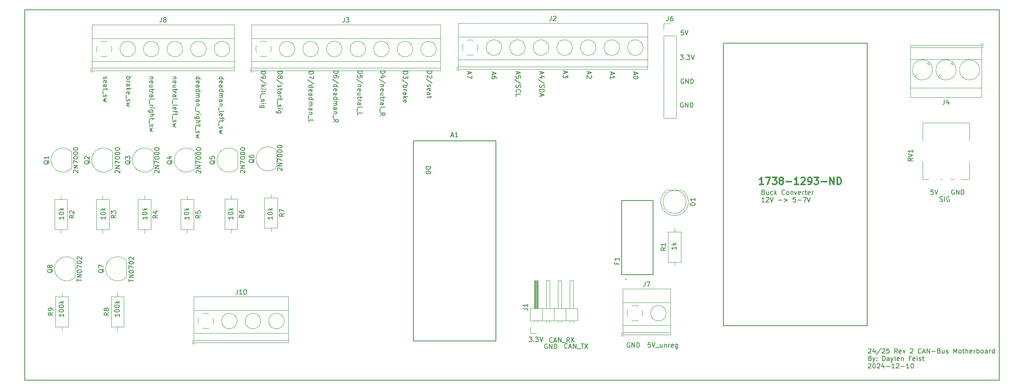
<source format=gbr>
%TF.GenerationSoftware,KiCad,Pcbnew,7.0.8*%
%TF.CreationDate,2024-12-10T03:26:12-06:00*%
%TF.ProjectId,CANBOARD_REV2,43414e42-4f41-4524-945f-524556322e6b,rev?*%
%TF.SameCoordinates,Original*%
%TF.FileFunction,Legend,Top*%
%TF.FilePolarity,Positive*%
%FSLAX46Y46*%
G04 Gerber Fmt 4.6, Leading zero omitted, Abs format (unit mm)*
G04 Created by KiCad (PCBNEW 7.0.8) date 2024-12-10 03:26:12*
%MOMM*%
%LPD*%
G01*
G04 APERTURE LIST*
%ADD10C,0.150000*%
%ADD11C,0.300000*%
%ADD12C,0.120000*%
%ADD13C,0.127000*%
%ADD14C,0.200000*%
G04 APERTURE END LIST*
D10*
X44535000Y-36805000D02*
X254535000Y-36805000D01*
X254535000Y-116805000D01*
X44535000Y-116805000D01*
X44535000Y-36805000D01*
X226324160Y-110050057D02*
X226371779Y-110002438D01*
X226371779Y-110002438D02*
X226467017Y-109954819D01*
X226467017Y-109954819D02*
X226705112Y-109954819D01*
X226705112Y-109954819D02*
X226800350Y-110002438D01*
X226800350Y-110002438D02*
X226847969Y-110050057D01*
X226847969Y-110050057D02*
X226895588Y-110145295D01*
X226895588Y-110145295D02*
X226895588Y-110240533D01*
X226895588Y-110240533D02*
X226847969Y-110383390D01*
X226847969Y-110383390D02*
X226276541Y-110954819D01*
X226276541Y-110954819D02*
X226895588Y-110954819D01*
X227752731Y-110288152D02*
X227752731Y-110954819D01*
X227514636Y-109907200D02*
X227276541Y-110621485D01*
X227276541Y-110621485D02*
X227895588Y-110621485D01*
X228990826Y-109907200D02*
X228133684Y-111192914D01*
X229276541Y-110050057D02*
X229324160Y-110002438D01*
X229324160Y-110002438D02*
X229419398Y-109954819D01*
X229419398Y-109954819D02*
X229657493Y-109954819D01*
X229657493Y-109954819D02*
X229752731Y-110002438D01*
X229752731Y-110002438D02*
X229800350Y-110050057D01*
X229800350Y-110050057D02*
X229847969Y-110145295D01*
X229847969Y-110145295D02*
X229847969Y-110240533D01*
X229847969Y-110240533D02*
X229800350Y-110383390D01*
X229800350Y-110383390D02*
X229228922Y-110954819D01*
X229228922Y-110954819D02*
X229847969Y-110954819D01*
X230752731Y-109954819D02*
X230276541Y-109954819D01*
X230276541Y-109954819D02*
X230228922Y-110431009D01*
X230228922Y-110431009D02*
X230276541Y-110383390D01*
X230276541Y-110383390D02*
X230371779Y-110335771D01*
X230371779Y-110335771D02*
X230609874Y-110335771D01*
X230609874Y-110335771D02*
X230705112Y-110383390D01*
X230705112Y-110383390D02*
X230752731Y-110431009D01*
X230752731Y-110431009D02*
X230800350Y-110526247D01*
X230800350Y-110526247D02*
X230800350Y-110764342D01*
X230800350Y-110764342D02*
X230752731Y-110859580D01*
X230752731Y-110859580D02*
X230705112Y-110907200D01*
X230705112Y-110907200D02*
X230609874Y-110954819D01*
X230609874Y-110954819D02*
X230371779Y-110954819D01*
X230371779Y-110954819D02*
X230276541Y-110907200D01*
X230276541Y-110907200D02*
X230228922Y-110859580D01*
X232562255Y-110954819D02*
X232228922Y-110478628D01*
X231990827Y-110954819D02*
X231990827Y-109954819D01*
X231990827Y-109954819D02*
X232371779Y-109954819D01*
X232371779Y-109954819D02*
X232467017Y-110002438D01*
X232467017Y-110002438D02*
X232514636Y-110050057D01*
X232514636Y-110050057D02*
X232562255Y-110145295D01*
X232562255Y-110145295D02*
X232562255Y-110288152D01*
X232562255Y-110288152D02*
X232514636Y-110383390D01*
X232514636Y-110383390D02*
X232467017Y-110431009D01*
X232467017Y-110431009D02*
X232371779Y-110478628D01*
X232371779Y-110478628D02*
X231990827Y-110478628D01*
X233371779Y-110907200D02*
X233276541Y-110954819D01*
X233276541Y-110954819D02*
X233086065Y-110954819D01*
X233086065Y-110954819D02*
X232990827Y-110907200D01*
X232990827Y-110907200D02*
X232943208Y-110811961D01*
X232943208Y-110811961D02*
X232943208Y-110431009D01*
X232943208Y-110431009D02*
X232990827Y-110335771D01*
X232990827Y-110335771D02*
X233086065Y-110288152D01*
X233086065Y-110288152D02*
X233276541Y-110288152D01*
X233276541Y-110288152D02*
X233371779Y-110335771D01*
X233371779Y-110335771D02*
X233419398Y-110431009D01*
X233419398Y-110431009D02*
X233419398Y-110526247D01*
X233419398Y-110526247D02*
X232943208Y-110621485D01*
X233752732Y-110288152D02*
X233990827Y-110954819D01*
X233990827Y-110954819D02*
X234228922Y-110288152D01*
X235324161Y-110050057D02*
X235371780Y-110002438D01*
X235371780Y-110002438D02*
X235467018Y-109954819D01*
X235467018Y-109954819D02*
X235705113Y-109954819D01*
X235705113Y-109954819D02*
X235800351Y-110002438D01*
X235800351Y-110002438D02*
X235847970Y-110050057D01*
X235847970Y-110050057D02*
X235895589Y-110145295D01*
X235895589Y-110145295D02*
X235895589Y-110240533D01*
X235895589Y-110240533D02*
X235847970Y-110383390D01*
X235847970Y-110383390D02*
X235276542Y-110954819D01*
X235276542Y-110954819D02*
X235895589Y-110954819D01*
X237657494Y-110859580D02*
X237609875Y-110907200D01*
X237609875Y-110907200D02*
X237467018Y-110954819D01*
X237467018Y-110954819D02*
X237371780Y-110954819D01*
X237371780Y-110954819D02*
X237228923Y-110907200D01*
X237228923Y-110907200D02*
X237133685Y-110811961D01*
X237133685Y-110811961D02*
X237086066Y-110716723D01*
X237086066Y-110716723D02*
X237038447Y-110526247D01*
X237038447Y-110526247D02*
X237038447Y-110383390D01*
X237038447Y-110383390D02*
X237086066Y-110192914D01*
X237086066Y-110192914D02*
X237133685Y-110097676D01*
X237133685Y-110097676D02*
X237228923Y-110002438D01*
X237228923Y-110002438D02*
X237371780Y-109954819D01*
X237371780Y-109954819D02*
X237467018Y-109954819D01*
X237467018Y-109954819D02*
X237609875Y-110002438D01*
X237609875Y-110002438D02*
X237657494Y-110050057D01*
X238038447Y-110669104D02*
X238514637Y-110669104D01*
X237943209Y-110954819D02*
X238276542Y-109954819D01*
X238276542Y-109954819D02*
X238609875Y-110954819D01*
X238943209Y-110954819D02*
X238943209Y-109954819D01*
X238943209Y-109954819D02*
X239514637Y-110954819D01*
X239514637Y-110954819D02*
X239514637Y-109954819D01*
X239990828Y-110573866D02*
X240752733Y-110573866D01*
X241562256Y-110431009D02*
X241705113Y-110478628D01*
X241705113Y-110478628D02*
X241752732Y-110526247D01*
X241752732Y-110526247D02*
X241800351Y-110621485D01*
X241800351Y-110621485D02*
X241800351Y-110764342D01*
X241800351Y-110764342D02*
X241752732Y-110859580D01*
X241752732Y-110859580D02*
X241705113Y-110907200D01*
X241705113Y-110907200D02*
X241609875Y-110954819D01*
X241609875Y-110954819D02*
X241228923Y-110954819D01*
X241228923Y-110954819D02*
X241228923Y-109954819D01*
X241228923Y-109954819D02*
X241562256Y-109954819D01*
X241562256Y-109954819D02*
X241657494Y-110002438D01*
X241657494Y-110002438D02*
X241705113Y-110050057D01*
X241705113Y-110050057D02*
X241752732Y-110145295D01*
X241752732Y-110145295D02*
X241752732Y-110240533D01*
X241752732Y-110240533D02*
X241705113Y-110335771D01*
X241705113Y-110335771D02*
X241657494Y-110383390D01*
X241657494Y-110383390D02*
X241562256Y-110431009D01*
X241562256Y-110431009D02*
X241228923Y-110431009D01*
X242657494Y-110288152D02*
X242657494Y-110954819D01*
X242228923Y-110288152D02*
X242228923Y-110811961D01*
X242228923Y-110811961D02*
X242276542Y-110907200D01*
X242276542Y-110907200D02*
X242371780Y-110954819D01*
X242371780Y-110954819D02*
X242514637Y-110954819D01*
X242514637Y-110954819D02*
X242609875Y-110907200D01*
X242609875Y-110907200D02*
X242657494Y-110859580D01*
X243086066Y-110907200D02*
X243181304Y-110954819D01*
X243181304Y-110954819D02*
X243371780Y-110954819D01*
X243371780Y-110954819D02*
X243467018Y-110907200D01*
X243467018Y-110907200D02*
X243514637Y-110811961D01*
X243514637Y-110811961D02*
X243514637Y-110764342D01*
X243514637Y-110764342D02*
X243467018Y-110669104D01*
X243467018Y-110669104D02*
X243371780Y-110621485D01*
X243371780Y-110621485D02*
X243228923Y-110621485D01*
X243228923Y-110621485D02*
X243133685Y-110573866D01*
X243133685Y-110573866D02*
X243086066Y-110478628D01*
X243086066Y-110478628D02*
X243086066Y-110431009D01*
X243086066Y-110431009D02*
X243133685Y-110335771D01*
X243133685Y-110335771D02*
X243228923Y-110288152D01*
X243228923Y-110288152D02*
X243371780Y-110288152D01*
X243371780Y-110288152D02*
X243467018Y-110335771D01*
X244705114Y-110954819D02*
X244705114Y-109954819D01*
X244705114Y-109954819D02*
X245038447Y-110669104D01*
X245038447Y-110669104D02*
X245371780Y-109954819D01*
X245371780Y-109954819D02*
X245371780Y-110954819D01*
X245990828Y-110954819D02*
X245895590Y-110907200D01*
X245895590Y-110907200D02*
X245847971Y-110859580D01*
X245847971Y-110859580D02*
X245800352Y-110764342D01*
X245800352Y-110764342D02*
X245800352Y-110478628D01*
X245800352Y-110478628D02*
X245847971Y-110383390D01*
X245847971Y-110383390D02*
X245895590Y-110335771D01*
X245895590Y-110335771D02*
X245990828Y-110288152D01*
X245990828Y-110288152D02*
X246133685Y-110288152D01*
X246133685Y-110288152D02*
X246228923Y-110335771D01*
X246228923Y-110335771D02*
X246276542Y-110383390D01*
X246276542Y-110383390D02*
X246324161Y-110478628D01*
X246324161Y-110478628D02*
X246324161Y-110764342D01*
X246324161Y-110764342D02*
X246276542Y-110859580D01*
X246276542Y-110859580D02*
X246228923Y-110907200D01*
X246228923Y-110907200D02*
X246133685Y-110954819D01*
X246133685Y-110954819D02*
X245990828Y-110954819D01*
X246609876Y-110288152D02*
X246990828Y-110288152D01*
X246752733Y-109954819D02*
X246752733Y-110811961D01*
X246752733Y-110811961D02*
X246800352Y-110907200D01*
X246800352Y-110907200D02*
X246895590Y-110954819D01*
X246895590Y-110954819D02*
X246990828Y-110954819D01*
X247324162Y-110954819D02*
X247324162Y-109954819D01*
X247752733Y-110954819D02*
X247752733Y-110431009D01*
X247752733Y-110431009D02*
X247705114Y-110335771D01*
X247705114Y-110335771D02*
X247609876Y-110288152D01*
X247609876Y-110288152D02*
X247467019Y-110288152D01*
X247467019Y-110288152D02*
X247371781Y-110335771D01*
X247371781Y-110335771D02*
X247324162Y-110383390D01*
X248609876Y-110907200D02*
X248514638Y-110954819D01*
X248514638Y-110954819D02*
X248324162Y-110954819D01*
X248324162Y-110954819D02*
X248228924Y-110907200D01*
X248228924Y-110907200D02*
X248181305Y-110811961D01*
X248181305Y-110811961D02*
X248181305Y-110431009D01*
X248181305Y-110431009D02*
X248228924Y-110335771D01*
X248228924Y-110335771D02*
X248324162Y-110288152D01*
X248324162Y-110288152D02*
X248514638Y-110288152D01*
X248514638Y-110288152D02*
X248609876Y-110335771D01*
X248609876Y-110335771D02*
X248657495Y-110431009D01*
X248657495Y-110431009D02*
X248657495Y-110526247D01*
X248657495Y-110526247D02*
X248181305Y-110621485D01*
X249086067Y-110954819D02*
X249086067Y-110288152D01*
X249086067Y-110478628D02*
X249133686Y-110383390D01*
X249133686Y-110383390D02*
X249181305Y-110335771D01*
X249181305Y-110335771D02*
X249276543Y-110288152D01*
X249276543Y-110288152D02*
X249371781Y-110288152D01*
X249705115Y-110954819D02*
X249705115Y-109954819D01*
X249705115Y-110335771D02*
X249800353Y-110288152D01*
X249800353Y-110288152D02*
X249990829Y-110288152D01*
X249990829Y-110288152D02*
X250086067Y-110335771D01*
X250086067Y-110335771D02*
X250133686Y-110383390D01*
X250133686Y-110383390D02*
X250181305Y-110478628D01*
X250181305Y-110478628D02*
X250181305Y-110764342D01*
X250181305Y-110764342D02*
X250133686Y-110859580D01*
X250133686Y-110859580D02*
X250086067Y-110907200D01*
X250086067Y-110907200D02*
X249990829Y-110954819D01*
X249990829Y-110954819D02*
X249800353Y-110954819D01*
X249800353Y-110954819D02*
X249705115Y-110907200D01*
X250752734Y-110954819D02*
X250657496Y-110907200D01*
X250657496Y-110907200D02*
X250609877Y-110859580D01*
X250609877Y-110859580D02*
X250562258Y-110764342D01*
X250562258Y-110764342D02*
X250562258Y-110478628D01*
X250562258Y-110478628D02*
X250609877Y-110383390D01*
X250609877Y-110383390D02*
X250657496Y-110335771D01*
X250657496Y-110335771D02*
X250752734Y-110288152D01*
X250752734Y-110288152D02*
X250895591Y-110288152D01*
X250895591Y-110288152D02*
X250990829Y-110335771D01*
X250990829Y-110335771D02*
X251038448Y-110383390D01*
X251038448Y-110383390D02*
X251086067Y-110478628D01*
X251086067Y-110478628D02*
X251086067Y-110764342D01*
X251086067Y-110764342D02*
X251038448Y-110859580D01*
X251038448Y-110859580D02*
X250990829Y-110907200D01*
X250990829Y-110907200D02*
X250895591Y-110954819D01*
X250895591Y-110954819D02*
X250752734Y-110954819D01*
X251943210Y-110954819D02*
X251943210Y-110431009D01*
X251943210Y-110431009D02*
X251895591Y-110335771D01*
X251895591Y-110335771D02*
X251800353Y-110288152D01*
X251800353Y-110288152D02*
X251609877Y-110288152D01*
X251609877Y-110288152D02*
X251514639Y-110335771D01*
X251943210Y-110907200D02*
X251847972Y-110954819D01*
X251847972Y-110954819D02*
X251609877Y-110954819D01*
X251609877Y-110954819D02*
X251514639Y-110907200D01*
X251514639Y-110907200D02*
X251467020Y-110811961D01*
X251467020Y-110811961D02*
X251467020Y-110716723D01*
X251467020Y-110716723D02*
X251514639Y-110621485D01*
X251514639Y-110621485D02*
X251609877Y-110573866D01*
X251609877Y-110573866D02*
X251847972Y-110573866D01*
X251847972Y-110573866D02*
X251943210Y-110526247D01*
X252419401Y-110954819D02*
X252419401Y-110288152D01*
X252419401Y-110478628D02*
X252467020Y-110383390D01*
X252467020Y-110383390D02*
X252514639Y-110335771D01*
X252514639Y-110335771D02*
X252609877Y-110288152D01*
X252609877Y-110288152D02*
X252705115Y-110288152D01*
X253467020Y-110954819D02*
X253467020Y-109954819D01*
X253467020Y-110907200D02*
X253371782Y-110954819D01*
X253371782Y-110954819D02*
X253181306Y-110954819D01*
X253181306Y-110954819D02*
X253086068Y-110907200D01*
X253086068Y-110907200D02*
X253038449Y-110859580D01*
X253038449Y-110859580D02*
X252990830Y-110764342D01*
X252990830Y-110764342D02*
X252990830Y-110478628D01*
X252990830Y-110478628D02*
X253038449Y-110383390D01*
X253038449Y-110383390D02*
X253086068Y-110335771D01*
X253086068Y-110335771D02*
X253181306Y-110288152D01*
X253181306Y-110288152D02*
X253371782Y-110288152D01*
X253371782Y-110288152D02*
X253467020Y-110335771D01*
X226705112Y-112041009D02*
X226847969Y-112088628D01*
X226847969Y-112088628D02*
X226895588Y-112136247D01*
X226895588Y-112136247D02*
X226943207Y-112231485D01*
X226943207Y-112231485D02*
X226943207Y-112374342D01*
X226943207Y-112374342D02*
X226895588Y-112469580D01*
X226895588Y-112469580D02*
X226847969Y-112517200D01*
X226847969Y-112517200D02*
X226752731Y-112564819D01*
X226752731Y-112564819D02*
X226371779Y-112564819D01*
X226371779Y-112564819D02*
X226371779Y-111564819D01*
X226371779Y-111564819D02*
X226705112Y-111564819D01*
X226705112Y-111564819D02*
X226800350Y-111612438D01*
X226800350Y-111612438D02*
X226847969Y-111660057D01*
X226847969Y-111660057D02*
X226895588Y-111755295D01*
X226895588Y-111755295D02*
X226895588Y-111850533D01*
X226895588Y-111850533D02*
X226847969Y-111945771D01*
X226847969Y-111945771D02*
X226800350Y-111993390D01*
X226800350Y-111993390D02*
X226705112Y-112041009D01*
X226705112Y-112041009D02*
X226371779Y-112041009D01*
X227276541Y-111898152D02*
X227514636Y-112564819D01*
X227752731Y-111898152D02*
X227514636Y-112564819D01*
X227514636Y-112564819D02*
X227419398Y-112802914D01*
X227419398Y-112802914D02*
X227371779Y-112850533D01*
X227371779Y-112850533D02*
X227276541Y-112898152D01*
X228133684Y-112469580D02*
X228181303Y-112517200D01*
X228181303Y-112517200D02*
X228133684Y-112564819D01*
X228133684Y-112564819D02*
X228086065Y-112517200D01*
X228086065Y-112517200D02*
X228133684Y-112469580D01*
X228133684Y-112469580D02*
X228133684Y-112564819D01*
X228133684Y-111945771D02*
X228181303Y-111993390D01*
X228181303Y-111993390D02*
X228133684Y-112041009D01*
X228133684Y-112041009D02*
X228086065Y-111993390D01*
X228086065Y-111993390D02*
X228133684Y-111945771D01*
X228133684Y-111945771D02*
X228133684Y-112041009D01*
X229371779Y-112564819D02*
X229371779Y-111564819D01*
X229371779Y-111564819D02*
X229609874Y-111564819D01*
X229609874Y-111564819D02*
X229752731Y-111612438D01*
X229752731Y-111612438D02*
X229847969Y-111707676D01*
X229847969Y-111707676D02*
X229895588Y-111802914D01*
X229895588Y-111802914D02*
X229943207Y-111993390D01*
X229943207Y-111993390D02*
X229943207Y-112136247D01*
X229943207Y-112136247D02*
X229895588Y-112326723D01*
X229895588Y-112326723D02*
X229847969Y-112421961D01*
X229847969Y-112421961D02*
X229752731Y-112517200D01*
X229752731Y-112517200D02*
X229609874Y-112564819D01*
X229609874Y-112564819D02*
X229371779Y-112564819D01*
X230800350Y-112564819D02*
X230800350Y-112041009D01*
X230800350Y-112041009D02*
X230752731Y-111945771D01*
X230752731Y-111945771D02*
X230657493Y-111898152D01*
X230657493Y-111898152D02*
X230467017Y-111898152D01*
X230467017Y-111898152D02*
X230371779Y-111945771D01*
X230800350Y-112517200D02*
X230705112Y-112564819D01*
X230705112Y-112564819D02*
X230467017Y-112564819D01*
X230467017Y-112564819D02*
X230371779Y-112517200D01*
X230371779Y-112517200D02*
X230324160Y-112421961D01*
X230324160Y-112421961D02*
X230324160Y-112326723D01*
X230324160Y-112326723D02*
X230371779Y-112231485D01*
X230371779Y-112231485D02*
X230467017Y-112183866D01*
X230467017Y-112183866D02*
X230705112Y-112183866D01*
X230705112Y-112183866D02*
X230800350Y-112136247D01*
X231181303Y-111898152D02*
X231419398Y-112564819D01*
X231657493Y-111898152D02*
X231419398Y-112564819D01*
X231419398Y-112564819D02*
X231324160Y-112802914D01*
X231324160Y-112802914D02*
X231276541Y-112850533D01*
X231276541Y-112850533D02*
X231181303Y-112898152D01*
X232181303Y-112564819D02*
X232086065Y-112517200D01*
X232086065Y-112517200D02*
X232038446Y-112421961D01*
X232038446Y-112421961D02*
X232038446Y-111564819D01*
X232943208Y-112517200D02*
X232847970Y-112564819D01*
X232847970Y-112564819D02*
X232657494Y-112564819D01*
X232657494Y-112564819D02*
X232562256Y-112517200D01*
X232562256Y-112517200D02*
X232514637Y-112421961D01*
X232514637Y-112421961D02*
X232514637Y-112041009D01*
X232514637Y-112041009D02*
X232562256Y-111945771D01*
X232562256Y-111945771D02*
X232657494Y-111898152D01*
X232657494Y-111898152D02*
X232847970Y-111898152D01*
X232847970Y-111898152D02*
X232943208Y-111945771D01*
X232943208Y-111945771D02*
X232990827Y-112041009D01*
X232990827Y-112041009D02*
X232990827Y-112136247D01*
X232990827Y-112136247D02*
X232514637Y-112231485D01*
X233419399Y-111898152D02*
X233419399Y-112564819D01*
X233419399Y-111993390D02*
X233467018Y-111945771D01*
X233467018Y-111945771D02*
X233562256Y-111898152D01*
X233562256Y-111898152D02*
X233705113Y-111898152D01*
X233705113Y-111898152D02*
X233800351Y-111945771D01*
X233800351Y-111945771D02*
X233847970Y-112041009D01*
X233847970Y-112041009D02*
X233847970Y-112564819D01*
X235419399Y-112041009D02*
X235086066Y-112041009D01*
X235086066Y-112564819D02*
X235086066Y-111564819D01*
X235086066Y-111564819D02*
X235562256Y-111564819D01*
X236324161Y-112517200D02*
X236228923Y-112564819D01*
X236228923Y-112564819D02*
X236038447Y-112564819D01*
X236038447Y-112564819D02*
X235943209Y-112517200D01*
X235943209Y-112517200D02*
X235895590Y-112421961D01*
X235895590Y-112421961D02*
X235895590Y-112041009D01*
X235895590Y-112041009D02*
X235943209Y-111945771D01*
X235943209Y-111945771D02*
X236038447Y-111898152D01*
X236038447Y-111898152D02*
X236228923Y-111898152D01*
X236228923Y-111898152D02*
X236324161Y-111945771D01*
X236324161Y-111945771D02*
X236371780Y-112041009D01*
X236371780Y-112041009D02*
X236371780Y-112136247D01*
X236371780Y-112136247D02*
X235895590Y-112231485D01*
X236800352Y-112564819D02*
X236800352Y-111898152D01*
X236800352Y-111564819D02*
X236752733Y-111612438D01*
X236752733Y-111612438D02*
X236800352Y-111660057D01*
X236800352Y-111660057D02*
X236847971Y-111612438D01*
X236847971Y-111612438D02*
X236800352Y-111564819D01*
X236800352Y-111564819D02*
X236800352Y-111660057D01*
X237228923Y-112517200D02*
X237324161Y-112564819D01*
X237324161Y-112564819D02*
X237514637Y-112564819D01*
X237514637Y-112564819D02*
X237609875Y-112517200D01*
X237609875Y-112517200D02*
X237657494Y-112421961D01*
X237657494Y-112421961D02*
X237657494Y-112374342D01*
X237657494Y-112374342D02*
X237609875Y-112279104D01*
X237609875Y-112279104D02*
X237514637Y-112231485D01*
X237514637Y-112231485D02*
X237371780Y-112231485D01*
X237371780Y-112231485D02*
X237276542Y-112183866D01*
X237276542Y-112183866D02*
X237228923Y-112088628D01*
X237228923Y-112088628D02*
X237228923Y-112041009D01*
X237228923Y-112041009D02*
X237276542Y-111945771D01*
X237276542Y-111945771D02*
X237371780Y-111898152D01*
X237371780Y-111898152D02*
X237514637Y-111898152D01*
X237514637Y-111898152D02*
X237609875Y-111945771D01*
X237943209Y-111898152D02*
X238324161Y-111898152D01*
X238086066Y-111564819D02*
X238086066Y-112421961D01*
X238086066Y-112421961D02*
X238133685Y-112517200D01*
X238133685Y-112517200D02*
X238228923Y-112564819D01*
X238228923Y-112564819D02*
X238324161Y-112564819D01*
X226324160Y-113270057D02*
X226371779Y-113222438D01*
X226371779Y-113222438D02*
X226467017Y-113174819D01*
X226467017Y-113174819D02*
X226705112Y-113174819D01*
X226705112Y-113174819D02*
X226800350Y-113222438D01*
X226800350Y-113222438D02*
X226847969Y-113270057D01*
X226847969Y-113270057D02*
X226895588Y-113365295D01*
X226895588Y-113365295D02*
X226895588Y-113460533D01*
X226895588Y-113460533D02*
X226847969Y-113603390D01*
X226847969Y-113603390D02*
X226276541Y-114174819D01*
X226276541Y-114174819D02*
X226895588Y-114174819D01*
X227514636Y-113174819D02*
X227609874Y-113174819D01*
X227609874Y-113174819D02*
X227705112Y-113222438D01*
X227705112Y-113222438D02*
X227752731Y-113270057D01*
X227752731Y-113270057D02*
X227800350Y-113365295D01*
X227800350Y-113365295D02*
X227847969Y-113555771D01*
X227847969Y-113555771D02*
X227847969Y-113793866D01*
X227847969Y-113793866D02*
X227800350Y-113984342D01*
X227800350Y-113984342D02*
X227752731Y-114079580D01*
X227752731Y-114079580D02*
X227705112Y-114127200D01*
X227705112Y-114127200D02*
X227609874Y-114174819D01*
X227609874Y-114174819D02*
X227514636Y-114174819D01*
X227514636Y-114174819D02*
X227419398Y-114127200D01*
X227419398Y-114127200D02*
X227371779Y-114079580D01*
X227371779Y-114079580D02*
X227324160Y-113984342D01*
X227324160Y-113984342D02*
X227276541Y-113793866D01*
X227276541Y-113793866D02*
X227276541Y-113555771D01*
X227276541Y-113555771D02*
X227324160Y-113365295D01*
X227324160Y-113365295D02*
X227371779Y-113270057D01*
X227371779Y-113270057D02*
X227419398Y-113222438D01*
X227419398Y-113222438D02*
X227514636Y-113174819D01*
X228228922Y-113270057D02*
X228276541Y-113222438D01*
X228276541Y-113222438D02*
X228371779Y-113174819D01*
X228371779Y-113174819D02*
X228609874Y-113174819D01*
X228609874Y-113174819D02*
X228705112Y-113222438D01*
X228705112Y-113222438D02*
X228752731Y-113270057D01*
X228752731Y-113270057D02*
X228800350Y-113365295D01*
X228800350Y-113365295D02*
X228800350Y-113460533D01*
X228800350Y-113460533D02*
X228752731Y-113603390D01*
X228752731Y-113603390D02*
X228181303Y-114174819D01*
X228181303Y-114174819D02*
X228800350Y-114174819D01*
X229657493Y-113508152D02*
X229657493Y-114174819D01*
X229419398Y-113127200D02*
X229181303Y-113841485D01*
X229181303Y-113841485D02*
X229800350Y-113841485D01*
X230181303Y-113793866D02*
X230943208Y-113793866D01*
X231943207Y-114174819D02*
X231371779Y-114174819D01*
X231657493Y-114174819D02*
X231657493Y-113174819D01*
X231657493Y-113174819D02*
X231562255Y-113317676D01*
X231562255Y-113317676D02*
X231467017Y-113412914D01*
X231467017Y-113412914D02*
X231371779Y-113460533D01*
X232324160Y-113270057D02*
X232371779Y-113222438D01*
X232371779Y-113222438D02*
X232467017Y-113174819D01*
X232467017Y-113174819D02*
X232705112Y-113174819D01*
X232705112Y-113174819D02*
X232800350Y-113222438D01*
X232800350Y-113222438D02*
X232847969Y-113270057D01*
X232847969Y-113270057D02*
X232895588Y-113365295D01*
X232895588Y-113365295D02*
X232895588Y-113460533D01*
X232895588Y-113460533D02*
X232847969Y-113603390D01*
X232847969Y-113603390D02*
X232276541Y-114174819D01*
X232276541Y-114174819D02*
X232895588Y-114174819D01*
X233324160Y-113793866D02*
X234086065Y-113793866D01*
X235086064Y-114174819D02*
X234514636Y-114174819D01*
X234800350Y-114174819D02*
X234800350Y-113174819D01*
X234800350Y-113174819D02*
X234705112Y-113317676D01*
X234705112Y-113317676D02*
X234609874Y-113412914D01*
X234609874Y-113412914D02*
X234514636Y-113460533D01*
X235705112Y-113174819D02*
X235800350Y-113174819D01*
X235800350Y-113174819D02*
X235895588Y-113222438D01*
X235895588Y-113222438D02*
X235943207Y-113270057D01*
X235943207Y-113270057D02*
X235990826Y-113365295D01*
X235990826Y-113365295D02*
X236038445Y-113555771D01*
X236038445Y-113555771D02*
X236038445Y-113793866D01*
X236038445Y-113793866D02*
X235990826Y-113984342D01*
X235990826Y-113984342D02*
X235943207Y-114079580D01*
X235943207Y-114079580D02*
X235895588Y-114127200D01*
X235895588Y-114127200D02*
X235800350Y-114174819D01*
X235800350Y-114174819D02*
X235705112Y-114174819D01*
X235705112Y-114174819D02*
X235609874Y-114127200D01*
X235609874Y-114127200D02*
X235562255Y-114079580D01*
X235562255Y-114079580D02*
X235514636Y-113984342D01*
X235514636Y-113984342D02*
X235467017Y-113793866D01*
X235467017Y-113793866D02*
X235467017Y-113555771D01*
X235467017Y-113555771D02*
X235514636Y-113365295D01*
X235514636Y-113365295D02*
X235562255Y-113270057D01*
X235562255Y-113270057D02*
X235609874Y-113222438D01*
X235609874Y-113222438D02*
X235705112Y-113174819D01*
X99085057Y-71519285D02*
X99037438Y-71471666D01*
X99037438Y-71471666D02*
X98989819Y-71376428D01*
X98989819Y-71376428D02*
X98989819Y-71138333D01*
X98989819Y-71138333D02*
X99037438Y-71043095D01*
X99037438Y-71043095D02*
X99085057Y-70995476D01*
X99085057Y-70995476D02*
X99180295Y-70947857D01*
X99180295Y-70947857D02*
X99275533Y-70947857D01*
X99275533Y-70947857D02*
X99418390Y-70995476D01*
X99418390Y-70995476D02*
X99989819Y-71566904D01*
X99989819Y-71566904D02*
X99989819Y-70947857D01*
X99989819Y-70519285D02*
X98989819Y-70519285D01*
X98989819Y-70519285D02*
X99989819Y-69947857D01*
X99989819Y-69947857D02*
X98989819Y-69947857D01*
X98989819Y-69566904D02*
X98989819Y-68900238D01*
X98989819Y-68900238D02*
X99989819Y-69328809D01*
X98989819Y-68328809D02*
X98989819Y-68233571D01*
X98989819Y-68233571D02*
X99037438Y-68138333D01*
X99037438Y-68138333D02*
X99085057Y-68090714D01*
X99085057Y-68090714D02*
X99180295Y-68043095D01*
X99180295Y-68043095D02*
X99370771Y-67995476D01*
X99370771Y-67995476D02*
X99608866Y-67995476D01*
X99608866Y-67995476D02*
X99799342Y-68043095D01*
X99799342Y-68043095D02*
X99894580Y-68090714D01*
X99894580Y-68090714D02*
X99942200Y-68138333D01*
X99942200Y-68138333D02*
X99989819Y-68233571D01*
X99989819Y-68233571D02*
X99989819Y-68328809D01*
X99989819Y-68328809D02*
X99942200Y-68424047D01*
X99942200Y-68424047D02*
X99894580Y-68471666D01*
X99894580Y-68471666D02*
X99799342Y-68519285D01*
X99799342Y-68519285D02*
X99608866Y-68566904D01*
X99608866Y-68566904D02*
X99370771Y-68566904D01*
X99370771Y-68566904D02*
X99180295Y-68519285D01*
X99180295Y-68519285D02*
X99085057Y-68471666D01*
X99085057Y-68471666D02*
X99037438Y-68424047D01*
X99037438Y-68424047D02*
X98989819Y-68328809D01*
X98989819Y-67376428D02*
X98989819Y-67281190D01*
X98989819Y-67281190D02*
X99037438Y-67185952D01*
X99037438Y-67185952D02*
X99085057Y-67138333D01*
X99085057Y-67138333D02*
X99180295Y-67090714D01*
X99180295Y-67090714D02*
X99370771Y-67043095D01*
X99370771Y-67043095D02*
X99608866Y-67043095D01*
X99608866Y-67043095D02*
X99799342Y-67090714D01*
X99799342Y-67090714D02*
X99894580Y-67138333D01*
X99894580Y-67138333D02*
X99942200Y-67185952D01*
X99942200Y-67185952D02*
X99989819Y-67281190D01*
X99989819Y-67281190D02*
X99989819Y-67376428D01*
X99989819Y-67376428D02*
X99942200Y-67471666D01*
X99942200Y-67471666D02*
X99894580Y-67519285D01*
X99894580Y-67519285D02*
X99799342Y-67566904D01*
X99799342Y-67566904D02*
X99608866Y-67614523D01*
X99608866Y-67614523D02*
X99370771Y-67614523D01*
X99370771Y-67614523D02*
X99180295Y-67566904D01*
X99180295Y-67566904D02*
X99085057Y-67519285D01*
X99085057Y-67519285D02*
X99037438Y-67471666D01*
X99037438Y-67471666D02*
X98989819Y-67376428D01*
X98989819Y-66424047D02*
X98989819Y-66328809D01*
X98989819Y-66328809D02*
X99037438Y-66233571D01*
X99037438Y-66233571D02*
X99085057Y-66185952D01*
X99085057Y-66185952D02*
X99180295Y-66138333D01*
X99180295Y-66138333D02*
X99370771Y-66090714D01*
X99370771Y-66090714D02*
X99608866Y-66090714D01*
X99608866Y-66090714D02*
X99799342Y-66138333D01*
X99799342Y-66138333D02*
X99894580Y-66185952D01*
X99894580Y-66185952D02*
X99942200Y-66233571D01*
X99942200Y-66233571D02*
X99989819Y-66328809D01*
X99989819Y-66328809D02*
X99989819Y-66424047D01*
X99989819Y-66424047D02*
X99942200Y-66519285D01*
X99942200Y-66519285D02*
X99894580Y-66566904D01*
X99894580Y-66566904D02*
X99799342Y-66614523D01*
X99799342Y-66614523D02*
X99608866Y-66662142D01*
X99608866Y-66662142D02*
X99370771Y-66662142D01*
X99370771Y-66662142D02*
X99180295Y-66614523D01*
X99180295Y-66614523D02*
X99085057Y-66566904D01*
X99085057Y-66566904D02*
X99037438Y-66519285D01*
X99037438Y-66519285D02*
X98989819Y-66424047D01*
X91085057Y-72019285D02*
X91037438Y-71971666D01*
X91037438Y-71971666D02*
X90989819Y-71876428D01*
X90989819Y-71876428D02*
X90989819Y-71638333D01*
X90989819Y-71638333D02*
X91037438Y-71543095D01*
X91037438Y-71543095D02*
X91085057Y-71495476D01*
X91085057Y-71495476D02*
X91180295Y-71447857D01*
X91180295Y-71447857D02*
X91275533Y-71447857D01*
X91275533Y-71447857D02*
X91418390Y-71495476D01*
X91418390Y-71495476D02*
X91989819Y-72066904D01*
X91989819Y-72066904D02*
X91989819Y-71447857D01*
X91989819Y-71019285D02*
X90989819Y-71019285D01*
X90989819Y-71019285D02*
X91989819Y-70447857D01*
X91989819Y-70447857D02*
X90989819Y-70447857D01*
X90989819Y-70066904D02*
X90989819Y-69400238D01*
X90989819Y-69400238D02*
X91989819Y-69828809D01*
X90989819Y-68828809D02*
X90989819Y-68733571D01*
X90989819Y-68733571D02*
X91037438Y-68638333D01*
X91037438Y-68638333D02*
X91085057Y-68590714D01*
X91085057Y-68590714D02*
X91180295Y-68543095D01*
X91180295Y-68543095D02*
X91370771Y-68495476D01*
X91370771Y-68495476D02*
X91608866Y-68495476D01*
X91608866Y-68495476D02*
X91799342Y-68543095D01*
X91799342Y-68543095D02*
X91894580Y-68590714D01*
X91894580Y-68590714D02*
X91942200Y-68638333D01*
X91942200Y-68638333D02*
X91989819Y-68733571D01*
X91989819Y-68733571D02*
X91989819Y-68828809D01*
X91989819Y-68828809D02*
X91942200Y-68924047D01*
X91942200Y-68924047D02*
X91894580Y-68971666D01*
X91894580Y-68971666D02*
X91799342Y-69019285D01*
X91799342Y-69019285D02*
X91608866Y-69066904D01*
X91608866Y-69066904D02*
X91370771Y-69066904D01*
X91370771Y-69066904D02*
X91180295Y-69019285D01*
X91180295Y-69019285D02*
X91085057Y-68971666D01*
X91085057Y-68971666D02*
X91037438Y-68924047D01*
X91037438Y-68924047D02*
X90989819Y-68828809D01*
X90989819Y-67876428D02*
X90989819Y-67781190D01*
X90989819Y-67781190D02*
X91037438Y-67685952D01*
X91037438Y-67685952D02*
X91085057Y-67638333D01*
X91085057Y-67638333D02*
X91180295Y-67590714D01*
X91180295Y-67590714D02*
X91370771Y-67543095D01*
X91370771Y-67543095D02*
X91608866Y-67543095D01*
X91608866Y-67543095D02*
X91799342Y-67590714D01*
X91799342Y-67590714D02*
X91894580Y-67638333D01*
X91894580Y-67638333D02*
X91942200Y-67685952D01*
X91942200Y-67685952D02*
X91989819Y-67781190D01*
X91989819Y-67781190D02*
X91989819Y-67876428D01*
X91989819Y-67876428D02*
X91942200Y-67971666D01*
X91942200Y-67971666D02*
X91894580Y-68019285D01*
X91894580Y-68019285D02*
X91799342Y-68066904D01*
X91799342Y-68066904D02*
X91608866Y-68114523D01*
X91608866Y-68114523D02*
X91370771Y-68114523D01*
X91370771Y-68114523D02*
X91180295Y-68066904D01*
X91180295Y-68066904D02*
X91085057Y-68019285D01*
X91085057Y-68019285D02*
X91037438Y-67971666D01*
X91037438Y-67971666D02*
X90989819Y-67876428D01*
X90989819Y-66924047D02*
X90989819Y-66828809D01*
X90989819Y-66828809D02*
X91037438Y-66733571D01*
X91037438Y-66733571D02*
X91085057Y-66685952D01*
X91085057Y-66685952D02*
X91180295Y-66638333D01*
X91180295Y-66638333D02*
X91370771Y-66590714D01*
X91370771Y-66590714D02*
X91608866Y-66590714D01*
X91608866Y-66590714D02*
X91799342Y-66638333D01*
X91799342Y-66638333D02*
X91894580Y-66685952D01*
X91894580Y-66685952D02*
X91942200Y-66733571D01*
X91942200Y-66733571D02*
X91989819Y-66828809D01*
X91989819Y-66828809D02*
X91989819Y-66924047D01*
X91989819Y-66924047D02*
X91942200Y-67019285D01*
X91942200Y-67019285D02*
X91894580Y-67066904D01*
X91894580Y-67066904D02*
X91799342Y-67114523D01*
X91799342Y-67114523D02*
X91608866Y-67162142D01*
X91608866Y-67162142D02*
X91370771Y-67162142D01*
X91370771Y-67162142D02*
X91180295Y-67114523D01*
X91180295Y-67114523D02*
X91085057Y-67066904D01*
X91085057Y-67066904D02*
X91037438Y-67019285D01*
X91037438Y-67019285D02*
X90989819Y-66924047D01*
X81585057Y-72019285D02*
X81537438Y-71971666D01*
X81537438Y-71971666D02*
X81489819Y-71876428D01*
X81489819Y-71876428D02*
X81489819Y-71638333D01*
X81489819Y-71638333D02*
X81537438Y-71543095D01*
X81537438Y-71543095D02*
X81585057Y-71495476D01*
X81585057Y-71495476D02*
X81680295Y-71447857D01*
X81680295Y-71447857D02*
X81775533Y-71447857D01*
X81775533Y-71447857D02*
X81918390Y-71495476D01*
X81918390Y-71495476D02*
X82489819Y-72066904D01*
X82489819Y-72066904D02*
X82489819Y-71447857D01*
X82489819Y-71019285D02*
X81489819Y-71019285D01*
X81489819Y-71019285D02*
X82489819Y-70447857D01*
X82489819Y-70447857D02*
X81489819Y-70447857D01*
X81489819Y-70066904D02*
X81489819Y-69400238D01*
X81489819Y-69400238D02*
X82489819Y-69828809D01*
X81489819Y-68828809D02*
X81489819Y-68733571D01*
X81489819Y-68733571D02*
X81537438Y-68638333D01*
X81537438Y-68638333D02*
X81585057Y-68590714D01*
X81585057Y-68590714D02*
X81680295Y-68543095D01*
X81680295Y-68543095D02*
X81870771Y-68495476D01*
X81870771Y-68495476D02*
X82108866Y-68495476D01*
X82108866Y-68495476D02*
X82299342Y-68543095D01*
X82299342Y-68543095D02*
X82394580Y-68590714D01*
X82394580Y-68590714D02*
X82442200Y-68638333D01*
X82442200Y-68638333D02*
X82489819Y-68733571D01*
X82489819Y-68733571D02*
X82489819Y-68828809D01*
X82489819Y-68828809D02*
X82442200Y-68924047D01*
X82442200Y-68924047D02*
X82394580Y-68971666D01*
X82394580Y-68971666D02*
X82299342Y-69019285D01*
X82299342Y-69019285D02*
X82108866Y-69066904D01*
X82108866Y-69066904D02*
X81870771Y-69066904D01*
X81870771Y-69066904D02*
X81680295Y-69019285D01*
X81680295Y-69019285D02*
X81585057Y-68971666D01*
X81585057Y-68971666D02*
X81537438Y-68924047D01*
X81537438Y-68924047D02*
X81489819Y-68828809D01*
X81489819Y-67876428D02*
X81489819Y-67781190D01*
X81489819Y-67781190D02*
X81537438Y-67685952D01*
X81537438Y-67685952D02*
X81585057Y-67638333D01*
X81585057Y-67638333D02*
X81680295Y-67590714D01*
X81680295Y-67590714D02*
X81870771Y-67543095D01*
X81870771Y-67543095D02*
X82108866Y-67543095D01*
X82108866Y-67543095D02*
X82299342Y-67590714D01*
X82299342Y-67590714D02*
X82394580Y-67638333D01*
X82394580Y-67638333D02*
X82442200Y-67685952D01*
X82442200Y-67685952D02*
X82489819Y-67781190D01*
X82489819Y-67781190D02*
X82489819Y-67876428D01*
X82489819Y-67876428D02*
X82442200Y-67971666D01*
X82442200Y-67971666D02*
X82394580Y-68019285D01*
X82394580Y-68019285D02*
X82299342Y-68066904D01*
X82299342Y-68066904D02*
X82108866Y-68114523D01*
X82108866Y-68114523D02*
X81870771Y-68114523D01*
X81870771Y-68114523D02*
X81680295Y-68066904D01*
X81680295Y-68066904D02*
X81585057Y-68019285D01*
X81585057Y-68019285D02*
X81537438Y-67971666D01*
X81537438Y-67971666D02*
X81489819Y-67876428D01*
X81489819Y-66924047D02*
X81489819Y-66828809D01*
X81489819Y-66828809D02*
X81537438Y-66733571D01*
X81537438Y-66733571D02*
X81585057Y-66685952D01*
X81585057Y-66685952D02*
X81680295Y-66638333D01*
X81680295Y-66638333D02*
X81870771Y-66590714D01*
X81870771Y-66590714D02*
X82108866Y-66590714D01*
X82108866Y-66590714D02*
X82299342Y-66638333D01*
X82299342Y-66638333D02*
X82394580Y-66685952D01*
X82394580Y-66685952D02*
X82442200Y-66733571D01*
X82442200Y-66733571D02*
X82489819Y-66828809D01*
X82489819Y-66828809D02*
X82489819Y-66924047D01*
X82489819Y-66924047D02*
X82442200Y-67019285D01*
X82442200Y-67019285D02*
X82394580Y-67066904D01*
X82394580Y-67066904D02*
X82299342Y-67114523D01*
X82299342Y-67114523D02*
X82108866Y-67162142D01*
X82108866Y-67162142D02*
X81870771Y-67162142D01*
X81870771Y-67162142D02*
X81680295Y-67114523D01*
X81680295Y-67114523D02*
X81585057Y-67066904D01*
X81585057Y-67066904D02*
X81537438Y-67019285D01*
X81537438Y-67019285D02*
X81489819Y-66924047D01*
X72585057Y-72019285D02*
X72537438Y-71971666D01*
X72537438Y-71971666D02*
X72489819Y-71876428D01*
X72489819Y-71876428D02*
X72489819Y-71638333D01*
X72489819Y-71638333D02*
X72537438Y-71543095D01*
X72537438Y-71543095D02*
X72585057Y-71495476D01*
X72585057Y-71495476D02*
X72680295Y-71447857D01*
X72680295Y-71447857D02*
X72775533Y-71447857D01*
X72775533Y-71447857D02*
X72918390Y-71495476D01*
X72918390Y-71495476D02*
X73489819Y-72066904D01*
X73489819Y-72066904D02*
X73489819Y-71447857D01*
X73489819Y-71019285D02*
X72489819Y-71019285D01*
X72489819Y-71019285D02*
X73489819Y-70447857D01*
X73489819Y-70447857D02*
X72489819Y-70447857D01*
X72489819Y-70066904D02*
X72489819Y-69400238D01*
X72489819Y-69400238D02*
X73489819Y-69828809D01*
X72489819Y-68828809D02*
X72489819Y-68733571D01*
X72489819Y-68733571D02*
X72537438Y-68638333D01*
X72537438Y-68638333D02*
X72585057Y-68590714D01*
X72585057Y-68590714D02*
X72680295Y-68543095D01*
X72680295Y-68543095D02*
X72870771Y-68495476D01*
X72870771Y-68495476D02*
X73108866Y-68495476D01*
X73108866Y-68495476D02*
X73299342Y-68543095D01*
X73299342Y-68543095D02*
X73394580Y-68590714D01*
X73394580Y-68590714D02*
X73442200Y-68638333D01*
X73442200Y-68638333D02*
X73489819Y-68733571D01*
X73489819Y-68733571D02*
X73489819Y-68828809D01*
X73489819Y-68828809D02*
X73442200Y-68924047D01*
X73442200Y-68924047D02*
X73394580Y-68971666D01*
X73394580Y-68971666D02*
X73299342Y-69019285D01*
X73299342Y-69019285D02*
X73108866Y-69066904D01*
X73108866Y-69066904D02*
X72870771Y-69066904D01*
X72870771Y-69066904D02*
X72680295Y-69019285D01*
X72680295Y-69019285D02*
X72585057Y-68971666D01*
X72585057Y-68971666D02*
X72537438Y-68924047D01*
X72537438Y-68924047D02*
X72489819Y-68828809D01*
X72489819Y-67876428D02*
X72489819Y-67781190D01*
X72489819Y-67781190D02*
X72537438Y-67685952D01*
X72537438Y-67685952D02*
X72585057Y-67638333D01*
X72585057Y-67638333D02*
X72680295Y-67590714D01*
X72680295Y-67590714D02*
X72870771Y-67543095D01*
X72870771Y-67543095D02*
X73108866Y-67543095D01*
X73108866Y-67543095D02*
X73299342Y-67590714D01*
X73299342Y-67590714D02*
X73394580Y-67638333D01*
X73394580Y-67638333D02*
X73442200Y-67685952D01*
X73442200Y-67685952D02*
X73489819Y-67781190D01*
X73489819Y-67781190D02*
X73489819Y-67876428D01*
X73489819Y-67876428D02*
X73442200Y-67971666D01*
X73442200Y-67971666D02*
X73394580Y-68019285D01*
X73394580Y-68019285D02*
X73299342Y-68066904D01*
X73299342Y-68066904D02*
X73108866Y-68114523D01*
X73108866Y-68114523D02*
X72870771Y-68114523D01*
X72870771Y-68114523D02*
X72680295Y-68066904D01*
X72680295Y-68066904D02*
X72585057Y-68019285D01*
X72585057Y-68019285D02*
X72537438Y-67971666D01*
X72537438Y-67971666D02*
X72489819Y-67876428D01*
X72489819Y-66924047D02*
X72489819Y-66828809D01*
X72489819Y-66828809D02*
X72537438Y-66733571D01*
X72537438Y-66733571D02*
X72585057Y-66685952D01*
X72585057Y-66685952D02*
X72680295Y-66638333D01*
X72680295Y-66638333D02*
X72870771Y-66590714D01*
X72870771Y-66590714D02*
X73108866Y-66590714D01*
X73108866Y-66590714D02*
X73299342Y-66638333D01*
X73299342Y-66638333D02*
X73394580Y-66685952D01*
X73394580Y-66685952D02*
X73442200Y-66733571D01*
X73442200Y-66733571D02*
X73489819Y-66828809D01*
X73489819Y-66828809D02*
X73489819Y-66924047D01*
X73489819Y-66924047D02*
X73442200Y-67019285D01*
X73442200Y-67019285D02*
X73394580Y-67066904D01*
X73394580Y-67066904D02*
X73299342Y-67114523D01*
X73299342Y-67114523D02*
X73108866Y-67162142D01*
X73108866Y-67162142D02*
X72870771Y-67162142D01*
X72870771Y-67162142D02*
X72680295Y-67114523D01*
X72680295Y-67114523D02*
X72585057Y-67066904D01*
X72585057Y-67066904D02*
X72537438Y-67019285D01*
X72537438Y-67019285D02*
X72489819Y-66924047D01*
X64085057Y-72019285D02*
X64037438Y-71971666D01*
X64037438Y-71971666D02*
X63989819Y-71876428D01*
X63989819Y-71876428D02*
X63989819Y-71638333D01*
X63989819Y-71638333D02*
X64037438Y-71543095D01*
X64037438Y-71543095D02*
X64085057Y-71495476D01*
X64085057Y-71495476D02*
X64180295Y-71447857D01*
X64180295Y-71447857D02*
X64275533Y-71447857D01*
X64275533Y-71447857D02*
X64418390Y-71495476D01*
X64418390Y-71495476D02*
X64989819Y-72066904D01*
X64989819Y-72066904D02*
X64989819Y-71447857D01*
X64989819Y-71019285D02*
X63989819Y-71019285D01*
X63989819Y-71019285D02*
X64989819Y-70447857D01*
X64989819Y-70447857D02*
X63989819Y-70447857D01*
X63989819Y-70066904D02*
X63989819Y-69400238D01*
X63989819Y-69400238D02*
X64989819Y-69828809D01*
X63989819Y-68828809D02*
X63989819Y-68733571D01*
X63989819Y-68733571D02*
X64037438Y-68638333D01*
X64037438Y-68638333D02*
X64085057Y-68590714D01*
X64085057Y-68590714D02*
X64180295Y-68543095D01*
X64180295Y-68543095D02*
X64370771Y-68495476D01*
X64370771Y-68495476D02*
X64608866Y-68495476D01*
X64608866Y-68495476D02*
X64799342Y-68543095D01*
X64799342Y-68543095D02*
X64894580Y-68590714D01*
X64894580Y-68590714D02*
X64942200Y-68638333D01*
X64942200Y-68638333D02*
X64989819Y-68733571D01*
X64989819Y-68733571D02*
X64989819Y-68828809D01*
X64989819Y-68828809D02*
X64942200Y-68924047D01*
X64942200Y-68924047D02*
X64894580Y-68971666D01*
X64894580Y-68971666D02*
X64799342Y-69019285D01*
X64799342Y-69019285D02*
X64608866Y-69066904D01*
X64608866Y-69066904D02*
X64370771Y-69066904D01*
X64370771Y-69066904D02*
X64180295Y-69019285D01*
X64180295Y-69019285D02*
X64085057Y-68971666D01*
X64085057Y-68971666D02*
X64037438Y-68924047D01*
X64037438Y-68924047D02*
X63989819Y-68828809D01*
X63989819Y-67876428D02*
X63989819Y-67781190D01*
X63989819Y-67781190D02*
X64037438Y-67685952D01*
X64037438Y-67685952D02*
X64085057Y-67638333D01*
X64085057Y-67638333D02*
X64180295Y-67590714D01*
X64180295Y-67590714D02*
X64370771Y-67543095D01*
X64370771Y-67543095D02*
X64608866Y-67543095D01*
X64608866Y-67543095D02*
X64799342Y-67590714D01*
X64799342Y-67590714D02*
X64894580Y-67638333D01*
X64894580Y-67638333D02*
X64942200Y-67685952D01*
X64942200Y-67685952D02*
X64989819Y-67781190D01*
X64989819Y-67781190D02*
X64989819Y-67876428D01*
X64989819Y-67876428D02*
X64942200Y-67971666D01*
X64942200Y-67971666D02*
X64894580Y-68019285D01*
X64894580Y-68019285D02*
X64799342Y-68066904D01*
X64799342Y-68066904D02*
X64608866Y-68114523D01*
X64608866Y-68114523D02*
X64370771Y-68114523D01*
X64370771Y-68114523D02*
X64180295Y-68066904D01*
X64180295Y-68066904D02*
X64085057Y-68019285D01*
X64085057Y-68019285D02*
X64037438Y-67971666D01*
X64037438Y-67971666D02*
X63989819Y-67876428D01*
X63989819Y-66924047D02*
X63989819Y-66828809D01*
X63989819Y-66828809D02*
X64037438Y-66733571D01*
X64037438Y-66733571D02*
X64085057Y-66685952D01*
X64085057Y-66685952D02*
X64180295Y-66638333D01*
X64180295Y-66638333D02*
X64370771Y-66590714D01*
X64370771Y-66590714D02*
X64608866Y-66590714D01*
X64608866Y-66590714D02*
X64799342Y-66638333D01*
X64799342Y-66638333D02*
X64894580Y-66685952D01*
X64894580Y-66685952D02*
X64942200Y-66733571D01*
X64942200Y-66733571D02*
X64989819Y-66828809D01*
X64989819Y-66828809D02*
X64989819Y-66924047D01*
X64989819Y-66924047D02*
X64942200Y-67019285D01*
X64942200Y-67019285D02*
X64894580Y-67066904D01*
X64894580Y-67066904D02*
X64799342Y-67114523D01*
X64799342Y-67114523D02*
X64608866Y-67162142D01*
X64608866Y-67162142D02*
X64370771Y-67162142D01*
X64370771Y-67162142D02*
X64180295Y-67114523D01*
X64180295Y-67114523D02*
X64085057Y-67066904D01*
X64085057Y-67066904D02*
X64037438Y-67019285D01*
X64037438Y-67019285D02*
X63989819Y-66924047D01*
X66989819Y-95519285D02*
X66989819Y-94947857D01*
X67989819Y-95233571D02*
X66989819Y-95233571D01*
X67989819Y-94614523D02*
X66989819Y-94614523D01*
X66989819Y-94614523D02*
X67989819Y-94043095D01*
X67989819Y-94043095D02*
X66989819Y-94043095D01*
X66989819Y-93376428D02*
X66989819Y-93281190D01*
X66989819Y-93281190D02*
X67037438Y-93185952D01*
X67037438Y-93185952D02*
X67085057Y-93138333D01*
X67085057Y-93138333D02*
X67180295Y-93090714D01*
X67180295Y-93090714D02*
X67370771Y-93043095D01*
X67370771Y-93043095D02*
X67608866Y-93043095D01*
X67608866Y-93043095D02*
X67799342Y-93090714D01*
X67799342Y-93090714D02*
X67894580Y-93138333D01*
X67894580Y-93138333D02*
X67942200Y-93185952D01*
X67942200Y-93185952D02*
X67989819Y-93281190D01*
X67989819Y-93281190D02*
X67989819Y-93376428D01*
X67989819Y-93376428D02*
X67942200Y-93471666D01*
X67942200Y-93471666D02*
X67894580Y-93519285D01*
X67894580Y-93519285D02*
X67799342Y-93566904D01*
X67799342Y-93566904D02*
X67608866Y-93614523D01*
X67608866Y-93614523D02*
X67370771Y-93614523D01*
X67370771Y-93614523D02*
X67180295Y-93566904D01*
X67180295Y-93566904D02*
X67085057Y-93519285D01*
X67085057Y-93519285D02*
X67037438Y-93471666D01*
X67037438Y-93471666D02*
X66989819Y-93376428D01*
X66989819Y-92709761D02*
X66989819Y-92043095D01*
X66989819Y-92043095D02*
X67989819Y-92471666D01*
X66989819Y-91471666D02*
X66989819Y-91376428D01*
X66989819Y-91376428D02*
X67037438Y-91281190D01*
X67037438Y-91281190D02*
X67085057Y-91233571D01*
X67085057Y-91233571D02*
X67180295Y-91185952D01*
X67180295Y-91185952D02*
X67370771Y-91138333D01*
X67370771Y-91138333D02*
X67608866Y-91138333D01*
X67608866Y-91138333D02*
X67799342Y-91185952D01*
X67799342Y-91185952D02*
X67894580Y-91233571D01*
X67894580Y-91233571D02*
X67942200Y-91281190D01*
X67942200Y-91281190D02*
X67989819Y-91376428D01*
X67989819Y-91376428D02*
X67989819Y-91471666D01*
X67989819Y-91471666D02*
X67942200Y-91566904D01*
X67942200Y-91566904D02*
X67894580Y-91614523D01*
X67894580Y-91614523D02*
X67799342Y-91662142D01*
X67799342Y-91662142D02*
X67608866Y-91709761D01*
X67608866Y-91709761D02*
X67370771Y-91709761D01*
X67370771Y-91709761D02*
X67180295Y-91662142D01*
X67180295Y-91662142D02*
X67085057Y-91614523D01*
X67085057Y-91614523D02*
X67037438Y-91566904D01*
X67037438Y-91566904D02*
X66989819Y-91471666D01*
X67085057Y-90757380D02*
X67037438Y-90709761D01*
X67037438Y-90709761D02*
X66989819Y-90614523D01*
X66989819Y-90614523D02*
X66989819Y-90376428D01*
X66989819Y-90376428D02*
X67037438Y-90281190D01*
X67037438Y-90281190D02*
X67085057Y-90233571D01*
X67085057Y-90233571D02*
X67180295Y-90185952D01*
X67180295Y-90185952D02*
X67275533Y-90185952D01*
X67275533Y-90185952D02*
X67418390Y-90233571D01*
X67418390Y-90233571D02*
X67989819Y-90804999D01*
X67989819Y-90804999D02*
X67989819Y-90185952D01*
X64904819Y-102444411D02*
X64904819Y-103015839D01*
X64904819Y-102730125D02*
X63904819Y-102730125D01*
X63904819Y-102730125D02*
X64047676Y-102825363D01*
X64047676Y-102825363D02*
X64142914Y-102920601D01*
X64142914Y-102920601D02*
X64190533Y-103015839D01*
X63904819Y-101825363D02*
X63904819Y-101730125D01*
X63904819Y-101730125D02*
X63952438Y-101634887D01*
X63952438Y-101634887D02*
X64000057Y-101587268D01*
X64000057Y-101587268D02*
X64095295Y-101539649D01*
X64095295Y-101539649D02*
X64285771Y-101492030D01*
X64285771Y-101492030D02*
X64523866Y-101492030D01*
X64523866Y-101492030D02*
X64714342Y-101539649D01*
X64714342Y-101539649D02*
X64809580Y-101587268D01*
X64809580Y-101587268D02*
X64857200Y-101634887D01*
X64857200Y-101634887D02*
X64904819Y-101730125D01*
X64904819Y-101730125D02*
X64904819Y-101825363D01*
X64904819Y-101825363D02*
X64857200Y-101920601D01*
X64857200Y-101920601D02*
X64809580Y-101968220D01*
X64809580Y-101968220D02*
X64714342Y-102015839D01*
X64714342Y-102015839D02*
X64523866Y-102063458D01*
X64523866Y-102063458D02*
X64285771Y-102063458D01*
X64285771Y-102063458D02*
X64095295Y-102015839D01*
X64095295Y-102015839D02*
X64000057Y-101968220D01*
X64000057Y-101968220D02*
X63952438Y-101920601D01*
X63952438Y-101920601D02*
X63904819Y-101825363D01*
X63904819Y-100872982D02*
X63904819Y-100777744D01*
X63904819Y-100777744D02*
X63952438Y-100682506D01*
X63952438Y-100682506D02*
X64000057Y-100634887D01*
X64000057Y-100634887D02*
X64095295Y-100587268D01*
X64095295Y-100587268D02*
X64285771Y-100539649D01*
X64285771Y-100539649D02*
X64523866Y-100539649D01*
X64523866Y-100539649D02*
X64714342Y-100587268D01*
X64714342Y-100587268D02*
X64809580Y-100634887D01*
X64809580Y-100634887D02*
X64857200Y-100682506D01*
X64857200Y-100682506D02*
X64904819Y-100777744D01*
X64904819Y-100777744D02*
X64904819Y-100872982D01*
X64904819Y-100872982D02*
X64857200Y-100968220D01*
X64857200Y-100968220D02*
X64809580Y-101015839D01*
X64809580Y-101015839D02*
X64714342Y-101063458D01*
X64714342Y-101063458D02*
X64523866Y-101111077D01*
X64523866Y-101111077D02*
X64285771Y-101111077D01*
X64285771Y-101111077D02*
X64095295Y-101063458D01*
X64095295Y-101063458D02*
X64000057Y-101015839D01*
X64000057Y-101015839D02*
X63952438Y-100968220D01*
X63952438Y-100968220D02*
X63904819Y-100872982D01*
X64904819Y-100111077D02*
X63904819Y-100111077D01*
X64523866Y-100015839D02*
X64904819Y-99730125D01*
X64238152Y-99730125D02*
X64619104Y-100111077D01*
X52904819Y-102444411D02*
X52904819Y-103015839D01*
X52904819Y-102730125D02*
X51904819Y-102730125D01*
X51904819Y-102730125D02*
X52047676Y-102825363D01*
X52047676Y-102825363D02*
X52142914Y-102920601D01*
X52142914Y-102920601D02*
X52190533Y-103015839D01*
X51904819Y-101825363D02*
X51904819Y-101730125D01*
X51904819Y-101730125D02*
X51952438Y-101634887D01*
X51952438Y-101634887D02*
X52000057Y-101587268D01*
X52000057Y-101587268D02*
X52095295Y-101539649D01*
X52095295Y-101539649D02*
X52285771Y-101492030D01*
X52285771Y-101492030D02*
X52523866Y-101492030D01*
X52523866Y-101492030D02*
X52714342Y-101539649D01*
X52714342Y-101539649D02*
X52809580Y-101587268D01*
X52809580Y-101587268D02*
X52857200Y-101634887D01*
X52857200Y-101634887D02*
X52904819Y-101730125D01*
X52904819Y-101730125D02*
X52904819Y-101825363D01*
X52904819Y-101825363D02*
X52857200Y-101920601D01*
X52857200Y-101920601D02*
X52809580Y-101968220D01*
X52809580Y-101968220D02*
X52714342Y-102015839D01*
X52714342Y-102015839D02*
X52523866Y-102063458D01*
X52523866Y-102063458D02*
X52285771Y-102063458D01*
X52285771Y-102063458D02*
X52095295Y-102015839D01*
X52095295Y-102015839D02*
X52000057Y-101968220D01*
X52000057Y-101968220D02*
X51952438Y-101920601D01*
X51952438Y-101920601D02*
X51904819Y-101825363D01*
X51904819Y-100872982D02*
X51904819Y-100777744D01*
X51904819Y-100777744D02*
X51952438Y-100682506D01*
X51952438Y-100682506D02*
X52000057Y-100634887D01*
X52000057Y-100634887D02*
X52095295Y-100587268D01*
X52095295Y-100587268D02*
X52285771Y-100539649D01*
X52285771Y-100539649D02*
X52523866Y-100539649D01*
X52523866Y-100539649D02*
X52714342Y-100587268D01*
X52714342Y-100587268D02*
X52809580Y-100634887D01*
X52809580Y-100634887D02*
X52857200Y-100682506D01*
X52857200Y-100682506D02*
X52904819Y-100777744D01*
X52904819Y-100777744D02*
X52904819Y-100872982D01*
X52904819Y-100872982D02*
X52857200Y-100968220D01*
X52857200Y-100968220D02*
X52809580Y-101015839D01*
X52809580Y-101015839D02*
X52714342Y-101063458D01*
X52714342Y-101063458D02*
X52523866Y-101111077D01*
X52523866Y-101111077D02*
X52285771Y-101111077D01*
X52285771Y-101111077D02*
X52095295Y-101063458D01*
X52095295Y-101063458D02*
X52000057Y-101015839D01*
X52000057Y-101015839D02*
X51952438Y-100968220D01*
X51952438Y-100968220D02*
X51904819Y-100872982D01*
X52904819Y-100111077D02*
X51904819Y-100111077D01*
X52523866Y-100015839D02*
X52904819Y-99730125D01*
X52238152Y-99730125D02*
X52619104Y-100111077D01*
X52904819Y-81444411D02*
X52904819Y-82015839D01*
X52904819Y-81730125D02*
X51904819Y-81730125D01*
X51904819Y-81730125D02*
X52047676Y-81825363D01*
X52047676Y-81825363D02*
X52142914Y-81920601D01*
X52142914Y-81920601D02*
X52190533Y-82015839D01*
X51904819Y-80825363D02*
X51904819Y-80730125D01*
X51904819Y-80730125D02*
X51952438Y-80634887D01*
X51952438Y-80634887D02*
X52000057Y-80587268D01*
X52000057Y-80587268D02*
X52095295Y-80539649D01*
X52095295Y-80539649D02*
X52285771Y-80492030D01*
X52285771Y-80492030D02*
X52523866Y-80492030D01*
X52523866Y-80492030D02*
X52714342Y-80539649D01*
X52714342Y-80539649D02*
X52809580Y-80587268D01*
X52809580Y-80587268D02*
X52857200Y-80634887D01*
X52857200Y-80634887D02*
X52904819Y-80730125D01*
X52904819Y-80730125D02*
X52904819Y-80825363D01*
X52904819Y-80825363D02*
X52857200Y-80920601D01*
X52857200Y-80920601D02*
X52809580Y-80968220D01*
X52809580Y-80968220D02*
X52714342Y-81015839D01*
X52714342Y-81015839D02*
X52523866Y-81063458D01*
X52523866Y-81063458D02*
X52285771Y-81063458D01*
X52285771Y-81063458D02*
X52095295Y-81015839D01*
X52095295Y-81015839D02*
X52000057Y-80968220D01*
X52000057Y-80968220D02*
X51952438Y-80920601D01*
X51952438Y-80920601D02*
X51904819Y-80825363D01*
X52904819Y-80063458D02*
X51904819Y-80063458D01*
X52523866Y-79968220D02*
X52904819Y-79682506D01*
X52238152Y-79682506D02*
X52619104Y-80063458D01*
X61904819Y-81444411D02*
X61904819Y-82015839D01*
X61904819Y-81730125D02*
X60904819Y-81730125D01*
X60904819Y-81730125D02*
X61047676Y-81825363D01*
X61047676Y-81825363D02*
X61142914Y-81920601D01*
X61142914Y-81920601D02*
X61190533Y-82015839D01*
X60904819Y-80825363D02*
X60904819Y-80730125D01*
X60904819Y-80730125D02*
X60952438Y-80634887D01*
X60952438Y-80634887D02*
X61000057Y-80587268D01*
X61000057Y-80587268D02*
X61095295Y-80539649D01*
X61095295Y-80539649D02*
X61285771Y-80492030D01*
X61285771Y-80492030D02*
X61523866Y-80492030D01*
X61523866Y-80492030D02*
X61714342Y-80539649D01*
X61714342Y-80539649D02*
X61809580Y-80587268D01*
X61809580Y-80587268D02*
X61857200Y-80634887D01*
X61857200Y-80634887D02*
X61904819Y-80730125D01*
X61904819Y-80730125D02*
X61904819Y-80825363D01*
X61904819Y-80825363D02*
X61857200Y-80920601D01*
X61857200Y-80920601D02*
X61809580Y-80968220D01*
X61809580Y-80968220D02*
X61714342Y-81015839D01*
X61714342Y-81015839D02*
X61523866Y-81063458D01*
X61523866Y-81063458D02*
X61285771Y-81063458D01*
X61285771Y-81063458D02*
X61095295Y-81015839D01*
X61095295Y-81015839D02*
X61000057Y-80968220D01*
X61000057Y-80968220D02*
X60952438Y-80920601D01*
X60952438Y-80920601D02*
X60904819Y-80825363D01*
X61904819Y-80063458D02*
X60904819Y-80063458D01*
X61523866Y-79968220D02*
X61904819Y-79682506D01*
X61238152Y-79682506D02*
X61619104Y-80063458D01*
X70904819Y-81444411D02*
X70904819Y-82015839D01*
X70904819Y-81730125D02*
X69904819Y-81730125D01*
X69904819Y-81730125D02*
X70047676Y-81825363D01*
X70047676Y-81825363D02*
X70142914Y-81920601D01*
X70142914Y-81920601D02*
X70190533Y-82015839D01*
X69904819Y-80825363D02*
X69904819Y-80730125D01*
X69904819Y-80730125D02*
X69952438Y-80634887D01*
X69952438Y-80634887D02*
X70000057Y-80587268D01*
X70000057Y-80587268D02*
X70095295Y-80539649D01*
X70095295Y-80539649D02*
X70285771Y-80492030D01*
X70285771Y-80492030D02*
X70523866Y-80492030D01*
X70523866Y-80492030D02*
X70714342Y-80539649D01*
X70714342Y-80539649D02*
X70809580Y-80587268D01*
X70809580Y-80587268D02*
X70857200Y-80634887D01*
X70857200Y-80634887D02*
X70904819Y-80730125D01*
X70904819Y-80730125D02*
X70904819Y-80825363D01*
X70904819Y-80825363D02*
X70857200Y-80920601D01*
X70857200Y-80920601D02*
X70809580Y-80968220D01*
X70809580Y-80968220D02*
X70714342Y-81015839D01*
X70714342Y-81015839D02*
X70523866Y-81063458D01*
X70523866Y-81063458D02*
X70285771Y-81063458D01*
X70285771Y-81063458D02*
X70095295Y-81015839D01*
X70095295Y-81015839D02*
X70000057Y-80968220D01*
X70000057Y-80968220D02*
X69952438Y-80920601D01*
X69952438Y-80920601D02*
X69904819Y-80825363D01*
X70904819Y-80063458D02*
X69904819Y-80063458D01*
X70523866Y-79968220D02*
X70904819Y-79682506D01*
X70238152Y-79682506D02*
X70619104Y-80063458D01*
X79904819Y-81444411D02*
X79904819Y-82015839D01*
X79904819Y-81730125D02*
X78904819Y-81730125D01*
X78904819Y-81730125D02*
X79047676Y-81825363D01*
X79047676Y-81825363D02*
X79142914Y-81920601D01*
X79142914Y-81920601D02*
X79190533Y-82015839D01*
X78904819Y-80825363D02*
X78904819Y-80730125D01*
X78904819Y-80730125D02*
X78952438Y-80634887D01*
X78952438Y-80634887D02*
X79000057Y-80587268D01*
X79000057Y-80587268D02*
X79095295Y-80539649D01*
X79095295Y-80539649D02*
X79285771Y-80492030D01*
X79285771Y-80492030D02*
X79523866Y-80492030D01*
X79523866Y-80492030D02*
X79714342Y-80539649D01*
X79714342Y-80539649D02*
X79809580Y-80587268D01*
X79809580Y-80587268D02*
X79857200Y-80634887D01*
X79857200Y-80634887D02*
X79904819Y-80730125D01*
X79904819Y-80730125D02*
X79904819Y-80825363D01*
X79904819Y-80825363D02*
X79857200Y-80920601D01*
X79857200Y-80920601D02*
X79809580Y-80968220D01*
X79809580Y-80968220D02*
X79714342Y-81015839D01*
X79714342Y-81015839D02*
X79523866Y-81063458D01*
X79523866Y-81063458D02*
X79285771Y-81063458D01*
X79285771Y-81063458D02*
X79095295Y-81015839D01*
X79095295Y-81015839D02*
X79000057Y-80968220D01*
X79000057Y-80968220D02*
X78952438Y-80920601D01*
X78952438Y-80920601D02*
X78904819Y-80825363D01*
X79904819Y-80063458D02*
X78904819Y-80063458D01*
X79523866Y-79968220D02*
X79904819Y-79682506D01*
X79238152Y-79682506D02*
X79619104Y-80063458D01*
X89404819Y-81444411D02*
X89404819Y-82015839D01*
X89404819Y-81730125D02*
X88404819Y-81730125D01*
X88404819Y-81730125D02*
X88547676Y-81825363D01*
X88547676Y-81825363D02*
X88642914Y-81920601D01*
X88642914Y-81920601D02*
X88690533Y-82015839D01*
X88404819Y-80825363D02*
X88404819Y-80730125D01*
X88404819Y-80730125D02*
X88452438Y-80634887D01*
X88452438Y-80634887D02*
X88500057Y-80587268D01*
X88500057Y-80587268D02*
X88595295Y-80539649D01*
X88595295Y-80539649D02*
X88785771Y-80492030D01*
X88785771Y-80492030D02*
X89023866Y-80492030D01*
X89023866Y-80492030D02*
X89214342Y-80539649D01*
X89214342Y-80539649D02*
X89309580Y-80587268D01*
X89309580Y-80587268D02*
X89357200Y-80634887D01*
X89357200Y-80634887D02*
X89404819Y-80730125D01*
X89404819Y-80730125D02*
X89404819Y-80825363D01*
X89404819Y-80825363D02*
X89357200Y-80920601D01*
X89357200Y-80920601D02*
X89309580Y-80968220D01*
X89309580Y-80968220D02*
X89214342Y-81015839D01*
X89214342Y-81015839D02*
X89023866Y-81063458D01*
X89023866Y-81063458D02*
X88785771Y-81063458D01*
X88785771Y-81063458D02*
X88595295Y-81015839D01*
X88595295Y-81015839D02*
X88500057Y-80968220D01*
X88500057Y-80968220D02*
X88452438Y-80920601D01*
X88452438Y-80920601D02*
X88404819Y-80825363D01*
X89404819Y-80063458D02*
X88404819Y-80063458D01*
X89023866Y-79968220D02*
X89404819Y-79682506D01*
X88738152Y-79682506D02*
X89119104Y-80063458D01*
X97904819Y-81444411D02*
X97904819Y-82015839D01*
X97904819Y-81730125D02*
X96904819Y-81730125D01*
X96904819Y-81730125D02*
X97047676Y-81825363D01*
X97047676Y-81825363D02*
X97142914Y-81920601D01*
X97142914Y-81920601D02*
X97190533Y-82015839D01*
X96904819Y-80825363D02*
X96904819Y-80730125D01*
X96904819Y-80730125D02*
X96952438Y-80634887D01*
X96952438Y-80634887D02*
X97000057Y-80587268D01*
X97000057Y-80587268D02*
X97095295Y-80539649D01*
X97095295Y-80539649D02*
X97285771Y-80492030D01*
X97285771Y-80492030D02*
X97523866Y-80492030D01*
X97523866Y-80492030D02*
X97714342Y-80539649D01*
X97714342Y-80539649D02*
X97809580Y-80587268D01*
X97809580Y-80587268D02*
X97857200Y-80634887D01*
X97857200Y-80634887D02*
X97904819Y-80730125D01*
X97904819Y-80730125D02*
X97904819Y-80825363D01*
X97904819Y-80825363D02*
X97857200Y-80920601D01*
X97857200Y-80920601D02*
X97809580Y-80968220D01*
X97809580Y-80968220D02*
X97714342Y-81015839D01*
X97714342Y-81015839D02*
X97523866Y-81063458D01*
X97523866Y-81063458D02*
X97285771Y-81063458D01*
X97285771Y-81063458D02*
X97095295Y-81015839D01*
X97095295Y-81015839D02*
X97000057Y-80968220D01*
X97000057Y-80968220D02*
X96952438Y-80920601D01*
X96952438Y-80920601D02*
X96904819Y-80825363D01*
X97904819Y-80063458D02*
X96904819Y-80063458D01*
X97523866Y-79968220D02*
X97904819Y-79682506D01*
X97238152Y-79682506D02*
X97619104Y-80063458D01*
X184904819Y-87944411D02*
X184904819Y-88515839D01*
X184904819Y-88230125D02*
X183904819Y-88230125D01*
X183904819Y-88230125D02*
X184047676Y-88325363D01*
X184047676Y-88325363D02*
X184142914Y-88420601D01*
X184142914Y-88420601D02*
X184190533Y-88515839D01*
X184904819Y-87515839D02*
X183904819Y-87515839D01*
X184523866Y-87420601D02*
X184904819Y-87134887D01*
X184238152Y-87134887D02*
X184619104Y-87515839D01*
X179347969Y-108674819D02*
X178871779Y-108674819D01*
X178871779Y-108674819D02*
X178824160Y-109151009D01*
X178824160Y-109151009D02*
X178871779Y-109103390D01*
X178871779Y-109103390D02*
X178967017Y-109055771D01*
X178967017Y-109055771D02*
X179205112Y-109055771D01*
X179205112Y-109055771D02*
X179300350Y-109103390D01*
X179300350Y-109103390D02*
X179347969Y-109151009D01*
X179347969Y-109151009D02*
X179395588Y-109246247D01*
X179395588Y-109246247D02*
X179395588Y-109484342D01*
X179395588Y-109484342D02*
X179347969Y-109579580D01*
X179347969Y-109579580D02*
X179300350Y-109627200D01*
X179300350Y-109627200D02*
X179205112Y-109674819D01*
X179205112Y-109674819D02*
X178967017Y-109674819D01*
X178967017Y-109674819D02*
X178871779Y-109627200D01*
X178871779Y-109627200D02*
X178824160Y-109579580D01*
X179681303Y-108674819D02*
X180014636Y-109674819D01*
X180014636Y-109674819D02*
X180347969Y-108674819D01*
X180443208Y-109770057D02*
X181205112Y-109770057D01*
X181871779Y-109008152D02*
X181871779Y-109674819D01*
X181443208Y-109008152D02*
X181443208Y-109531961D01*
X181443208Y-109531961D02*
X181490827Y-109627200D01*
X181490827Y-109627200D02*
X181586065Y-109674819D01*
X181586065Y-109674819D02*
X181728922Y-109674819D01*
X181728922Y-109674819D02*
X181824160Y-109627200D01*
X181824160Y-109627200D02*
X181871779Y-109579580D01*
X182347970Y-109008152D02*
X182347970Y-109674819D01*
X182347970Y-109103390D02*
X182395589Y-109055771D01*
X182395589Y-109055771D02*
X182490827Y-109008152D01*
X182490827Y-109008152D02*
X182633684Y-109008152D01*
X182633684Y-109008152D02*
X182728922Y-109055771D01*
X182728922Y-109055771D02*
X182776541Y-109151009D01*
X182776541Y-109151009D02*
X182776541Y-109674819D01*
X183252732Y-109674819D02*
X183252732Y-109008152D01*
X183252732Y-109198628D02*
X183300351Y-109103390D01*
X183300351Y-109103390D02*
X183347970Y-109055771D01*
X183347970Y-109055771D02*
X183443208Y-109008152D01*
X183443208Y-109008152D02*
X183538446Y-109008152D01*
X184252732Y-109627200D02*
X184157494Y-109674819D01*
X184157494Y-109674819D02*
X183967018Y-109674819D01*
X183967018Y-109674819D02*
X183871780Y-109627200D01*
X183871780Y-109627200D02*
X183824161Y-109531961D01*
X183824161Y-109531961D02*
X183824161Y-109151009D01*
X183824161Y-109151009D02*
X183871780Y-109055771D01*
X183871780Y-109055771D02*
X183967018Y-109008152D01*
X183967018Y-109008152D02*
X184157494Y-109008152D01*
X184157494Y-109008152D02*
X184252732Y-109055771D01*
X184252732Y-109055771D02*
X184300351Y-109151009D01*
X184300351Y-109151009D02*
X184300351Y-109246247D01*
X184300351Y-109246247D02*
X183824161Y-109341485D01*
X185157494Y-109008152D02*
X185157494Y-109817676D01*
X185157494Y-109817676D02*
X185109875Y-109912914D01*
X185109875Y-109912914D02*
X185062256Y-109960533D01*
X185062256Y-109960533D02*
X184967018Y-110008152D01*
X184967018Y-110008152D02*
X184824161Y-110008152D01*
X184824161Y-110008152D02*
X184728923Y-109960533D01*
X185157494Y-109627200D02*
X185062256Y-109674819D01*
X185062256Y-109674819D02*
X184871780Y-109674819D01*
X184871780Y-109674819D02*
X184776542Y-109627200D01*
X184776542Y-109627200D02*
X184728923Y-109579580D01*
X184728923Y-109579580D02*
X184681304Y-109484342D01*
X184681304Y-109484342D02*
X184681304Y-109198628D01*
X184681304Y-109198628D02*
X184728923Y-109103390D01*
X184728923Y-109103390D02*
X184776542Y-109055771D01*
X184776542Y-109055771D02*
X184871780Y-109008152D01*
X184871780Y-109008152D02*
X185062256Y-109008152D01*
X185062256Y-109008152D02*
X185157494Y-109055771D01*
X174895588Y-108722438D02*
X174800350Y-108674819D01*
X174800350Y-108674819D02*
X174657493Y-108674819D01*
X174657493Y-108674819D02*
X174514636Y-108722438D01*
X174514636Y-108722438D02*
X174419398Y-108817676D01*
X174419398Y-108817676D02*
X174371779Y-108912914D01*
X174371779Y-108912914D02*
X174324160Y-109103390D01*
X174324160Y-109103390D02*
X174324160Y-109246247D01*
X174324160Y-109246247D02*
X174371779Y-109436723D01*
X174371779Y-109436723D02*
X174419398Y-109531961D01*
X174419398Y-109531961D02*
X174514636Y-109627200D01*
X174514636Y-109627200D02*
X174657493Y-109674819D01*
X174657493Y-109674819D02*
X174752731Y-109674819D01*
X174752731Y-109674819D02*
X174895588Y-109627200D01*
X174895588Y-109627200D02*
X174943207Y-109579580D01*
X174943207Y-109579580D02*
X174943207Y-109246247D01*
X174943207Y-109246247D02*
X174752731Y-109246247D01*
X175371779Y-109674819D02*
X175371779Y-108674819D01*
X175371779Y-108674819D02*
X175943207Y-109674819D01*
X175943207Y-109674819D02*
X175943207Y-108674819D01*
X176419398Y-109674819D02*
X176419398Y-108674819D01*
X176419398Y-108674819D02*
X176657493Y-108674819D01*
X176657493Y-108674819D02*
X176800350Y-108722438D01*
X176800350Y-108722438D02*
X176895588Y-108817676D01*
X176895588Y-108817676D02*
X176943207Y-108912914D01*
X176943207Y-108912914D02*
X176990826Y-109103390D01*
X176990826Y-109103390D02*
X176990826Y-109246247D01*
X176990826Y-109246247D02*
X176943207Y-109436723D01*
X176943207Y-109436723D02*
X176895588Y-109531961D01*
X176895588Y-109531961D02*
X176800350Y-109627200D01*
X176800350Y-109627200D02*
X176657493Y-109674819D01*
X176657493Y-109674819D02*
X176419398Y-109674819D01*
X244815588Y-75722438D02*
X244720350Y-75674819D01*
X244720350Y-75674819D02*
X244577493Y-75674819D01*
X244577493Y-75674819D02*
X244434636Y-75722438D01*
X244434636Y-75722438D02*
X244339398Y-75817676D01*
X244339398Y-75817676D02*
X244291779Y-75912914D01*
X244291779Y-75912914D02*
X244244160Y-76103390D01*
X244244160Y-76103390D02*
X244244160Y-76246247D01*
X244244160Y-76246247D02*
X244291779Y-76436723D01*
X244291779Y-76436723D02*
X244339398Y-76531961D01*
X244339398Y-76531961D02*
X244434636Y-76627200D01*
X244434636Y-76627200D02*
X244577493Y-76674819D01*
X244577493Y-76674819D02*
X244672731Y-76674819D01*
X244672731Y-76674819D02*
X244815588Y-76627200D01*
X244815588Y-76627200D02*
X244863207Y-76579580D01*
X244863207Y-76579580D02*
X244863207Y-76246247D01*
X244863207Y-76246247D02*
X244672731Y-76246247D01*
X245291779Y-76674819D02*
X245291779Y-75674819D01*
X245291779Y-75674819D02*
X245863207Y-76674819D01*
X245863207Y-76674819D02*
X245863207Y-75674819D01*
X246339398Y-76674819D02*
X246339398Y-75674819D01*
X246339398Y-75674819D02*
X246577493Y-75674819D01*
X246577493Y-75674819D02*
X246720350Y-75722438D01*
X246720350Y-75722438D02*
X246815588Y-75817676D01*
X246815588Y-75817676D02*
X246863207Y-75912914D01*
X246863207Y-75912914D02*
X246910826Y-76103390D01*
X246910826Y-76103390D02*
X246910826Y-76246247D01*
X246910826Y-76246247D02*
X246863207Y-76436723D01*
X246863207Y-76436723D02*
X246815588Y-76531961D01*
X246815588Y-76531961D02*
X246720350Y-76627200D01*
X246720350Y-76627200D02*
X246577493Y-76674819D01*
X246577493Y-76674819D02*
X246339398Y-76674819D01*
X241744160Y-78127200D02*
X241887017Y-78174819D01*
X241887017Y-78174819D02*
X242125112Y-78174819D01*
X242125112Y-78174819D02*
X242220350Y-78127200D01*
X242220350Y-78127200D02*
X242267969Y-78079580D01*
X242267969Y-78079580D02*
X242315588Y-77984342D01*
X242315588Y-77984342D02*
X242315588Y-77889104D01*
X242315588Y-77889104D02*
X242267969Y-77793866D01*
X242267969Y-77793866D02*
X242220350Y-77746247D01*
X242220350Y-77746247D02*
X242125112Y-77698628D01*
X242125112Y-77698628D02*
X241934636Y-77651009D01*
X241934636Y-77651009D02*
X241839398Y-77603390D01*
X241839398Y-77603390D02*
X241791779Y-77555771D01*
X241791779Y-77555771D02*
X241744160Y-77460533D01*
X241744160Y-77460533D02*
X241744160Y-77365295D01*
X241744160Y-77365295D02*
X241791779Y-77270057D01*
X241791779Y-77270057D02*
X241839398Y-77222438D01*
X241839398Y-77222438D02*
X241934636Y-77174819D01*
X241934636Y-77174819D02*
X242172731Y-77174819D01*
X242172731Y-77174819D02*
X242315588Y-77222438D01*
X242744160Y-78174819D02*
X242744160Y-77174819D01*
X243744159Y-77222438D02*
X243648921Y-77174819D01*
X243648921Y-77174819D02*
X243506064Y-77174819D01*
X243506064Y-77174819D02*
X243363207Y-77222438D01*
X243363207Y-77222438D02*
X243267969Y-77317676D01*
X243267969Y-77317676D02*
X243220350Y-77412914D01*
X243220350Y-77412914D02*
X243172731Y-77603390D01*
X243172731Y-77603390D02*
X243172731Y-77746247D01*
X243172731Y-77746247D02*
X243220350Y-77936723D01*
X243220350Y-77936723D02*
X243267969Y-78031961D01*
X243267969Y-78031961D02*
X243363207Y-78127200D01*
X243363207Y-78127200D02*
X243506064Y-78174819D01*
X243506064Y-78174819D02*
X243601302Y-78174819D01*
X243601302Y-78174819D02*
X243744159Y-78127200D01*
X243744159Y-78127200D02*
X243791778Y-78079580D01*
X243791778Y-78079580D02*
X243791778Y-77746247D01*
X243791778Y-77746247D02*
X243601302Y-77746247D01*
X240267969Y-75674819D02*
X239791779Y-75674819D01*
X239791779Y-75674819D02*
X239744160Y-76151009D01*
X239744160Y-76151009D02*
X239791779Y-76103390D01*
X239791779Y-76103390D02*
X239887017Y-76055771D01*
X239887017Y-76055771D02*
X240125112Y-76055771D01*
X240125112Y-76055771D02*
X240220350Y-76103390D01*
X240220350Y-76103390D02*
X240267969Y-76151009D01*
X240267969Y-76151009D02*
X240315588Y-76246247D01*
X240315588Y-76246247D02*
X240315588Y-76484342D01*
X240315588Y-76484342D02*
X240267969Y-76579580D01*
X240267969Y-76579580D02*
X240220350Y-76627200D01*
X240220350Y-76627200D02*
X240125112Y-76674819D01*
X240125112Y-76674819D02*
X239887017Y-76674819D01*
X239887017Y-76674819D02*
X239791779Y-76627200D01*
X239791779Y-76627200D02*
X239744160Y-76579580D01*
X240601303Y-75674819D02*
X240934636Y-76674819D01*
X240934636Y-76674819D02*
X241267969Y-75674819D01*
D11*
X203692225Y-74530828D02*
X202835082Y-74530828D01*
X203263653Y-74530828D02*
X203263653Y-73030828D01*
X203263653Y-73030828D02*
X203120796Y-73245114D01*
X203120796Y-73245114D02*
X202977939Y-73387971D01*
X202977939Y-73387971D02*
X202835082Y-73459400D01*
X204192224Y-73030828D02*
X205192224Y-73030828D01*
X205192224Y-73030828D02*
X204549367Y-74530828D01*
X205620795Y-73030828D02*
X206549367Y-73030828D01*
X206549367Y-73030828D02*
X206049367Y-73602257D01*
X206049367Y-73602257D02*
X206263652Y-73602257D01*
X206263652Y-73602257D02*
X206406510Y-73673685D01*
X206406510Y-73673685D02*
X206477938Y-73745114D01*
X206477938Y-73745114D02*
X206549367Y-73887971D01*
X206549367Y-73887971D02*
X206549367Y-74245114D01*
X206549367Y-74245114D02*
X206477938Y-74387971D01*
X206477938Y-74387971D02*
X206406510Y-74459400D01*
X206406510Y-74459400D02*
X206263652Y-74530828D01*
X206263652Y-74530828D02*
X205835081Y-74530828D01*
X205835081Y-74530828D02*
X205692224Y-74459400D01*
X205692224Y-74459400D02*
X205620795Y-74387971D01*
X207406509Y-73673685D02*
X207263652Y-73602257D01*
X207263652Y-73602257D02*
X207192223Y-73530828D01*
X207192223Y-73530828D02*
X207120795Y-73387971D01*
X207120795Y-73387971D02*
X207120795Y-73316542D01*
X207120795Y-73316542D02*
X207192223Y-73173685D01*
X207192223Y-73173685D02*
X207263652Y-73102257D01*
X207263652Y-73102257D02*
X207406509Y-73030828D01*
X207406509Y-73030828D02*
X207692223Y-73030828D01*
X207692223Y-73030828D02*
X207835081Y-73102257D01*
X207835081Y-73102257D02*
X207906509Y-73173685D01*
X207906509Y-73173685D02*
X207977938Y-73316542D01*
X207977938Y-73316542D02*
X207977938Y-73387971D01*
X207977938Y-73387971D02*
X207906509Y-73530828D01*
X207906509Y-73530828D02*
X207835081Y-73602257D01*
X207835081Y-73602257D02*
X207692223Y-73673685D01*
X207692223Y-73673685D02*
X207406509Y-73673685D01*
X207406509Y-73673685D02*
X207263652Y-73745114D01*
X207263652Y-73745114D02*
X207192223Y-73816542D01*
X207192223Y-73816542D02*
X207120795Y-73959400D01*
X207120795Y-73959400D02*
X207120795Y-74245114D01*
X207120795Y-74245114D02*
X207192223Y-74387971D01*
X207192223Y-74387971D02*
X207263652Y-74459400D01*
X207263652Y-74459400D02*
X207406509Y-74530828D01*
X207406509Y-74530828D02*
X207692223Y-74530828D01*
X207692223Y-74530828D02*
X207835081Y-74459400D01*
X207835081Y-74459400D02*
X207906509Y-74387971D01*
X207906509Y-74387971D02*
X207977938Y-74245114D01*
X207977938Y-74245114D02*
X207977938Y-73959400D01*
X207977938Y-73959400D02*
X207906509Y-73816542D01*
X207906509Y-73816542D02*
X207835081Y-73745114D01*
X207835081Y-73745114D02*
X207692223Y-73673685D01*
X208620794Y-73959400D02*
X209763652Y-73959400D01*
X211263652Y-74530828D02*
X210406509Y-74530828D01*
X210835080Y-74530828D02*
X210835080Y-73030828D01*
X210835080Y-73030828D02*
X210692223Y-73245114D01*
X210692223Y-73245114D02*
X210549366Y-73387971D01*
X210549366Y-73387971D02*
X210406509Y-73459400D01*
X211835080Y-73173685D02*
X211906508Y-73102257D01*
X211906508Y-73102257D02*
X212049366Y-73030828D01*
X212049366Y-73030828D02*
X212406508Y-73030828D01*
X212406508Y-73030828D02*
X212549366Y-73102257D01*
X212549366Y-73102257D02*
X212620794Y-73173685D01*
X212620794Y-73173685D02*
X212692223Y-73316542D01*
X212692223Y-73316542D02*
X212692223Y-73459400D01*
X212692223Y-73459400D02*
X212620794Y-73673685D01*
X212620794Y-73673685D02*
X211763651Y-74530828D01*
X211763651Y-74530828D02*
X212692223Y-74530828D01*
X213406508Y-74530828D02*
X213692222Y-74530828D01*
X213692222Y-74530828D02*
X213835079Y-74459400D01*
X213835079Y-74459400D02*
X213906508Y-74387971D01*
X213906508Y-74387971D02*
X214049365Y-74173685D01*
X214049365Y-74173685D02*
X214120794Y-73887971D01*
X214120794Y-73887971D02*
X214120794Y-73316542D01*
X214120794Y-73316542D02*
X214049365Y-73173685D01*
X214049365Y-73173685D02*
X213977937Y-73102257D01*
X213977937Y-73102257D02*
X213835079Y-73030828D01*
X213835079Y-73030828D02*
X213549365Y-73030828D01*
X213549365Y-73030828D02*
X213406508Y-73102257D01*
X213406508Y-73102257D02*
X213335079Y-73173685D01*
X213335079Y-73173685D02*
X213263651Y-73316542D01*
X213263651Y-73316542D02*
X213263651Y-73673685D01*
X213263651Y-73673685D02*
X213335079Y-73816542D01*
X213335079Y-73816542D02*
X213406508Y-73887971D01*
X213406508Y-73887971D02*
X213549365Y-73959400D01*
X213549365Y-73959400D02*
X213835079Y-73959400D01*
X213835079Y-73959400D02*
X213977937Y-73887971D01*
X213977937Y-73887971D02*
X214049365Y-73816542D01*
X214049365Y-73816542D02*
X214120794Y-73673685D01*
X214620793Y-73030828D02*
X215549365Y-73030828D01*
X215549365Y-73030828D02*
X215049365Y-73602257D01*
X215049365Y-73602257D02*
X215263650Y-73602257D01*
X215263650Y-73602257D02*
X215406508Y-73673685D01*
X215406508Y-73673685D02*
X215477936Y-73745114D01*
X215477936Y-73745114D02*
X215549365Y-73887971D01*
X215549365Y-73887971D02*
X215549365Y-74245114D01*
X215549365Y-74245114D02*
X215477936Y-74387971D01*
X215477936Y-74387971D02*
X215406508Y-74459400D01*
X215406508Y-74459400D02*
X215263650Y-74530828D01*
X215263650Y-74530828D02*
X214835079Y-74530828D01*
X214835079Y-74530828D02*
X214692222Y-74459400D01*
X214692222Y-74459400D02*
X214620793Y-74387971D01*
X216192221Y-73959400D02*
X217335079Y-73959400D01*
X218049364Y-74530828D02*
X218049364Y-73030828D01*
X218049364Y-73030828D02*
X218906507Y-74530828D01*
X218906507Y-74530828D02*
X218906507Y-73030828D01*
X219620793Y-74530828D02*
X219620793Y-73030828D01*
X219620793Y-73030828D02*
X219977936Y-73030828D01*
X219977936Y-73030828D02*
X220192222Y-73102257D01*
X220192222Y-73102257D02*
X220335079Y-73245114D01*
X220335079Y-73245114D02*
X220406508Y-73387971D01*
X220406508Y-73387971D02*
X220477936Y-73673685D01*
X220477936Y-73673685D02*
X220477936Y-73887971D01*
X220477936Y-73887971D02*
X220406508Y-74173685D01*
X220406508Y-74173685D02*
X220335079Y-74316542D01*
X220335079Y-74316542D02*
X220192222Y-74459400D01*
X220192222Y-74459400D02*
X219977936Y-74530828D01*
X219977936Y-74530828D02*
X219620793Y-74530828D01*
D10*
X203722112Y-76166009D02*
X203864969Y-76213628D01*
X203864969Y-76213628D02*
X203912588Y-76261247D01*
X203912588Y-76261247D02*
X203960207Y-76356485D01*
X203960207Y-76356485D02*
X203960207Y-76499342D01*
X203960207Y-76499342D02*
X203912588Y-76594580D01*
X203912588Y-76594580D02*
X203864969Y-76642200D01*
X203864969Y-76642200D02*
X203769731Y-76689819D01*
X203769731Y-76689819D02*
X203388779Y-76689819D01*
X203388779Y-76689819D02*
X203388779Y-75689819D01*
X203388779Y-75689819D02*
X203722112Y-75689819D01*
X203722112Y-75689819D02*
X203817350Y-75737438D01*
X203817350Y-75737438D02*
X203864969Y-75785057D01*
X203864969Y-75785057D02*
X203912588Y-75880295D01*
X203912588Y-75880295D02*
X203912588Y-75975533D01*
X203912588Y-75975533D02*
X203864969Y-76070771D01*
X203864969Y-76070771D02*
X203817350Y-76118390D01*
X203817350Y-76118390D02*
X203722112Y-76166009D01*
X203722112Y-76166009D02*
X203388779Y-76166009D01*
X204817350Y-76023152D02*
X204817350Y-76689819D01*
X204388779Y-76023152D02*
X204388779Y-76546961D01*
X204388779Y-76546961D02*
X204436398Y-76642200D01*
X204436398Y-76642200D02*
X204531636Y-76689819D01*
X204531636Y-76689819D02*
X204674493Y-76689819D01*
X204674493Y-76689819D02*
X204769731Y-76642200D01*
X204769731Y-76642200D02*
X204817350Y-76594580D01*
X205722112Y-76642200D02*
X205626874Y-76689819D01*
X205626874Y-76689819D02*
X205436398Y-76689819D01*
X205436398Y-76689819D02*
X205341160Y-76642200D01*
X205341160Y-76642200D02*
X205293541Y-76594580D01*
X205293541Y-76594580D02*
X205245922Y-76499342D01*
X205245922Y-76499342D02*
X205245922Y-76213628D01*
X205245922Y-76213628D02*
X205293541Y-76118390D01*
X205293541Y-76118390D02*
X205341160Y-76070771D01*
X205341160Y-76070771D02*
X205436398Y-76023152D01*
X205436398Y-76023152D02*
X205626874Y-76023152D01*
X205626874Y-76023152D02*
X205722112Y-76070771D01*
X206150684Y-76689819D02*
X206150684Y-75689819D01*
X206245922Y-76308866D02*
X206531636Y-76689819D01*
X206531636Y-76023152D02*
X206150684Y-76404104D01*
X208293541Y-76594580D02*
X208245922Y-76642200D01*
X208245922Y-76642200D02*
X208103065Y-76689819D01*
X208103065Y-76689819D02*
X208007827Y-76689819D01*
X208007827Y-76689819D02*
X207864970Y-76642200D01*
X207864970Y-76642200D02*
X207769732Y-76546961D01*
X207769732Y-76546961D02*
X207722113Y-76451723D01*
X207722113Y-76451723D02*
X207674494Y-76261247D01*
X207674494Y-76261247D02*
X207674494Y-76118390D01*
X207674494Y-76118390D02*
X207722113Y-75927914D01*
X207722113Y-75927914D02*
X207769732Y-75832676D01*
X207769732Y-75832676D02*
X207864970Y-75737438D01*
X207864970Y-75737438D02*
X208007827Y-75689819D01*
X208007827Y-75689819D02*
X208103065Y-75689819D01*
X208103065Y-75689819D02*
X208245922Y-75737438D01*
X208245922Y-75737438D02*
X208293541Y-75785057D01*
X208864970Y-76689819D02*
X208769732Y-76642200D01*
X208769732Y-76642200D02*
X208722113Y-76594580D01*
X208722113Y-76594580D02*
X208674494Y-76499342D01*
X208674494Y-76499342D02*
X208674494Y-76213628D01*
X208674494Y-76213628D02*
X208722113Y-76118390D01*
X208722113Y-76118390D02*
X208769732Y-76070771D01*
X208769732Y-76070771D02*
X208864970Y-76023152D01*
X208864970Y-76023152D02*
X209007827Y-76023152D01*
X209007827Y-76023152D02*
X209103065Y-76070771D01*
X209103065Y-76070771D02*
X209150684Y-76118390D01*
X209150684Y-76118390D02*
X209198303Y-76213628D01*
X209198303Y-76213628D02*
X209198303Y-76499342D01*
X209198303Y-76499342D02*
X209150684Y-76594580D01*
X209150684Y-76594580D02*
X209103065Y-76642200D01*
X209103065Y-76642200D02*
X209007827Y-76689819D01*
X209007827Y-76689819D02*
X208864970Y-76689819D01*
X209626875Y-76023152D02*
X209626875Y-76689819D01*
X209626875Y-76118390D02*
X209674494Y-76070771D01*
X209674494Y-76070771D02*
X209769732Y-76023152D01*
X209769732Y-76023152D02*
X209912589Y-76023152D01*
X209912589Y-76023152D02*
X210007827Y-76070771D01*
X210007827Y-76070771D02*
X210055446Y-76166009D01*
X210055446Y-76166009D02*
X210055446Y-76689819D01*
X210436399Y-76023152D02*
X210674494Y-76689819D01*
X210674494Y-76689819D02*
X210912589Y-76023152D01*
X211674494Y-76642200D02*
X211579256Y-76689819D01*
X211579256Y-76689819D02*
X211388780Y-76689819D01*
X211388780Y-76689819D02*
X211293542Y-76642200D01*
X211293542Y-76642200D02*
X211245923Y-76546961D01*
X211245923Y-76546961D02*
X211245923Y-76166009D01*
X211245923Y-76166009D02*
X211293542Y-76070771D01*
X211293542Y-76070771D02*
X211388780Y-76023152D01*
X211388780Y-76023152D02*
X211579256Y-76023152D01*
X211579256Y-76023152D02*
X211674494Y-76070771D01*
X211674494Y-76070771D02*
X211722113Y-76166009D01*
X211722113Y-76166009D02*
X211722113Y-76261247D01*
X211722113Y-76261247D02*
X211245923Y-76356485D01*
X212150685Y-76689819D02*
X212150685Y-76023152D01*
X212150685Y-76213628D02*
X212198304Y-76118390D01*
X212198304Y-76118390D02*
X212245923Y-76070771D01*
X212245923Y-76070771D02*
X212341161Y-76023152D01*
X212341161Y-76023152D02*
X212436399Y-76023152D01*
X212626876Y-76023152D02*
X213007828Y-76023152D01*
X212769733Y-75689819D02*
X212769733Y-76546961D01*
X212769733Y-76546961D02*
X212817352Y-76642200D01*
X212817352Y-76642200D02*
X212912590Y-76689819D01*
X212912590Y-76689819D02*
X213007828Y-76689819D01*
X213722114Y-76642200D02*
X213626876Y-76689819D01*
X213626876Y-76689819D02*
X213436400Y-76689819D01*
X213436400Y-76689819D02*
X213341162Y-76642200D01*
X213341162Y-76642200D02*
X213293543Y-76546961D01*
X213293543Y-76546961D02*
X213293543Y-76166009D01*
X213293543Y-76166009D02*
X213341162Y-76070771D01*
X213341162Y-76070771D02*
X213436400Y-76023152D01*
X213436400Y-76023152D02*
X213626876Y-76023152D01*
X213626876Y-76023152D02*
X213722114Y-76070771D01*
X213722114Y-76070771D02*
X213769733Y-76166009D01*
X213769733Y-76166009D02*
X213769733Y-76261247D01*
X213769733Y-76261247D02*
X213293543Y-76356485D01*
X214198305Y-76689819D02*
X214198305Y-76023152D01*
X214198305Y-76213628D02*
X214245924Y-76118390D01*
X214245924Y-76118390D02*
X214293543Y-76070771D01*
X214293543Y-76070771D02*
X214388781Y-76023152D01*
X214388781Y-76023152D02*
X214484019Y-76023152D01*
X203912588Y-78299819D02*
X203341160Y-78299819D01*
X203626874Y-78299819D02*
X203626874Y-77299819D01*
X203626874Y-77299819D02*
X203531636Y-77442676D01*
X203531636Y-77442676D02*
X203436398Y-77537914D01*
X203436398Y-77537914D02*
X203341160Y-77585533D01*
X204293541Y-77395057D02*
X204341160Y-77347438D01*
X204341160Y-77347438D02*
X204436398Y-77299819D01*
X204436398Y-77299819D02*
X204674493Y-77299819D01*
X204674493Y-77299819D02*
X204769731Y-77347438D01*
X204769731Y-77347438D02*
X204817350Y-77395057D01*
X204817350Y-77395057D02*
X204864969Y-77490295D01*
X204864969Y-77490295D02*
X204864969Y-77585533D01*
X204864969Y-77585533D02*
X204817350Y-77728390D01*
X204817350Y-77728390D02*
X204245922Y-78299819D01*
X204245922Y-78299819D02*
X204864969Y-78299819D01*
X205150684Y-77299819D02*
X205484017Y-78299819D01*
X205484017Y-78299819D02*
X205817350Y-77299819D01*
X206912589Y-77918866D02*
X207674494Y-77918866D01*
X208150684Y-77633152D02*
X208912589Y-77918866D01*
X208912589Y-77918866D02*
X208150684Y-78204580D01*
X210626874Y-77299819D02*
X210150684Y-77299819D01*
X210150684Y-77299819D02*
X210103065Y-77776009D01*
X210103065Y-77776009D02*
X210150684Y-77728390D01*
X210150684Y-77728390D02*
X210245922Y-77680771D01*
X210245922Y-77680771D02*
X210484017Y-77680771D01*
X210484017Y-77680771D02*
X210579255Y-77728390D01*
X210579255Y-77728390D02*
X210626874Y-77776009D01*
X210626874Y-77776009D02*
X210674493Y-77871247D01*
X210674493Y-77871247D02*
X210674493Y-78109342D01*
X210674493Y-78109342D02*
X210626874Y-78204580D01*
X210626874Y-78204580D02*
X210579255Y-78252200D01*
X210579255Y-78252200D02*
X210484017Y-78299819D01*
X210484017Y-78299819D02*
X210245922Y-78299819D01*
X210245922Y-78299819D02*
X210150684Y-78252200D01*
X210150684Y-78252200D02*
X210103065Y-78204580D01*
X211103065Y-77918866D02*
X211864970Y-77918866D01*
X212245922Y-77299819D02*
X212912588Y-77299819D01*
X212912588Y-77299819D02*
X212484017Y-78299819D01*
X213150684Y-77299819D02*
X213484017Y-78299819D01*
X213484017Y-78299819D02*
X213817350Y-77299819D01*
X195080000Y-44000000D02*
X226080000Y-44000000D01*
X226080000Y-105000000D01*
X195080000Y-105000000D01*
X195080000Y-44000000D01*
X186505588Y-51817438D02*
X186410350Y-51769819D01*
X186410350Y-51769819D02*
X186267493Y-51769819D01*
X186267493Y-51769819D02*
X186124636Y-51817438D01*
X186124636Y-51817438D02*
X186029398Y-51912676D01*
X186029398Y-51912676D02*
X185981779Y-52007914D01*
X185981779Y-52007914D02*
X185934160Y-52198390D01*
X185934160Y-52198390D02*
X185934160Y-52341247D01*
X185934160Y-52341247D02*
X185981779Y-52531723D01*
X185981779Y-52531723D02*
X186029398Y-52626961D01*
X186029398Y-52626961D02*
X186124636Y-52722200D01*
X186124636Y-52722200D02*
X186267493Y-52769819D01*
X186267493Y-52769819D02*
X186362731Y-52769819D01*
X186362731Y-52769819D02*
X186505588Y-52722200D01*
X186505588Y-52722200D02*
X186553207Y-52674580D01*
X186553207Y-52674580D02*
X186553207Y-52341247D01*
X186553207Y-52341247D02*
X186362731Y-52341247D01*
X186981779Y-52769819D02*
X186981779Y-51769819D01*
X186981779Y-51769819D02*
X187553207Y-52769819D01*
X187553207Y-52769819D02*
X187553207Y-51769819D01*
X188029398Y-52769819D02*
X188029398Y-51769819D01*
X188029398Y-51769819D02*
X188267493Y-51769819D01*
X188267493Y-51769819D02*
X188410350Y-51817438D01*
X188410350Y-51817438D02*
X188505588Y-51912676D01*
X188505588Y-51912676D02*
X188553207Y-52007914D01*
X188553207Y-52007914D02*
X188600826Y-52198390D01*
X188600826Y-52198390D02*
X188600826Y-52341247D01*
X188600826Y-52341247D02*
X188553207Y-52531723D01*
X188553207Y-52531723D02*
X188505588Y-52626961D01*
X188505588Y-52626961D02*
X188410350Y-52722200D01*
X188410350Y-52722200D02*
X188267493Y-52769819D01*
X188267493Y-52769819D02*
X188029398Y-52769819D01*
X186457969Y-41269819D02*
X185981779Y-41269819D01*
X185981779Y-41269819D02*
X185934160Y-41746009D01*
X185934160Y-41746009D02*
X185981779Y-41698390D01*
X185981779Y-41698390D02*
X186077017Y-41650771D01*
X186077017Y-41650771D02*
X186315112Y-41650771D01*
X186315112Y-41650771D02*
X186410350Y-41698390D01*
X186410350Y-41698390D02*
X186457969Y-41746009D01*
X186457969Y-41746009D02*
X186505588Y-41841247D01*
X186505588Y-41841247D02*
X186505588Y-42079342D01*
X186505588Y-42079342D02*
X186457969Y-42174580D01*
X186457969Y-42174580D02*
X186410350Y-42222200D01*
X186410350Y-42222200D02*
X186315112Y-42269819D01*
X186315112Y-42269819D02*
X186077017Y-42269819D01*
X186077017Y-42269819D02*
X185981779Y-42222200D01*
X185981779Y-42222200D02*
X185934160Y-42174580D01*
X186791303Y-41269819D02*
X187124636Y-42269819D01*
X187124636Y-42269819D02*
X187457969Y-41269819D01*
X186405588Y-56917438D02*
X186310350Y-56869819D01*
X186310350Y-56869819D02*
X186167493Y-56869819D01*
X186167493Y-56869819D02*
X186024636Y-56917438D01*
X186024636Y-56917438D02*
X185929398Y-57012676D01*
X185929398Y-57012676D02*
X185881779Y-57107914D01*
X185881779Y-57107914D02*
X185834160Y-57298390D01*
X185834160Y-57298390D02*
X185834160Y-57441247D01*
X185834160Y-57441247D02*
X185881779Y-57631723D01*
X185881779Y-57631723D02*
X185929398Y-57726961D01*
X185929398Y-57726961D02*
X186024636Y-57822200D01*
X186024636Y-57822200D02*
X186167493Y-57869819D01*
X186167493Y-57869819D02*
X186262731Y-57869819D01*
X186262731Y-57869819D02*
X186405588Y-57822200D01*
X186405588Y-57822200D02*
X186453207Y-57774580D01*
X186453207Y-57774580D02*
X186453207Y-57441247D01*
X186453207Y-57441247D02*
X186262731Y-57441247D01*
X186881779Y-57869819D02*
X186881779Y-56869819D01*
X186881779Y-56869819D02*
X187453207Y-57869819D01*
X187453207Y-57869819D02*
X187453207Y-56869819D01*
X187929398Y-57869819D02*
X187929398Y-56869819D01*
X187929398Y-56869819D02*
X188167493Y-56869819D01*
X188167493Y-56869819D02*
X188310350Y-56917438D01*
X188310350Y-56917438D02*
X188405588Y-57012676D01*
X188405588Y-57012676D02*
X188453207Y-57107914D01*
X188453207Y-57107914D02*
X188500826Y-57298390D01*
X188500826Y-57298390D02*
X188500826Y-57441247D01*
X188500826Y-57441247D02*
X188453207Y-57631723D01*
X188453207Y-57631723D02*
X188405588Y-57726961D01*
X188405588Y-57726961D02*
X188310350Y-57822200D01*
X188310350Y-57822200D02*
X188167493Y-57869819D01*
X188167493Y-57869819D02*
X187929398Y-57869819D01*
X185786541Y-46569819D02*
X186405588Y-46569819D01*
X186405588Y-46569819D02*
X186072255Y-46950771D01*
X186072255Y-46950771D02*
X186215112Y-46950771D01*
X186215112Y-46950771D02*
X186310350Y-46998390D01*
X186310350Y-46998390D02*
X186357969Y-47046009D01*
X186357969Y-47046009D02*
X186405588Y-47141247D01*
X186405588Y-47141247D02*
X186405588Y-47379342D01*
X186405588Y-47379342D02*
X186357969Y-47474580D01*
X186357969Y-47474580D02*
X186310350Y-47522200D01*
X186310350Y-47522200D02*
X186215112Y-47569819D01*
X186215112Y-47569819D02*
X185929398Y-47569819D01*
X185929398Y-47569819D02*
X185834160Y-47522200D01*
X185834160Y-47522200D02*
X185786541Y-47474580D01*
X186834160Y-47474580D02*
X186881779Y-47522200D01*
X186881779Y-47522200D02*
X186834160Y-47569819D01*
X186834160Y-47569819D02*
X186786541Y-47522200D01*
X186786541Y-47522200D02*
X186834160Y-47474580D01*
X186834160Y-47474580D02*
X186834160Y-47569819D01*
X187215112Y-46569819D02*
X187834159Y-46569819D01*
X187834159Y-46569819D02*
X187500826Y-46950771D01*
X187500826Y-46950771D02*
X187643683Y-46950771D01*
X187643683Y-46950771D02*
X187738921Y-46998390D01*
X187738921Y-46998390D02*
X187786540Y-47046009D01*
X187786540Y-47046009D02*
X187834159Y-47141247D01*
X187834159Y-47141247D02*
X187834159Y-47379342D01*
X187834159Y-47379342D02*
X187786540Y-47474580D01*
X187786540Y-47474580D02*
X187738921Y-47522200D01*
X187738921Y-47522200D02*
X187643683Y-47569819D01*
X187643683Y-47569819D02*
X187357969Y-47569819D01*
X187357969Y-47569819D02*
X187262731Y-47522200D01*
X187262731Y-47522200D02*
X187215112Y-47474580D01*
X188119874Y-46569819D02*
X188453207Y-47569819D01*
X188453207Y-47569819D02*
X188786540Y-46569819D01*
X150660895Y-50189160D02*
X150660895Y-50665350D01*
X150375180Y-50093922D02*
X151375180Y-50427255D01*
X151375180Y-50427255D02*
X150375180Y-50760588D01*
X151375180Y-51570112D02*
X151375180Y-51093922D01*
X151375180Y-51093922D02*
X150898990Y-51046303D01*
X150898990Y-51046303D02*
X150946609Y-51093922D01*
X150946609Y-51093922D02*
X150994228Y-51189160D01*
X150994228Y-51189160D02*
X150994228Y-51427255D01*
X150994228Y-51427255D02*
X150946609Y-51522493D01*
X150946609Y-51522493D02*
X150898990Y-51570112D01*
X150898990Y-51570112D02*
X150803752Y-51617731D01*
X150803752Y-51617731D02*
X150565657Y-51617731D01*
X150565657Y-51617731D02*
X150470419Y-51570112D01*
X150470419Y-51570112D02*
X150422800Y-51522493D01*
X150422800Y-51522493D02*
X150375180Y-51427255D01*
X150375180Y-51427255D02*
X150375180Y-51189160D01*
X150375180Y-51189160D02*
X150422800Y-51093922D01*
X150422800Y-51093922D02*
X150470419Y-51046303D01*
X151422800Y-52760588D02*
X150137085Y-51903446D01*
X150422800Y-53046303D02*
X150375180Y-53189160D01*
X150375180Y-53189160D02*
X150375180Y-53427255D01*
X150375180Y-53427255D02*
X150422800Y-53522493D01*
X150422800Y-53522493D02*
X150470419Y-53570112D01*
X150470419Y-53570112D02*
X150565657Y-53617731D01*
X150565657Y-53617731D02*
X150660895Y-53617731D01*
X150660895Y-53617731D02*
X150756133Y-53570112D01*
X150756133Y-53570112D02*
X150803752Y-53522493D01*
X150803752Y-53522493D02*
X150851371Y-53427255D01*
X150851371Y-53427255D02*
X150898990Y-53236779D01*
X150898990Y-53236779D02*
X150946609Y-53141541D01*
X150946609Y-53141541D02*
X150994228Y-53093922D01*
X150994228Y-53093922D02*
X151089466Y-53046303D01*
X151089466Y-53046303D02*
X151184704Y-53046303D01*
X151184704Y-53046303D02*
X151279942Y-53093922D01*
X151279942Y-53093922D02*
X151327561Y-53141541D01*
X151327561Y-53141541D02*
X151375180Y-53236779D01*
X151375180Y-53236779D02*
X151375180Y-53474874D01*
X151375180Y-53474874D02*
X151327561Y-53617731D01*
X150470419Y-54617731D02*
X150422800Y-54570112D01*
X150422800Y-54570112D02*
X150375180Y-54427255D01*
X150375180Y-54427255D02*
X150375180Y-54332017D01*
X150375180Y-54332017D02*
X150422800Y-54189160D01*
X150422800Y-54189160D02*
X150518038Y-54093922D01*
X150518038Y-54093922D02*
X150613276Y-54046303D01*
X150613276Y-54046303D02*
X150803752Y-53998684D01*
X150803752Y-53998684D02*
X150946609Y-53998684D01*
X150946609Y-53998684D02*
X151137085Y-54046303D01*
X151137085Y-54046303D02*
X151232323Y-54093922D01*
X151232323Y-54093922D02*
X151327561Y-54189160D01*
X151327561Y-54189160D02*
X151375180Y-54332017D01*
X151375180Y-54332017D02*
X151375180Y-54427255D01*
X151375180Y-54427255D02*
X151327561Y-54570112D01*
X151327561Y-54570112D02*
X151279942Y-54617731D01*
X150375180Y-55522493D02*
X150375180Y-55046303D01*
X150375180Y-55046303D02*
X151375180Y-55046303D01*
X170960895Y-50289160D02*
X170960895Y-50765350D01*
X170675180Y-50193922D02*
X171675180Y-50527255D01*
X171675180Y-50527255D02*
X170675180Y-50860588D01*
X170675180Y-51717731D02*
X170675180Y-51146303D01*
X170675180Y-51432017D02*
X171675180Y-51432017D01*
X171675180Y-51432017D02*
X171532323Y-51336779D01*
X171532323Y-51336779D02*
X171437085Y-51241541D01*
X171437085Y-51241541D02*
X171389466Y-51146303D01*
X116275180Y-50036779D02*
X117275180Y-50036779D01*
X117275180Y-50036779D02*
X117275180Y-50274874D01*
X117275180Y-50274874D02*
X117227561Y-50417731D01*
X117227561Y-50417731D02*
X117132323Y-50512969D01*
X117132323Y-50512969D02*
X117037085Y-50560588D01*
X117037085Y-50560588D02*
X116846609Y-50608207D01*
X116846609Y-50608207D02*
X116703752Y-50608207D01*
X116703752Y-50608207D02*
X116513276Y-50560588D01*
X116513276Y-50560588D02*
X116418038Y-50512969D01*
X116418038Y-50512969D02*
X116322800Y-50417731D01*
X116322800Y-50417731D02*
X116275180Y-50274874D01*
X116275180Y-50274874D02*
X116275180Y-50036779D01*
X117275180Y-51512969D02*
X117275180Y-51036779D01*
X117275180Y-51036779D02*
X116798990Y-50989160D01*
X116798990Y-50989160D02*
X116846609Y-51036779D01*
X116846609Y-51036779D02*
X116894228Y-51132017D01*
X116894228Y-51132017D02*
X116894228Y-51370112D01*
X116894228Y-51370112D02*
X116846609Y-51465350D01*
X116846609Y-51465350D02*
X116798990Y-51512969D01*
X116798990Y-51512969D02*
X116703752Y-51560588D01*
X116703752Y-51560588D02*
X116465657Y-51560588D01*
X116465657Y-51560588D02*
X116370419Y-51512969D01*
X116370419Y-51512969D02*
X116322800Y-51465350D01*
X116322800Y-51465350D02*
X116275180Y-51370112D01*
X116275180Y-51370112D02*
X116275180Y-51132017D01*
X116275180Y-51132017D02*
X116322800Y-51036779D01*
X116322800Y-51036779D02*
X116370419Y-50989160D01*
X117322800Y-52703445D02*
X116037085Y-51846303D01*
X116941847Y-53036779D02*
X116275180Y-53036779D01*
X116846609Y-53036779D02*
X116894228Y-53084398D01*
X116894228Y-53084398D02*
X116941847Y-53179636D01*
X116941847Y-53179636D02*
X116941847Y-53322493D01*
X116941847Y-53322493D02*
X116894228Y-53417731D01*
X116894228Y-53417731D02*
X116798990Y-53465350D01*
X116798990Y-53465350D02*
X116275180Y-53465350D01*
X116322800Y-54322493D02*
X116275180Y-54227255D01*
X116275180Y-54227255D02*
X116275180Y-54036779D01*
X116275180Y-54036779D02*
X116322800Y-53941541D01*
X116322800Y-53941541D02*
X116418038Y-53893922D01*
X116418038Y-53893922D02*
X116798990Y-53893922D01*
X116798990Y-53893922D02*
X116894228Y-53941541D01*
X116894228Y-53941541D02*
X116941847Y-54036779D01*
X116941847Y-54036779D02*
X116941847Y-54227255D01*
X116941847Y-54227255D02*
X116894228Y-54322493D01*
X116894228Y-54322493D02*
X116798990Y-54370112D01*
X116798990Y-54370112D02*
X116703752Y-54370112D01*
X116703752Y-54370112D02*
X116608514Y-53893922D01*
X116941847Y-55227255D02*
X116275180Y-55227255D01*
X116941847Y-54798684D02*
X116418038Y-54798684D01*
X116418038Y-54798684D02*
X116322800Y-54846303D01*
X116322800Y-54846303D02*
X116275180Y-54941541D01*
X116275180Y-54941541D02*
X116275180Y-55084398D01*
X116275180Y-55084398D02*
X116322800Y-55179636D01*
X116322800Y-55179636D02*
X116370419Y-55227255D01*
X116941847Y-55560589D02*
X116941847Y-55941541D01*
X117275180Y-55703446D02*
X116418038Y-55703446D01*
X116418038Y-55703446D02*
X116322800Y-55751065D01*
X116322800Y-55751065D02*
X116275180Y-55846303D01*
X116275180Y-55846303D02*
X116275180Y-55941541D01*
X116275180Y-56274875D02*
X116941847Y-56274875D01*
X116751371Y-56274875D02*
X116846609Y-56322494D01*
X116846609Y-56322494D02*
X116894228Y-56370113D01*
X116894228Y-56370113D02*
X116941847Y-56465351D01*
X116941847Y-56465351D02*
X116941847Y-56560589D01*
X116275180Y-57322494D02*
X116798990Y-57322494D01*
X116798990Y-57322494D02*
X116894228Y-57274875D01*
X116894228Y-57274875D02*
X116941847Y-57179637D01*
X116941847Y-57179637D02*
X116941847Y-56989161D01*
X116941847Y-56989161D02*
X116894228Y-56893923D01*
X116322800Y-57322494D02*
X116275180Y-57227256D01*
X116275180Y-57227256D02*
X116275180Y-56989161D01*
X116275180Y-56989161D02*
X116322800Y-56893923D01*
X116322800Y-56893923D02*
X116418038Y-56846304D01*
X116418038Y-56846304D02*
X116513276Y-56846304D01*
X116513276Y-56846304D02*
X116608514Y-56893923D01*
X116608514Y-56893923D02*
X116656133Y-56989161D01*
X116656133Y-56989161D02*
X116656133Y-57227256D01*
X116656133Y-57227256D02*
X116703752Y-57322494D01*
X116275180Y-57941542D02*
X116322800Y-57846304D01*
X116322800Y-57846304D02*
X116418038Y-57798685D01*
X116418038Y-57798685D02*
X117275180Y-57798685D01*
X116179942Y-58084400D02*
X116179942Y-58846304D01*
X116275180Y-59560590D02*
X116275180Y-59084400D01*
X116275180Y-59084400D02*
X117275180Y-59084400D01*
X111075180Y-50036779D02*
X112075180Y-50036779D01*
X112075180Y-50036779D02*
X112075180Y-50274874D01*
X112075180Y-50274874D02*
X112027561Y-50417731D01*
X112027561Y-50417731D02*
X111932323Y-50512969D01*
X111932323Y-50512969D02*
X111837085Y-50560588D01*
X111837085Y-50560588D02*
X111646609Y-50608207D01*
X111646609Y-50608207D02*
X111503752Y-50608207D01*
X111503752Y-50608207D02*
X111313276Y-50560588D01*
X111313276Y-50560588D02*
X111218038Y-50512969D01*
X111218038Y-50512969D02*
X111122800Y-50417731D01*
X111122800Y-50417731D02*
X111075180Y-50274874D01*
X111075180Y-50274874D02*
X111075180Y-50036779D01*
X112075180Y-51465350D02*
X112075180Y-51274874D01*
X112075180Y-51274874D02*
X112027561Y-51179636D01*
X112027561Y-51179636D02*
X111979942Y-51132017D01*
X111979942Y-51132017D02*
X111837085Y-51036779D01*
X111837085Y-51036779D02*
X111646609Y-50989160D01*
X111646609Y-50989160D02*
X111265657Y-50989160D01*
X111265657Y-50989160D02*
X111170419Y-51036779D01*
X111170419Y-51036779D02*
X111122800Y-51084398D01*
X111122800Y-51084398D02*
X111075180Y-51179636D01*
X111075180Y-51179636D02*
X111075180Y-51370112D01*
X111075180Y-51370112D02*
X111122800Y-51465350D01*
X111122800Y-51465350D02*
X111170419Y-51512969D01*
X111170419Y-51512969D02*
X111265657Y-51560588D01*
X111265657Y-51560588D02*
X111503752Y-51560588D01*
X111503752Y-51560588D02*
X111598990Y-51512969D01*
X111598990Y-51512969D02*
X111646609Y-51465350D01*
X111646609Y-51465350D02*
X111694228Y-51370112D01*
X111694228Y-51370112D02*
X111694228Y-51179636D01*
X111694228Y-51179636D02*
X111646609Y-51084398D01*
X111646609Y-51084398D02*
X111598990Y-51036779D01*
X111598990Y-51036779D02*
X111503752Y-50989160D01*
X112122800Y-52703445D02*
X110837085Y-51846303D01*
X111075180Y-53465350D02*
X112075180Y-53465350D01*
X111122800Y-53465350D02*
X111075180Y-53370112D01*
X111075180Y-53370112D02*
X111075180Y-53179636D01*
X111075180Y-53179636D02*
X111122800Y-53084398D01*
X111122800Y-53084398D02*
X111170419Y-53036779D01*
X111170419Y-53036779D02*
X111265657Y-52989160D01*
X111265657Y-52989160D02*
X111551371Y-52989160D01*
X111551371Y-52989160D02*
X111646609Y-53036779D01*
X111646609Y-53036779D02*
X111694228Y-53084398D01*
X111694228Y-53084398D02*
X111741847Y-53179636D01*
X111741847Y-53179636D02*
X111741847Y-53370112D01*
X111741847Y-53370112D02*
X111694228Y-53465350D01*
X111122800Y-54322493D02*
X111075180Y-54227255D01*
X111075180Y-54227255D02*
X111075180Y-54036779D01*
X111075180Y-54036779D02*
X111122800Y-53941541D01*
X111122800Y-53941541D02*
X111218038Y-53893922D01*
X111218038Y-53893922D02*
X111598990Y-53893922D01*
X111598990Y-53893922D02*
X111694228Y-53941541D01*
X111694228Y-53941541D02*
X111741847Y-54036779D01*
X111741847Y-54036779D02*
X111741847Y-54227255D01*
X111741847Y-54227255D02*
X111694228Y-54322493D01*
X111694228Y-54322493D02*
X111598990Y-54370112D01*
X111598990Y-54370112D02*
X111503752Y-54370112D01*
X111503752Y-54370112D02*
X111408514Y-53893922D01*
X111075180Y-55227255D02*
X111598990Y-55227255D01*
X111598990Y-55227255D02*
X111694228Y-55179636D01*
X111694228Y-55179636D02*
X111741847Y-55084398D01*
X111741847Y-55084398D02*
X111741847Y-54893922D01*
X111741847Y-54893922D02*
X111694228Y-54798684D01*
X111122800Y-55227255D02*
X111075180Y-55132017D01*
X111075180Y-55132017D02*
X111075180Y-54893922D01*
X111075180Y-54893922D02*
X111122800Y-54798684D01*
X111122800Y-54798684D02*
X111218038Y-54751065D01*
X111218038Y-54751065D02*
X111313276Y-54751065D01*
X111313276Y-54751065D02*
X111408514Y-54798684D01*
X111408514Y-54798684D02*
X111456133Y-54893922D01*
X111456133Y-54893922D02*
X111456133Y-55132017D01*
X111456133Y-55132017D02*
X111503752Y-55227255D01*
X111075180Y-56132017D02*
X112075180Y-56132017D01*
X111122800Y-56132017D02*
X111075180Y-56036779D01*
X111075180Y-56036779D02*
X111075180Y-55846303D01*
X111075180Y-55846303D02*
X111122800Y-55751065D01*
X111122800Y-55751065D02*
X111170419Y-55703446D01*
X111170419Y-55703446D02*
X111265657Y-55655827D01*
X111265657Y-55655827D02*
X111551371Y-55655827D01*
X111551371Y-55655827D02*
X111646609Y-55703446D01*
X111646609Y-55703446D02*
X111694228Y-55751065D01*
X111694228Y-55751065D02*
X111741847Y-55846303D01*
X111741847Y-55846303D02*
X111741847Y-56036779D01*
X111741847Y-56036779D02*
X111694228Y-56132017D01*
X111075180Y-56608208D02*
X111741847Y-56608208D01*
X111646609Y-56608208D02*
X111694228Y-56655827D01*
X111694228Y-56655827D02*
X111741847Y-56751065D01*
X111741847Y-56751065D02*
X111741847Y-56893922D01*
X111741847Y-56893922D02*
X111694228Y-56989160D01*
X111694228Y-56989160D02*
X111598990Y-57036779D01*
X111598990Y-57036779D02*
X111075180Y-57036779D01*
X111598990Y-57036779D02*
X111694228Y-57084398D01*
X111694228Y-57084398D02*
X111741847Y-57179636D01*
X111741847Y-57179636D02*
X111741847Y-57322493D01*
X111741847Y-57322493D02*
X111694228Y-57417732D01*
X111694228Y-57417732D02*
X111598990Y-57465351D01*
X111598990Y-57465351D02*
X111075180Y-57465351D01*
X111075180Y-58370112D02*
X111598990Y-58370112D01*
X111598990Y-58370112D02*
X111694228Y-58322493D01*
X111694228Y-58322493D02*
X111741847Y-58227255D01*
X111741847Y-58227255D02*
X111741847Y-58036779D01*
X111741847Y-58036779D02*
X111694228Y-57941541D01*
X111122800Y-58370112D02*
X111075180Y-58274874D01*
X111075180Y-58274874D02*
X111075180Y-58036779D01*
X111075180Y-58036779D02*
X111122800Y-57941541D01*
X111122800Y-57941541D02*
X111218038Y-57893922D01*
X111218038Y-57893922D02*
X111313276Y-57893922D01*
X111313276Y-57893922D02*
X111408514Y-57941541D01*
X111408514Y-57941541D02*
X111456133Y-58036779D01*
X111456133Y-58036779D02*
X111456133Y-58274874D01*
X111456133Y-58274874D02*
X111503752Y-58370112D01*
X111741847Y-58846303D02*
X111075180Y-58846303D01*
X111646609Y-58846303D02*
X111694228Y-58893922D01*
X111694228Y-58893922D02*
X111741847Y-58989160D01*
X111741847Y-58989160D02*
X111741847Y-59132017D01*
X111741847Y-59132017D02*
X111694228Y-59227255D01*
X111694228Y-59227255D02*
X111598990Y-59274874D01*
X111598990Y-59274874D02*
X111075180Y-59274874D01*
X110979942Y-59512970D02*
X110979942Y-60274874D01*
X111075180Y-61084398D02*
X111551371Y-60751065D01*
X111075180Y-60512970D02*
X112075180Y-60512970D01*
X112075180Y-60512970D02*
X112075180Y-60893922D01*
X112075180Y-60893922D02*
X112027561Y-60989160D01*
X112027561Y-60989160D02*
X111979942Y-61036779D01*
X111979942Y-61036779D02*
X111884704Y-61084398D01*
X111884704Y-61084398D02*
X111741847Y-61084398D01*
X111741847Y-61084398D02*
X111646609Y-61036779D01*
X111646609Y-61036779D02*
X111598990Y-60989160D01*
X111598990Y-60989160D02*
X111551371Y-60893922D01*
X111551371Y-60893922D02*
X111551371Y-60512970D01*
X145460895Y-50289160D02*
X145460895Y-50765350D01*
X145175180Y-50193922D02*
X146175180Y-50527255D01*
X146175180Y-50527255D02*
X145175180Y-50860588D01*
X146175180Y-51622493D02*
X146175180Y-51432017D01*
X146175180Y-51432017D02*
X146127561Y-51336779D01*
X146127561Y-51336779D02*
X146079942Y-51289160D01*
X146079942Y-51289160D02*
X145937085Y-51193922D01*
X145937085Y-51193922D02*
X145746609Y-51146303D01*
X145746609Y-51146303D02*
X145365657Y-51146303D01*
X145365657Y-51146303D02*
X145270419Y-51193922D01*
X145270419Y-51193922D02*
X145222800Y-51241541D01*
X145222800Y-51241541D02*
X145175180Y-51336779D01*
X145175180Y-51336779D02*
X145175180Y-51527255D01*
X145175180Y-51527255D02*
X145222800Y-51622493D01*
X145222800Y-51622493D02*
X145270419Y-51670112D01*
X145270419Y-51670112D02*
X145365657Y-51717731D01*
X145365657Y-51717731D02*
X145603752Y-51717731D01*
X145603752Y-51717731D02*
X145698990Y-51670112D01*
X145698990Y-51670112D02*
X145746609Y-51622493D01*
X145746609Y-51622493D02*
X145794228Y-51527255D01*
X145794228Y-51527255D02*
X145794228Y-51336779D01*
X145794228Y-51336779D02*
X145746609Y-51241541D01*
X145746609Y-51241541D02*
X145698990Y-51193922D01*
X145698990Y-51193922D02*
X145603752Y-51146303D01*
X155760895Y-50189160D02*
X155760895Y-50665350D01*
X155475180Y-50093922D02*
X156475180Y-50427255D01*
X156475180Y-50427255D02*
X155475180Y-50760588D01*
X156141847Y-51522493D02*
X155475180Y-51522493D01*
X156522800Y-51284398D02*
X155808514Y-51046303D01*
X155808514Y-51046303D02*
X155808514Y-51665350D01*
X156522800Y-52760588D02*
X155237085Y-51903446D01*
X155522800Y-53046303D02*
X155475180Y-53189160D01*
X155475180Y-53189160D02*
X155475180Y-53427255D01*
X155475180Y-53427255D02*
X155522800Y-53522493D01*
X155522800Y-53522493D02*
X155570419Y-53570112D01*
X155570419Y-53570112D02*
X155665657Y-53617731D01*
X155665657Y-53617731D02*
X155760895Y-53617731D01*
X155760895Y-53617731D02*
X155856133Y-53570112D01*
X155856133Y-53570112D02*
X155903752Y-53522493D01*
X155903752Y-53522493D02*
X155951371Y-53427255D01*
X155951371Y-53427255D02*
X155998990Y-53236779D01*
X155998990Y-53236779D02*
X156046609Y-53141541D01*
X156046609Y-53141541D02*
X156094228Y-53093922D01*
X156094228Y-53093922D02*
X156189466Y-53046303D01*
X156189466Y-53046303D02*
X156284704Y-53046303D01*
X156284704Y-53046303D02*
X156379942Y-53093922D01*
X156379942Y-53093922D02*
X156427561Y-53141541D01*
X156427561Y-53141541D02*
X156475180Y-53236779D01*
X156475180Y-53236779D02*
X156475180Y-53474874D01*
X156475180Y-53474874D02*
X156427561Y-53617731D01*
X155475180Y-54046303D02*
X156475180Y-54046303D01*
X156475180Y-54046303D02*
X156475180Y-54284398D01*
X156475180Y-54284398D02*
X156427561Y-54427255D01*
X156427561Y-54427255D02*
X156332323Y-54522493D01*
X156332323Y-54522493D02*
X156237085Y-54570112D01*
X156237085Y-54570112D02*
X156046609Y-54617731D01*
X156046609Y-54617731D02*
X155903752Y-54617731D01*
X155903752Y-54617731D02*
X155713276Y-54570112D01*
X155713276Y-54570112D02*
X155618038Y-54522493D01*
X155618038Y-54522493D02*
X155522800Y-54427255D01*
X155522800Y-54427255D02*
X155475180Y-54284398D01*
X155475180Y-54284398D02*
X155475180Y-54046303D01*
X155760895Y-54998684D02*
X155760895Y-55474874D01*
X155475180Y-54903446D02*
X156475180Y-55236779D01*
X156475180Y-55236779D02*
X155475180Y-55570112D01*
X131275180Y-50036779D02*
X132275180Y-50036779D01*
X132275180Y-50036779D02*
X132275180Y-50274874D01*
X132275180Y-50274874D02*
X132227561Y-50417731D01*
X132227561Y-50417731D02*
X132132323Y-50512969D01*
X132132323Y-50512969D02*
X132037085Y-50560588D01*
X132037085Y-50560588D02*
X131846609Y-50608207D01*
X131846609Y-50608207D02*
X131703752Y-50608207D01*
X131703752Y-50608207D02*
X131513276Y-50560588D01*
X131513276Y-50560588D02*
X131418038Y-50512969D01*
X131418038Y-50512969D02*
X131322800Y-50417731D01*
X131322800Y-50417731D02*
X131275180Y-50274874D01*
X131275180Y-50274874D02*
X131275180Y-50036779D01*
X132179942Y-50989160D02*
X132227561Y-51036779D01*
X132227561Y-51036779D02*
X132275180Y-51132017D01*
X132275180Y-51132017D02*
X132275180Y-51370112D01*
X132275180Y-51370112D02*
X132227561Y-51465350D01*
X132227561Y-51465350D02*
X132179942Y-51512969D01*
X132179942Y-51512969D02*
X132084704Y-51560588D01*
X132084704Y-51560588D02*
X131989466Y-51560588D01*
X131989466Y-51560588D02*
X131846609Y-51512969D01*
X131846609Y-51512969D02*
X131275180Y-50941541D01*
X131275180Y-50941541D02*
X131275180Y-51560588D01*
X132322800Y-52703445D02*
X131037085Y-51846303D01*
X131322800Y-52989160D02*
X131275180Y-53084398D01*
X131275180Y-53084398D02*
X131275180Y-53274874D01*
X131275180Y-53274874D02*
X131322800Y-53370112D01*
X131322800Y-53370112D02*
X131418038Y-53417731D01*
X131418038Y-53417731D02*
X131465657Y-53417731D01*
X131465657Y-53417731D02*
X131560895Y-53370112D01*
X131560895Y-53370112D02*
X131608514Y-53274874D01*
X131608514Y-53274874D02*
X131608514Y-53132017D01*
X131608514Y-53132017D02*
X131656133Y-53036779D01*
X131656133Y-53036779D02*
X131751371Y-52989160D01*
X131751371Y-52989160D02*
X131798990Y-52989160D01*
X131798990Y-52989160D02*
X131894228Y-53036779D01*
X131894228Y-53036779D02*
X131941847Y-53132017D01*
X131941847Y-53132017D02*
X131941847Y-53274874D01*
X131941847Y-53274874D02*
X131894228Y-53370112D01*
X131322800Y-54227255D02*
X131275180Y-54132017D01*
X131275180Y-54132017D02*
X131275180Y-53941541D01*
X131275180Y-53941541D02*
X131322800Y-53846303D01*
X131322800Y-53846303D02*
X131418038Y-53798684D01*
X131418038Y-53798684D02*
X131798990Y-53798684D01*
X131798990Y-53798684D02*
X131894228Y-53846303D01*
X131894228Y-53846303D02*
X131941847Y-53941541D01*
X131941847Y-53941541D02*
X131941847Y-54132017D01*
X131941847Y-54132017D02*
X131894228Y-54227255D01*
X131894228Y-54227255D02*
X131798990Y-54274874D01*
X131798990Y-54274874D02*
X131703752Y-54274874D01*
X131703752Y-54274874D02*
X131608514Y-53798684D01*
X131275180Y-55132017D02*
X131798990Y-55132017D01*
X131798990Y-55132017D02*
X131894228Y-55084398D01*
X131894228Y-55084398D02*
X131941847Y-54989160D01*
X131941847Y-54989160D02*
X131941847Y-54798684D01*
X131941847Y-54798684D02*
X131894228Y-54703446D01*
X131322800Y-55132017D02*
X131275180Y-55036779D01*
X131275180Y-55036779D02*
X131275180Y-54798684D01*
X131275180Y-54798684D02*
X131322800Y-54703446D01*
X131322800Y-54703446D02*
X131418038Y-54655827D01*
X131418038Y-54655827D02*
X131513276Y-54655827D01*
X131513276Y-54655827D02*
X131608514Y-54703446D01*
X131608514Y-54703446D02*
X131656133Y-54798684D01*
X131656133Y-54798684D02*
X131656133Y-55036779D01*
X131656133Y-55036779D02*
X131703752Y-55132017D01*
X131941847Y-55465351D02*
X131941847Y-55846303D01*
X132275180Y-55608208D02*
X131418038Y-55608208D01*
X131418038Y-55608208D02*
X131322800Y-55655827D01*
X131322800Y-55655827D02*
X131275180Y-55751065D01*
X131275180Y-55751065D02*
X131275180Y-55846303D01*
X99075180Y-50136779D02*
X100075180Y-50136779D01*
X100075180Y-50136779D02*
X100075180Y-50374874D01*
X100075180Y-50374874D02*
X100027561Y-50517731D01*
X100027561Y-50517731D02*
X99932323Y-50612969D01*
X99932323Y-50612969D02*
X99837085Y-50660588D01*
X99837085Y-50660588D02*
X99646609Y-50708207D01*
X99646609Y-50708207D02*
X99503752Y-50708207D01*
X99503752Y-50708207D02*
X99313276Y-50660588D01*
X99313276Y-50660588D02*
X99218038Y-50612969D01*
X99218038Y-50612969D02*
X99122800Y-50517731D01*
X99122800Y-50517731D02*
X99075180Y-50374874D01*
X99075180Y-50374874D02*
X99075180Y-50136779D01*
X99646609Y-51279636D02*
X99694228Y-51184398D01*
X99694228Y-51184398D02*
X99741847Y-51136779D01*
X99741847Y-51136779D02*
X99837085Y-51089160D01*
X99837085Y-51089160D02*
X99884704Y-51089160D01*
X99884704Y-51089160D02*
X99979942Y-51136779D01*
X99979942Y-51136779D02*
X100027561Y-51184398D01*
X100027561Y-51184398D02*
X100075180Y-51279636D01*
X100075180Y-51279636D02*
X100075180Y-51470112D01*
X100075180Y-51470112D02*
X100027561Y-51565350D01*
X100027561Y-51565350D02*
X99979942Y-51612969D01*
X99979942Y-51612969D02*
X99884704Y-51660588D01*
X99884704Y-51660588D02*
X99837085Y-51660588D01*
X99837085Y-51660588D02*
X99741847Y-51612969D01*
X99741847Y-51612969D02*
X99694228Y-51565350D01*
X99694228Y-51565350D02*
X99646609Y-51470112D01*
X99646609Y-51470112D02*
X99646609Y-51279636D01*
X99646609Y-51279636D02*
X99598990Y-51184398D01*
X99598990Y-51184398D02*
X99551371Y-51136779D01*
X99551371Y-51136779D02*
X99456133Y-51089160D01*
X99456133Y-51089160D02*
X99265657Y-51089160D01*
X99265657Y-51089160D02*
X99170419Y-51136779D01*
X99170419Y-51136779D02*
X99122800Y-51184398D01*
X99122800Y-51184398D02*
X99075180Y-51279636D01*
X99075180Y-51279636D02*
X99075180Y-51470112D01*
X99075180Y-51470112D02*
X99122800Y-51565350D01*
X99122800Y-51565350D02*
X99170419Y-51612969D01*
X99170419Y-51612969D02*
X99265657Y-51660588D01*
X99265657Y-51660588D02*
X99456133Y-51660588D01*
X99456133Y-51660588D02*
X99551371Y-51612969D01*
X99551371Y-51612969D02*
X99598990Y-51565350D01*
X99598990Y-51565350D02*
X99646609Y-51470112D01*
X100122800Y-52803445D02*
X98837085Y-51946303D01*
X99122800Y-53089160D02*
X99075180Y-53184398D01*
X99075180Y-53184398D02*
X99075180Y-53374874D01*
X99075180Y-53374874D02*
X99122800Y-53470112D01*
X99122800Y-53470112D02*
X99218038Y-53517731D01*
X99218038Y-53517731D02*
X99265657Y-53517731D01*
X99265657Y-53517731D02*
X99360895Y-53470112D01*
X99360895Y-53470112D02*
X99408514Y-53374874D01*
X99408514Y-53374874D02*
X99408514Y-53232017D01*
X99408514Y-53232017D02*
X99456133Y-53136779D01*
X99456133Y-53136779D02*
X99551371Y-53089160D01*
X99551371Y-53089160D02*
X99598990Y-53089160D01*
X99598990Y-53089160D02*
X99694228Y-53136779D01*
X99694228Y-53136779D02*
X99741847Y-53232017D01*
X99741847Y-53232017D02*
X99741847Y-53374874D01*
X99741847Y-53374874D02*
X99694228Y-53470112D01*
X99741847Y-53803446D02*
X99741847Y-54184398D01*
X100075180Y-53946303D02*
X99218038Y-53946303D01*
X99218038Y-53946303D02*
X99122800Y-53993922D01*
X99122800Y-53993922D02*
X99075180Y-54089160D01*
X99075180Y-54089160D02*
X99075180Y-54184398D01*
X99075180Y-54946303D02*
X99598990Y-54946303D01*
X99598990Y-54946303D02*
X99694228Y-54898684D01*
X99694228Y-54898684D02*
X99741847Y-54803446D01*
X99741847Y-54803446D02*
X99741847Y-54612970D01*
X99741847Y-54612970D02*
X99694228Y-54517732D01*
X99122800Y-54946303D02*
X99075180Y-54851065D01*
X99075180Y-54851065D02*
X99075180Y-54612970D01*
X99075180Y-54612970D02*
X99122800Y-54517732D01*
X99122800Y-54517732D02*
X99218038Y-54470113D01*
X99218038Y-54470113D02*
X99313276Y-54470113D01*
X99313276Y-54470113D02*
X99408514Y-54517732D01*
X99408514Y-54517732D02*
X99456133Y-54612970D01*
X99456133Y-54612970D02*
X99456133Y-54851065D01*
X99456133Y-54851065D02*
X99503752Y-54946303D01*
X99075180Y-55422494D02*
X99741847Y-55422494D01*
X99551371Y-55422494D02*
X99646609Y-55470113D01*
X99646609Y-55470113D02*
X99694228Y-55517732D01*
X99694228Y-55517732D02*
X99741847Y-55612970D01*
X99741847Y-55612970D02*
X99741847Y-55708208D01*
X99741847Y-55898685D02*
X99741847Y-56279637D01*
X100075180Y-56041542D02*
X99218038Y-56041542D01*
X99218038Y-56041542D02*
X99122800Y-56089161D01*
X99122800Y-56089161D02*
X99075180Y-56184399D01*
X99075180Y-56184399D02*
X99075180Y-56279637D01*
X98979942Y-56374876D02*
X98979942Y-57136780D01*
X99122800Y-57327257D02*
X99075180Y-57422495D01*
X99075180Y-57422495D02*
X99075180Y-57612971D01*
X99075180Y-57612971D02*
X99122800Y-57708209D01*
X99122800Y-57708209D02*
X99218038Y-57755828D01*
X99218038Y-57755828D02*
X99265657Y-57755828D01*
X99265657Y-57755828D02*
X99360895Y-57708209D01*
X99360895Y-57708209D02*
X99408514Y-57612971D01*
X99408514Y-57612971D02*
X99408514Y-57470114D01*
X99408514Y-57470114D02*
X99456133Y-57374876D01*
X99456133Y-57374876D02*
X99551371Y-57327257D01*
X99551371Y-57327257D02*
X99598990Y-57327257D01*
X99598990Y-57327257D02*
X99694228Y-57374876D01*
X99694228Y-57374876D02*
X99741847Y-57470114D01*
X99741847Y-57470114D02*
X99741847Y-57612971D01*
X99741847Y-57612971D02*
X99694228Y-57708209D01*
X99075180Y-58184400D02*
X99741847Y-58184400D01*
X100075180Y-58184400D02*
X100027561Y-58136781D01*
X100027561Y-58136781D02*
X99979942Y-58184400D01*
X99979942Y-58184400D02*
X100027561Y-58232019D01*
X100027561Y-58232019D02*
X100075180Y-58184400D01*
X100075180Y-58184400D02*
X99979942Y-58184400D01*
X99741847Y-59089161D02*
X98932323Y-59089161D01*
X98932323Y-59089161D02*
X98837085Y-59041542D01*
X98837085Y-59041542D02*
X98789466Y-58993923D01*
X98789466Y-58993923D02*
X98741847Y-58898685D01*
X98741847Y-58898685D02*
X98741847Y-58755828D01*
X98741847Y-58755828D02*
X98789466Y-58660590D01*
X99122800Y-59089161D02*
X99075180Y-58993923D01*
X99075180Y-58993923D02*
X99075180Y-58803447D01*
X99075180Y-58803447D02*
X99122800Y-58708209D01*
X99122800Y-58708209D02*
X99170419Y-58660590D01*
X99170419Y-58660590D02*
X99265657Y-58612971D01*
X99265657Y-58612971D02*
X99551371Y-58612971D01*
X99551371Y-58612971D02*
X99646609Y-58660590D01*
X99646609Y-58660590D02*
X99694228Y-58708209D01*
X99694228Y-58708209D02*
X99741847Y-58803447D01*
X99741847Y-58803447D02*
X99741847Y-58993923D01*
X99741847Y-58993923D02*
X99694228Y-59089161D01*
X121175180Y-50036779D02*
X122175180Y-50036779D01*
X122175180Y-50036779D02*
X122175180Y-50274874D01*
X122175180Y-50274874D02*
X122127561Y-50417731D01*
X122127561Y-50417731D02*
X122032323Y-50512969D01*
X122032323Y-50512969D02*
X121937085Y-50560588D01*
X121937085Y-50560588D02*
X121746609Y-50608207D01*
X121746609Y-50608207D02*
X121603752Y-50608207D01*
X121603752Y-50608207D02*
X121413276Y-50560588D01*
X121413276Y-50560588D02*
X121318038Y-50512969D01*
X121318038Y-50512969D02*
X121222800Y-50417731D01*
X121222800Y-50417731D02*
X121175180Y-50274874D01*
X121175180Y-50274874D02*
X121175180Y-50036779D01*
X121841847Y-51465350D02*
X121175180Y-51465350D01*
X122222800Y-51227255D02*
X121508514Y-50989160D01*
X121508514Y-50989160D02*
X121508514Y-51608207D01*
X122222800Y-52703445D02*
X120937085Y-51846303D01*
X121841847Y-53036779D02*
X121175180Y-53036779D01*
X121746609Y-53036779D02*
X121794228Y-53084398D01*
X121794228Y-53084398D02*
X121841847Y-53179636D01*
X121841847Y-53179636D02*
X121841847Y-53322493D01*
X121841847Y-53322493D02*
X121794228Y-53417731D01*
X121794228Y-53417731D02*
X121698990Y-53465350D01*
X121698990Y-53465350D02*
X121175180Y-53465350D01*
X121222800Y-54322493D02*
X121175180Y-54227255D01*
X121175180Y-54227255D02*
X121175180Y-54036779D01*
X121175180Y-54036779D02*
X121222800Y-53941541D01*
X121222800Y-53941541D02*
X121318038Y-53893922D01*
X121318038Y-53893922D02*
X121698990Y-53893922D01*
X121698990Y-53893922D02*
X121794228Y-53941541D01*
X121794228Y-53941541D02*
X121841847Y-54036779D01*
X121841847Y-54036779D02*
X121841847Y-54227255D01*
X121841847Y-54227255D02*
X121794228Y-54322493D01*
X121794228Y-54322493D02*
X121698990Y-54370112D01*
X121698990Y-54370112D02*
X121603752Y-54370112D01*
X121603752Y-54370112D02*
X121508514Y-53893922D01*
X121841847Y-55227255D02*
X121175180Y-55227255D01*
X121841847Y-54798684D02*
X121318038Y-54798684D01*
X121318038Y-54798684D02*
X121222800Y-54846303D01*
X121222800Y-54846303D02*
X121175180Y-54941541D01*
X121175180Y-54941541D02*
X121175180Y-55084398D01*
X121175180Y-55084398D02*
X121222800Y-55179636D01*
X121222800Y-55179636D02*
X121270419Y-55227255D01*
X121841847Y-55560589D02*
X121841847Y-55941541D01*
X122175180Y-55703446D02*
X121318038Y-55703446D01*
X121318038Y-55703446D02*
X121222800Y-55751065D01*
X121222800Y-55751065D02*
X121175180Y-55846303D01*
X121175180Y-55846303D02*
X121175180Y-55941541D01*
X121175180Y-56274875D02*
X121841847Y-56274875D01*
X121651371Y-56274875D02*
X121746609Y-56322494D01*
X121746609Y-56322494D02*
X121794228Y-56370113D01*
X121794228Y-56370113D02*
X121841847Y-56465351D01*
X121841847Y-56465351D02*
X121841847Y-56560589D01*
X121175180Y-57322494D02*
X121698990Y-57322494D01*
X121698990Y-57322494D02*
X121794228Y-57274875D01*
X121794228Y-57274875D02*
X121841847Y-57179637D01*
X121841847Y-57179637D02*
X121841847Y-56989161D01*
X121841847Y-56989161D02*
X121794228Y-56893923D01*
X121222800Y-57322494D02*
X121175180Y-57227256D01*
X121175180Y-57227256D02*
X121175180Y-56989161D01*
X121175180Y-56989161D02*
X121222800Y-56893923D01*
X121222800Y-56893923D02*
X121318038Y-56846304D01*
X121318038Y-56846304D02*
X121413276Y-56846304D01*
X121413276Y-56846304D02*
X121508514Y-56893923D01*
X121508514Y-56893923D02*
X121556133Y-56989161D01*
X121556133Y-56989161D02*
X121556133Y-57227256D01*
X121556133Y-57227256D02*
X121603752Y-57322494D01*
X121175180Y-57941542D02*
X121222800Y-57846304D01*
X121222800Y-57846304D02*
X121318038Y-57798685D01*
X121318038Y-57798685D02*
X122175180Y-57798685D01*
X121079942Y-58084400D02*
X121079942Y-58846304D01*
X121175180Y-59655828D02*
X121651371Y-59322495D01*
X121175180Y-59084400D02*
X122175180Y-59084400D01*
X122175180Y-59084400D02*
X122175180Y-59465352D01*
X122175180Y-59465352D02*
X122127561Y-59560590D01*
X122127561Y-59560590D02*
X122079942Y-59608209D01*
X122079942Y-59608209D02*
X121984704Y-59655828D01*
X121984704Y-59655828D02*
X121841847Y-59655828D01*
X121841847Y-59655828D02*
X121746609Y-59608209D01*
X121746609Y-59608209D02*
X121698990Y-59560590D01*
X121698990Y-59560590D02*
X121651371Y-59465352D01*
X121651371Y-59465352D02*
X121651371Y-59084400D01*
X95475180Y-50136779D02*
X96475180Y-50136779D01*
X96475180Y-50136779D02*
X96475180Y-50374874D01*
X96475180Y-50374874D02*
X96427561Y-50517731D01*
X96427561Y-50517731D02*
X96332323Y-50612969D01*
X96332323Y-50612969D02*
X96237085Y-50660588D01*
X96237085Y-50660588D02*
X96046609Y-50708207D01*
X96046609Y-50708207D02*
X95903752Y-50708207D01*
X95903752Y-50708207D02*
X95713276Y-50660588D01*
X95713276Y-50660588D02*
X95618038Y-50612969D01*
X95618038Y-50612969D02*
X95522800Y-50517731D01*
X95522800Y-50517731D02*
X95475180Y-50374874D01*
X95475180Y-50374874D02*
X95475180Y-50136779D01*
X95475180Y-51184398D02*
X95475180Y-51374874D01*
X95475180Y-51374874D02*
X95522800Y-51470112D01*
X95522800Y-51470112D02*
X95570419Y-51517731D01*
X95570419Y-51517731D02*
X95713276Y-51612969D01*
X95713276Y-51612969D02*
X95903752Y-51660588D01*
X95903752Y-51660588D02*
X96284704Y-51660588D01*
X96284704Y-51660588D02*
X96379942Y-51612969D01*
X96379942Y-51612969D02*
X96427561Y-51565350D01*
X96427561Y-51565350D02*
X96475180Y-51470112D01*
X96475180Y-51470112D02*
X96475180Y-51279636D01*
X96475180Y-51279636D02*
X96427561Y-51184398D01*
X96427561Y-51184398D02*
X96379942Y-51136779D01*
X96379942Y-51136779D02*
X96284704Y-51089160D01*
X96284704Y-51089160D02*
X96046609Y-51089160D01*
X96046609Y-51089160D02*
X95951371Y-51136779D01*
X95951371Y-51136779D02*
X95903752Y-51184398D01*
X95903752Y-51184398D02*
X95856133Y-51279636D01*
X95856133Y-51279636D02*
X95856133Y-51470112D01*
X95856133Y-51470112D02*
X95903752Y-51565350D01*
X95903752Y-51565350D02*
X95951371Y-51612969D01*
X95951371Y-51612969D02*
X96046609Y-51660588D01*
X96522800Y-52803445D02*
X95237085Y-51946303D01*
X95475180Y-53136779D02*
X96475180Y-53136779D01*
X95856133Y-53232017D02*
X95475180Y-53517731D01*
X96141847Y-53517731D02*
X95760895Y-53136779D01*
X95475180Y-53946303D02*
X96141847Y-53946303D01*
X96475180Y-53946303D02*
X96427561Y-53898684D01*
X96427561Y-53898684D02*
X96379942Y-53946303D01*
X96379942Y-53946303D02*
X96427561Y-53993922D01*
X96427561Y-53993922D02*
X96475180Y-53946303D01*
X96475180Y-53946303D02*
X96379942Y-53946303D01*
X95475180Y-54565350D02*
X95522800Y-54470112D01*
X95522800Y-54470112D02*
X95618038Y-54422493D01*
X95618038Y-54422493D02*
X96475180Y-54422493D01*
X95475180Y-55089160D02*
X95522800Y-54993922D01*
X95522800Y-54993922D02*
X95618038Y-54946303D01*
X95618038Y-54946303D02*
X96475180Y-54946303D01*
X95379942Y-55232018D02*
X95379942Y-55993922D01*
X95522800Y-56184399D02*
X95475180Y-56279637D01*
X95475180Y-56279637D02*
X95475180Y-56470113D01*
X95475180Y-56470113D02*
X95522800Y-56565351D01*
X95522800Y-56565351D02*
X95618038Y-56612970D01*
X95618038Y-56612970D02*
X95665657Y-56612970D01*
X95665657Y-56612970D02*
X95760895Y-56565351D01*
X95760895Y-56565351D02*
X95808514Y-56470113D01*
X95808514Y-56470113D02*
X95808514Y-56327256D01*
X95808514Y-56327256D02*
X95856133Y-56232018D01*
X95856133Y-56232018D02*
X95951371Y-56184399D01*
X95951371Y-56184399D02*
X95998990Y-56184399D01*
X95998990Y-56184399D02*
X96094228Y-56232018D01*
X96094228Y-56232018D02*
X96141847Y-56327256D01*
X96141847Y-56327256D02*
X96141847Y-56470113D01*
X96141847Y-56470113D02*
X96094228Y-56565351D01*
X95475180Y-57041542D02*
X96141847Y-57041542D01*
X96475180Y-57041542D02*
X96427561Y-56993923D01*
X96427561Y-56993923D02*
X96379942Y-57041542D01*
X96379942Y-57041542D02*
X96427561Y-57089161D01*
X96427561Y-57089161D02*
X96475180Y-57041542D01*
X96475180Y-57041542D02*
X96379942Y-57041542D01*
X96141847Y-57946303D02*
X95332323Y-57946303D01*
X95332323Y-57946303D02*
X95237085Y-57898684D01*
X95237085Y-57898684D02*
X95189466Y-57851065D01*
X95189466Y-57851065D02*
X95141847Y-57755827D01*
X95141847Y-57755827D02*
X95141847Y-57612970D01*
X95141847Y-57612970D02*
X95189466Y-57517732D01*
X95522800Y-57946303D02*
X95475180Y-57851065D01*
X95475180Y-57851065D02*
X95475180Y-57660589D01*
X95475180Y-57660589D02*
X95522800Y-57565351D01*
X95522800Y-57565351D02*
X95570419Y-57517732D01*
X95570419Y-57517732D02*
X95665657Y-57470113D01*
X95665657Y-57470113D02*
X95951371Y-57470113D01*
X95951371Y-57470113D02*
X96046609Y-57517732D01*
X96046609Y-57517732D02*
X96094228Y-57565351D01*
X96094228Y-57565351D02*
X96141847Y-57660589D01*
X96141847Y-57660589D02*
X96141847Y-57851065D01*
X96141847Y-57851065D02*
X96094228Y-57946303D01*
X140160895Y-50189160D02*
X140160895Y-50665350D01*
X139875180Y-50093922D02*
X140875180Y-50427255D01*
X140875180Y-50427255D02*
X139875180Y-50760588D01*
X140875180Y-50998684D02*
X140875180Y-51665350D01*
X140875180Y-51665350D02*
X139875180Y-51236779D01*
X126075180Y-50136779D02*
X127075180Y-50136779D01*
X127075180Y-50136779D02*
X127075180Y-50374874D01*
X127075180Y-50374874D02*
X127027561Y-50517731D01*
X127027561Y-50517731D02*
X126932323Y-50612969D01*
X126932323Y-50612969D02*
X126837085Y-50660588D01*
X126837085Y-50660588D02*
X126646609Y-50708207D01*
X126646609Y-50708207D02*
X126503752Y-50708207D01*
X126503752Y-50708207D02*
X126313276Y-50660588D01*
X126313276Y-50660588D02*
X126218038Y-50612969D01*
X126218038Y-50612969D02*
X126122800Y-50517731D01*
X126122800Y-50517731D02*
X126075180Y-50374874D01*
X126075180Y-50374874D02*
X126075180Y-50136779D01*
X127075180Y-51041541D02*
X127075180Y-51660588D01*
X127075180Y-51660588D02*
X126694228Y-51327255D01*
X126694228Y-51327255D02*
X126694228Y-51470112D01*
X126694228Y-51470112D02*
X126646609Y-51565350D01*
X126646609Y-51565350D02*
X126598990Y-51612969D01*
X126598990Y-51612969D02*
X126503752Y-51660588D01*
X126503752Y-51660588D02*
X126265657Y-51660588D01*
X126265657Y-51660588D02*
X126170419Y-51612969D01*
X126170419Y-51612969D02*
X126122800Y-51565350D01*
X126122800Y-51565350D02*
X126075180Y-51470112D01*
X126075180Y-51470112D02*
X126075180Y-51184398D01*
X126075180Y-51184398D02*
X126122800Y-51089160D01*
X126122800Y-51089160D02*
X126170419Y-51041541D01*
X127122800Y-52803445D02*
X125837085Y-51946303D01*
X126075180Y-53136779D02*
X127075180Y-53136779D01*
X126694228Y-53136779D02*
X126741847Y-53232017D01*
X126741847Y-53232017D02*
X126741847Y-53422493D01*
X126741847Y-53422493D02*
X126694228Y-53517731D01*
X126694228Y-53517731D02*
X126646609Y-53565350D01*
X126646609Y-53565350D02*
X126551371Y-53612969D01*
X126551371Y-53612969D02*
X126265657Y-53612969D01*
X126265657Y-53612969D02*
X126170419Y-53565350D01*
X126170419Y-53565350D02*
X126122800Y-53517731D01*
X126122800Y-53517731D02*
X126075180Y-53422493D01*
X126075180Y-53422493D02*
X126075180Y-53232017D01*
X126075180Y-53232017D02*
X126122800Y-53136779D01*
X126075180Y-54041541D02*
X126741847Y-54041541D01*
X126551371Y-54041541D02*
X126646609Y-54089160D01*
X126646609Y-54089160D02*
X126694228Y-54136779D01*
X126694228Y-54136779D02*
X126741847Y-54232017D01*
X126741847Y-54232017D02*
X126741847Y-54327255D01*
X126075180Y-55089160D02*
X126598990Y-55089160D01*
X126598990Y-55089160D02*
X126694228Y-55041541D01*
X126694228Y-55041541D02*
X126741847Y-54946303D01*
X126741847Y-54946303D02*
X126741847Y-54755827D01*
X126741847Y-54755827D02*
X126694228Y-54660589D01*
X126122800Y-55089160D02*
X126075180Y-54993922D01*
X126075180Y-54993922D02*
X126075180Y-54755827D01*
X126075180Y-54755827D02*
X126122800Y-54660589D01*
X126122800Y-54660589D02*
X126218038Y-54612970D01*
X126218038Y-54612970D02*
X126313276Y-54612970D01*
X126313276Y-54612970D02*
X126408514Y-54660589D01*
X126408514Y-54660589D02*
X126456133Y-54755827D01*
X126456133Y-54755827D02*
X126456133Y-54993922D01*
X126456133Y-54993922D02*
X126503752Y-55089160D01*
X126075180Y-55565351D02*
X127075180Y-55565351D01*
X126456133Y-55660589D02*
X126075180Y-55946303D01*
X126741847Y-55946303D02*
X126360895Y-55565351D01*
X126122800Y-56755827D02*
X126075180Y-56660589D01*
X126075180Y-56660589D02*
X126075180Y-56470113D01*
X126075180Y-56470113D02*
X126122800Y-56374875D01*
X126122800Y-56374875D02*
X126218038Y-56327256D01*
X126218038Y-56327256D02*
X126598990Y-56327256D01*
X126598990Y-56327256D02*
X126694228Y-56374875D01*
X126694228Y-56374875D02*
X126741847Y-56470113D01*
X126741847Y-56470113D02*
X126741847Y-56660589D01*
X126741847Y-56660589D02*
X126694228Y-56755827D01*
X126694228Y-56755827D02*
X126598990Y-56803446D01*
X126598990Y-56803446D02*
X126503752Y-56803446D01*
X126503752Y-56803446D02*
X126408514Y-56327256D01*
X175960895Y-50289160D02*
X175960895Y-50765350D01*
X175675180Y-50193922D02*
X176675180Y-50527255D01*
X176675180Y-50527255D02*
X175675180Y-50860588D01*
X176675180Y-51384398D02*
X176675180Y-51479636D01*
X176675180Y-51479636D02*
X176627561Y-51574874D01*
X176627561Y-51574874D02*
X176579942Y-51622493D01*
X176579942Y-51622493D02*
X176484704Y-51670112D01*
X176484704Y-51670112D02*
X176294228Y-51717731D01*
X176294228Y-51717731D02*
X176056133Y-51717731D01*
X176056133Y-51717731D02*
X175865657Y-51670112D01*
X175865657Y-51670112D02*
X175770419Y-51622493D01*
X175770419Y-51622493D02*
X175722800Y-51574874D01*
X175722800Y-51574874D02*
X175675180Y-51479636D01*
X175675180Y-51479636D02*
X175675180Y-51384398D01*
X175675180Y-51384398D02*
X175722800Y-51289160D01*
X175722800Y-51289160D02*
X175770419Y-51241541D01*
X175770419Y-51241541D02*
X175865657Y-51193922D01*
X175865657Y-51193922D02*
X176056133Y-51146303D01*
X176056133Y-51146303D02*
X176294228Y-51146303D01*
X176294228Y-51146303D02*
X176484704Y-51193922D01*
X176484704Y-51193922D02*
X176579942Y-51241541D01*
X176579942Y-51241541D02*
X176627561Y-51289160D01*
X176627561Y-51289160D02*
X176675180Y-51384398D01*
X105775180Y-50136779D02*
X106775180Y-50136779D01*
X106775180Y-50136779D02*
X106775180Y-50374874D01*
X106775180Y-50374874D02*
X106727561Y-50517731D01*
X106727561Y-50517731D02*
X106632323Y-50612969D01*
X106632323Y-50612969D02*
X106537085Y-50660588D01*
X106537085Y-50660588D02*
X106346609Y-50708207D01*
X106346609Y-50708207D02*
X106203752Y-50708207D01*
X106203752Y-50708207D02*
X106013276Y-50660588D01*
X106013276Y-50660588D02*
X105918038Y-50612969D01*
X105918038Y-50612969D02*
X105822800Y-50517731D01*
X105822800Y-50517731D02*
X105775180Y-50374874D01*
X105775180Y-50374874D02*
X105775180Y-50136779D01*
X106775180Y-51041541D02*
X106775180Y-51708207D01*
X106775180Y-51708207D02*
X105775180Y-51279636D01*
X106822800Y-52803445D02*
X105537085Y-51946303D01*
X105775180Y-53565350D02*
X106775180Y-53565350D01*
X105822800Y-53565350D02*
X105775180Y-53470112D01*
X105775180Y-53470112D02*
X105775180Y-53279636D01*
X105775180Y-53279636D02*
X105822800Y-53184398D01*
X105822800Y-53184398D02*
X105870419Y-53136779D01*
X105870419Y-53136779D02*
X105965657Y-53089160D01*
X105965657Y-53089160D02*
X106251371Y-53089160D01*
X106251371Y-53089160D02*
X106346609Y-53136779D01*
X106346609Y-53136779D02*
X106394228Y-53184398D01*
X106394228Y-53184398D02*
X106441847Y-53279636D01*
X106441847Y-53279636D02*
X106441847Y-53470112D01*
X106441847Y-53470112D02*
X106394228Y-53565350D01*
X105822800Y-54422493D02*
X105775180Y-54327255D01*
X105775180Y-54327255D02*
X105775180Y-54136779D01*
X105775180Y-54136779D02*
X105822800Y-54041541D01*
X105822800Y-54041541D02*
X105918038Y-53993922D01*
X105918038Y-53993922D02*
X106298990Y-53993922D01*
X106298990Y-53993922D02*
X106394228Y-54041541D01*
X106394228Y-54041541D02*
X106441847Y-54136779D01*
X106441847Y-54136779D02*
X106441847Y-54327255D01*
X106441847Y-54327255D02*
X106394228Y-54422493D01*
X106394228Y-54422493D02*
X106298990Y-54470112D01*
X106298990Y-54470112D02*
X106203752Y-54470112D01*
X106203752Y-54470112D02*
X106108514Y-53993922D01*
X105775180Y-55327255D02*
X106298990Y-55327255D01*
X106298990Y-55327255D02*
X106394228Y-55279636D01*
X106394228Y-55279636D02*
X106441847Y-55184398D01*
X106441847Y-55184398D02*
X106441847Y-54993922D01*
X106441847Y-54993922D02*
X106394228Y-54898684D01*
X105822800Y-55327255D02*
X105775180Y-55232017D01*
X105775180Y-55232017D02*
X105775180Y-54993922D01*
X105775180Y-54993922D02*
X105822800Y-54898684D01*
X105822800Y-54898684D02*
X105918038Y-54851065D01*
X105918038Y-54851065D02*
X106013276Y-54851065D01*
X106013276Y-54851065D02*
X106108514Y-54898684D01*
X106108514Y-54898684D02*
X106156133Y-54993922D01*
X106156133Y-54993922D02*
X106156133Y-55232017D01*
X106156133Y-55232017D02*
X106203752Y-55327255D01*
X105775180Y-56232017D02*
X106775180Y-56232017D01*
X105822800Y-56232017D02*
X105775180Y-56136779D01*
X105775180Y-56136779D02*
X105775180Y-55946303D01*
X105775180Y-55946303D02*
X105822800Y-55851065D01*
X105822800Y-55851065D02*
X105870419Y-55803446D01*
X105870419Y-55803446D02*
X105965657Y-55755827D01*
X105965657Y-55755827D02*
X106251371Y-55755827D01*
X106251371Y-55755827D02*
X106346609Y-55803446D01*
X106346609Y-55803446D02*
X106394228Y-55851065D01*
X106394228Y-55851065D02*
X106441847Y-55946303D01*
X106441847Y-55946303D02*
X106441847Y-56136779D01*
X106441847Y-56136779D02*
X106394228Y-56232017D01*
X105775180Y-56708208D02*
X106441847Y-56708208D01*
X106346609Y-56708208D02*
X106394228Y-56755827D01*
X106394228Y-56755827D02*
X106441847Y-56851065D01*
X106441847Y-56851065D02*
X106441847Y-56993922D01*
X106441847Y-56993922D02*
X106394228Y-57089160D01*
X106394228Y-57089160D02*
X106298990Y-57136779D01*
X106298990Y-57136779D02*
X105775180Y-57136779D01*
X106298990Y-57136779D02*
X106394228Y-57184398D01*
X106394228Y-57184398D02*
X106441847Y-57279636D01*
X106441847Y-57279636D02*
X106441847Y-57422493D01*
X106441847Y-57422493D02*
X106394228Y-57517732D01*
X106394228Y-57517732D02*
X106298990Y-57565351D01*
X106298990Y-57565351D02*
X105775180Y-57565351D01*
X105775180Y-58470112D02*
X106298990Y-58470112D01*
X106298990Y-58470112D02*
X106394228Y-58422493D01*
X106394228Y-58422493D02*
X106441847Y-58327255D01*
X106441847Y-58327255D02*
X106441847Y-58136779D01*
X106441847Y-58136779D02*
X106394228Y-58041541D01*
X105822800Y-58470112D02*
X105775180Y-58374874D01*
X105775180Y-58374874D02*
X105775180Y-58136779D01*
X105775180Y-58136779D02*
X105822800Y-58041541D01*
X105822800Y-58041541D02*
X105918038Y-57993922D01*
X105918038Y-57993922D02*
X106013276Y-57993922D01*
X106013276Y-57993922D02*
X106108514Y-58041541D01*
X106108514Y-58041541D02*
X106156133Y-58136779D01*
X106156133Y-58136779D02*
X106156133Y-58374874D01*
X106156133Y-58374874D02*
X106203752Y-58470112D01*
X106441847Y-58946303D02*
X105775180Y-58946303D01*
X106346609Y-58946303D02*
X106394228Y-58993922D01*
X106394228Y-58993922D02*
X106441847Y-59089160D01*
X106441847Y-59089160D02*
X106441847Y-59232017D01*
X106441847Y-59232017D02*
X106394228Y-59327255D01*
X106394228Y-59327255D02*
X106298990Y-59374874D01*
X106298990Y-59374874D02*
X105775180Y-59374874D01*
X105679942Y-59612970D02*
X105679942Y-60374874D01*
X105775180Y-61089160D02*
X105775180Y-60612970D01*
X105775180Y-60612970D02*
X106775180Y-60612970D01*
X160860895Y-50089160D02*
X160860895Y-50565350D01*
X160575180Y-49993922D02*
X161575180Y-50327255D01*
X161575180Y-50327255D02*
X160575180Y-50660588D01*
X161575180Y-50898684D02*
X161575180Y-51517731D01*
X161575180Y-51517731D02*
X161194228Y-51184398D01*
X161194228Y-51184398D02*
X161194228Y-51327255D01*
X161194228Y-51327255D02*
X161146609Y-51422493D01*
X161146609Y-51422493D02*
X161098990Y-51470112D01*
X161098990Y-51470112D02*
X161003752Y-51517731D01*
X161003752Y-51517731D02*
X160765657Y-51517731D01*
X160765657Y-51517731D02*
X160670419Y-51470112D01*
X160670419Y-51470112D02*
X160622800Y-51422493D01*
X160622800Y-51422493D02*
X160575180Y-51327255D01*
X160575180Y-51327255D02*
X160575180Y-51041541D01*
X160575180Y-51041541D02*
X160622800Y-50946303D01*
X160622800Y-50946303D02*
X160670419Y-50898684D01*
X165960895Y-50189160D02*
X165960895Y-50665350D01*
X165675180Y-50093922D02*
X166675180Y-50427255D01*
X166675180Y-50427255D02*
X165675180Y-50760588D01*
X166579942Y-51046303D02*
X166627561Y-51093922D01*
X166627561Y-51093922D02*
X166675180Y-51189160D01*
X166675180Y-51189160D02*
X166675180Y-51427255D01*
X166675180Y-51427255D02*
X166627561Y-51522493D01*
X166627561Y-51522493D02*
X166579942Y-51570112D01*
X166579942Y-51570112D02*
X166484704Y-51617731D01*
X166484704Y-51617731D02*
X166389466Y-51617731D01*
X166389466Y-51617731D02*
X166246609Y-51570112D01*
X166246609Y-51570112D02*
X165675180Y-50998684D01*
X165675180Y-50998684D02*
X165675180Y-51617731D01*
X158253207Y-108474580D02*
X158205588Y-108522200D01*
X158205588Y-108522200D02*
X158062731Y-108569819D01*
X158062731Y-108569819D02*
X157967493Y-108569819D01*
X157967493Y-108569819D02*
X157824636Y-108522200D01*
X157824636Y-108522200D02*
X157729398Y-108426961D01*
X157729398Y-108426961D02*
X157681779Y-108331723D01*
X157681779Y-108331723D02*
X157634160Y-108141247D01*
X157634160Y-108141247D02*
X157634160Y-107998390D01*
X157634160Y-107998390D02*
X157681779Y-107807914D01*
X157681779Y-107807914D02*
X157729398Y-107712676D01*
X157729398Y-107712676D02*
X157824636Y-107617438D01*
X157824636Y-107617438D02*
X157967493Y-107569819D01*
X157967493Y-107569819D02*
X158062731Y-107569819D01*
X158062731Y-107569819D02*
X158205588Y-107617438D01*
X158205588Y-107617438D02*
X158253207Y-107665057D01*
X158634160Y-108284104D02*
X159110350Y-108284104D01*
X158538922Y-108569819D02*
X158872255Y-107569819D01*
X158872255Y-107569819D02*
X159205588Y-108569819D01*
X159538922Y-108569819D02*
X159538922Y-107569819D01*
X159538922Y-107569819D02*
X160110350Y-108569819D01*
X160110350Y-108569819D02*
X160110350Y-107569819D01*
X160348446Y-108665057D02*
X161110350Y-108665057D01*
X161919874Y-108569819D02*
X161586541Y-108093628D01*
X161348446Y-108569819D02*
X161348446Y-107569819D01*
X161348446Y-107569819D02*
X161729398Y-107569819D01*
X161729398Y-107569819D02*
X161824636Y-107617438D01*
X161824636Y-107617438D02*
X161872255Y-107665057D01*
X161872255Y-107665057D02*
X161919874Y-107760295D01*
X161919874Y-107760295D02*
X161919874Y-107903152D01*
X161919874Y-107903152D02*
X161872255Y-107998390D01*
X161872255Y-107998390D02*
X161824636Y-108046009D01*
X161824636Y-108046009D02*
X161729398Y-108093628D01*
X161729398Y-108093628D02*
X161348446Y-108093628D01*
X162253208Y-107569819D02*
X162919874Y-108569819D01*
X162919874Y-107569819D02*
X162253208Y-108569819D01*
X153186541Y-107469819D02*
X153805588Y-107469819D01*
X153805588Y-107469819D02*
X153472255Y-107850771D01*
X153472255Y-107850771D02*
X153615112Y-107850771D01*
X153615112Y-107850771D02*
X153710350Y-107898390D01*
X153710350Y-107898390D02*
X153757969Y-107946009D01*
X153757969Y-107946009D02*
X153805588Y-108041247D01*
X153805588Y-108041247D02*
X153805588Y-108279342D01*
X153805588Y-108279342D02*
X153757969Y-108374580D01*
X153757969Y-108374580D02*
X153710350Y-108422200D01*
X153710350Y-108422200D02*
X153615112Y-108469819D01*
X153615112Y-108469819D02*
X153329398Y-108469819D01*
X153329398Y-108469819D02*
X153234160Y-108422200D01*
X153234160Y-108422200D02*
X153186541Y-108374580D01*
X154234160Y-108374580D02*
X154281779Y-108422200D01*
X154281779Y-108422200D02*
X154234160Y-108469819D01*
X154234160Y-108469819D02*
X154186541Y-108422200D01*
X154186541Y-108422200D02*
X154234160Y-108374580D01*
X154234160Y-108374580D02*
X154234160Y-108469819D01*
X154615112Y-107469819D02*
X155234159Y-107469819D01*
X155234159Y-107469819D02*
X154900826Y-107850771D01*
X154900826Y-107850771D02*
X155043683Y-107850771D01*
X155043683Y-107850771D02*
X155138921Y-107898390D01*
X155138921Y-107898390D02*
X155186540Y-107946009D01*
X155186540Y-107946009D02*
X155234159Y-108041247D01*
X155234159Y-108041247D02*
X155234159Y-108279342D01*
X155234159Y-108279342D02*
X155186540Y-108374580D01*
X155186540Y-108374580D02*
X155138921Y-108422200D01*
X155138921Y-108422200D02*
X155043683Y-108469819D01*
X155043683Y-108469819D02*
X154757969Y-108469819D01*
X154757969Y-108469819D02*
X154662731Y-108422200D01*
X154662731Y-108422200D02*
X154615112Y-108374580D01*
X155519874Y-107469819D02*
X155853207Y-108469819D01*
X155853207Y-108469819D02*
X156186540Y-107469819D01*
X157105588Y-109017438D02*
X157010350Y-108969819D01*
X157010350Y-108969819D02*
X156867493Y-108969819D01*
X156867493Y-108969819D02*
X156724636Y-109017438D01*
X156724636Y-109017438D02*
X156629398Y-109112676D01*
X156629398Y-109112676D02*
X156581779Y-109207914D01*
X156581779Y-109207914D02*
X156534160Y-109398390D01*
X156534160Y-109398390D02*
X156534160Y-109541247D01*
X156534160Y-109541247D02*
X156581779Y-109731723D01*
X156581779Y-109731723D02*
X156629398Y-109826961D01*
X156629398Y-109826961D02*
X156724636Y-109922200D01*
X156724636Y-109922200D02*
X156867493Y-109969819D01*
X156867493Y-109969819D02*
X156962731Y-109969819D01*
X156962731Y-109969819D02*
X157105588Y-109922200D01*
X157105588Y-109922200D02*
X157153207Y-109874580D01*
X157153207Y-109874580D02*
X157153207Y-109541247D01*
X157153207Y-109541247D02*
X156962731Y-109541247D01*
X157581779Y-109969819D02*
X157581779Y-108969819D01*
X157581779Y-108969819D02*
X158153207Y-109969819D01*
X158153207Y-109969819D02*
X158153207Y-108969819D01*
X158629398Y-109969819D02*
X158629398Y-108969819D01*
X158629398Y-108969819D02*
X158867493Y-108969819D01*
X158867493Y-108969819D02*
X159010350Y-109017438D01*
X159010350Y-109017438D02*
X159105588Y-109112676D01*
X159105588Y-109112676D02*
X159153207Y-109207914D01*
X159153207Y-109207914D02*
X159200826Y-109398390D01*
X159200826Y-109398390D02*
X159200826Y-109541247D01*
X159200826Y-109541247D02*
X159153207Y-109731723D01*
X159153207Y-109731723D02*
X159105588Y-109826961D01*
X159105588Y-109826961D02*
X159010350Y-109922200D01*
X159010350Y-109922200D02*
X158867493Y-109969819D01*
X158867493Y-109969819D02*
X158629398Y-109969819D01*
X161453207Y-109774580D02*
X161405588Y-109822200D01*
X161405588Y-109822200D02*
X161262731Y-109869819D01*
X161262731Y-109869819D02*
X161167493Y-109869819D01*
X161167493Y-109869819D02*
X161024636Y-109822200D01*
X161024636Y-109822200D02*
X160929398Y-109726961D01*
X160929398Y-109726961D02*
X160881779Y-109631723D01*
X160881779Y-109631723D02*
X160834160Y-109441247D01*
X160834160Y-109441247D02*
X160834160Y-109298390D01*
X160834160Y-109298390D02*
X160881779Y-109107914D01*
X160881779Y-109107914D02*
X160929398Y-109012676D01*
X160929398Y-109012676D02*
X161024636Y-108917438D01*
X161024636Y-108917438D02*
X161167493Y-108869819D01*
X161167493Y-108869819D02*
X161262731Y-108869819D01*
X161262731Y-108869819D02*
X161405588Y-108917438D01*
X161405588Y-108917438D02*
X161453207Y-108965057D01*
X161834160Y-109584104D02*
X162310350Y-109584104D01*
X161738922Y-109869819D02*
X162072255Y-108869819D01*
X162072255Y-108869819D02*
X162405588Y-109869819D01*
X162738922Y-109869819D02*
X162738922Y-108869819D01*
X162738922Y-108869819D02*
X163310350Y-109869819D01*
X163310350Y-109869819D02*
X163310350Y-108869819D01*
X163548446Y-109965057D02*
X164310350Y-109965057D01*
X164405589Y-108869819D02*
X164977017Y-108869819D01*
X164691303Y-109869819D02*
X164691303Y-108869819D01*
X165215113Y-108869819D02*
X165881779Y-109869819D01*
X165881779Y-108869819D02*
X165215113Y-109869819D01*
X86465180Y-51765350D02*
X87465180Y-51765350D01*
X86512800Y-51765350D02*
X86465180Y-51670112D01*
X86465180Y-51670112D02*
X86465180Y-51479636D01*
X86465180Y-51479636D02*
X86512800Y-51384398D01*
X86512800Y-51384398D02*
X86560419Y-51336779D01*
X86560419Y-51336779D02*
X86655657Y-51289160D01*
X86655657Y-51289160D02*
X86941371Y-51289160D01*
X86941371Y-51289160D02*
X87036609Y-51336779D01*
X87036609Y-51336779D02*
X87084228Y-51384398D01*
X87084228Y-51384398D02*
X87131847Y-51479636D01*
X87131847Y-51479636D02*
X87131847Y-51670112D01*
X87131847Y-51670112D02*
X87084228Y-51765350D01*
X86512800Y-52622493D02*
X86465180Y-52527255D01*
X86465180Y-52527255D02*
X86465180Y-52336779D01*
X86465180Y-52336779D02*
X86512800Y-52241541D01*
X86512800Y-52241541D02*
X86608038Y-52193922D01*
X86608038Y-52193922D02*
X86988990Y-52193922D01*
X86988990Y-52193922D02*
X87084228Y-52241541D01*
X87084228Y-52241541D02*
X87131847Y-52336779D01*
X87131847Y-52336779D02*
X87131847Y-52527255D01*
X87131847Y-52527255D02*
X87084228Y-52622493D01*
X87084228Y-52622493D02*
X86988990Y-52670112D01*
X86988990Y-52670112D02*
X86893752Y-52670112D01*
X86893752Y-52670112D02*
X86798514Y-52193922D01*
X86465180Y-53527255D02*
X86988990Y-53527255D01*
X86988990Y-53527255D02*
X87084228Y-53479636D01*
X87084228Y-53479636D02*
X87131847Y-53384398D01*
X87131847Y-53384398D02*
X87131847Y-53193922D01*
X87131847Y-53193922D02*
X87084228Y-53098684D01*
X86512800Y-53527255D02*
X86465180Y-53432017D01*
X86465180Y-53432017D02*
X86465180Y-53193922D01*
X86465180Y-53193922D02*
X86512800Y-53098684D01*
X86512800Y-53098684D02*
X86608038Y-53051065D01*
X86608038Y-53051065D02*
X86703276Y-53051065D01*
X86703276Y-53051065D02*
X86798514Y-53098684D01*
X86798514Y-53098684D02*
X86846133Y-53193922D01*
X86846133Y-53193922D02*
X86846133Y-53432017D01*
X86846133Y-53432017D02*
X86893752Y-53527255D01*
X86465180Y-54432017D02*
X87465180Y-54432017D01*
X86512800Y-54432017D02*
X86465180Y-54336779D01*
X86465180Y-54336779D02*
X86465180Y-54146303D01*
X86465180Y-54146303D02*
X86512800Y-54051065D01*
X86512800Y-54051065D02*
X86560419Y-54003446D01*
X86560419Y-54003446D02*
X86655657Y-53955827D01*
X86655657Y-53955827D02*
X86941371Y-53955827D01*
X86941371Y-53955827D02*
X87036609Y-54003446D01*
X87036609Y-54003446D02*
X87084228Y-54051065D01*
X87084228Y-54051065D02*
X87131847Y-54146303D01*
X87131847Y-54146303D02*
X87131847Y-54336779D01*
X87131847Y-54336779D02*
X87084228Y-54432017D01*
X86465180Y-54908208D02*
X87131847Y-54908208D01*
X87036609Y-54908208D02*
X87084228Y-54955827D01*
X87084228Y-54955827D02*
X87131847Y-55051065D01*
X87131847Y-55051065D02*
X87131847Y-55193922D01*
X87131847Y-55193922D02*
X87084228Y-55289160D01*
X87084228Y-55289160D02*
X86988990Y-55336779D01*
X86988990Y-55336779D02*
X86465180Y-55336779D01*
X86988990Y-55336779D02*
X87084228Y-55384398D01*
X87084228Y-55384398D02*
X87131847Y-55479636D01*
X87131847Y-55479636D02*
X87131847Y-55622493D01*
X87131847Y-55622493D02*
X87084228Y-55717732D01*
X87084228Y-55717732D02*
X86988990Y-55765351D01*
X86988990Y-55765351D02*
X86465180Y-55765351D01*
X86465180Y-56670112D02*
X86988990Y-56670112D01*
X86988990Y-56670112D02*
X87084228Y-56622493D01*
X87084228Y-56622493D02*
X87131847Y-56527255D01*
X87131847Y-56527255D02*
X87131847Y-56336779D01*
X87131847Y-56336779D02*
X87084228Y-56241541D01*
X86512800Y-56670112D02*
X86465180Y-56574874D01*
X86465180Y-56574874D02*
X86465180Y-56336779D01*
X86465180Y-56336779D02*
X86512800Y-56241541D01*
X86512800Y-56241541D02*
X86608038Y-56193922D01*
X86608038Y-56193922D02*
X86703276Y-56193922D01*
X86703276Y-56193922D02*
X86798514Y-56241541D01*
X86798514Y-56241541D02*
X86846133Y-56336779D01*
X86846133Y-56336779D02*
X86846133Y-56574874D01*
X86846133Y-56574874D02*
X86893752Y-56670112D01*
X87131847Y-57146303D02*
X86465180Y-57146303D01*
X87036609Y-57146303D02*
X87084228Y-57193922D01*
X87084228Y-57193922D02*
X87131847Y-57289160D01*
X87131847Y-57289160D02*
X87131847Y-57432017D01*
X87131847Y-57432017D02*
X87084228Y-57527255D01*
X87084228Y-57527255D02*
X86988990Y-57574874D01*
X86988990Y-57574874D02*
X86465180Y-57574874D01*
X86369942Y-57812970D02*
X86369942Y-58574874D01*
X86465180Y-58955827D02*
X86512800Y-58860589D01*
X86512800Y-58860589D02*
X86608038Y-58812970D01*
X86608038Y-58812970D02*
X87465180Y-58812970D01*
X86512800Y-59717732D02*
X86465180Y-59622494D01*
X86465180Y-59622494D02*
X86465180Y-59432018D01*
X86465180Y-59432018D02*
X86512800Y-59336780D01*
X86512800Y-59336780D02*
X86608038Y-59289161D01*
X86608038Y-59289161D02*
X86988990Y-59289161D01*
X86988990Y-59289161D02*
X87084228Y-59336780D01*
X87084228Y-59336780D02*
X87131847Y-59432018D01*
X87131847Y-59432018D02*
X87131847Y-59622494D01*
X87131847Y-59622494D02*
X87084228Y-59717732D01*
X87084228Y-59717732D02*
X86988990Y-59765351D01*
X86988990Y-59765351D02*
X86893752Y-59765351D01*
X86893752Y-59765351D02*
X86798514Y-59289161D01*
X87131847Y-60051066D02*
X87131847Y-60432018D01*
X86465180Y-60193923D02*
X87322323Y-60193923D01*
X87322323Y-60193923D02*
X87417561Y-60241542D01*
X87417561Y-60241542D02*
X87465180Y-60336780D01*
X87465180Y-60336780D02*
X87465180Y-60432018D01*
X87131847Y-60622495D02*
X87131847Y-61003447D01*
X87465180Y-60765352D02*
X86608038Y-60765352D01*
X86608038Y-60765352D02*
X86512800Y-60812971D01*
X86512800Y-60812971D02*
X86465180Y-60908209D01*
X86465180Y-60908209D02*
X86465180Y-61003447D01*
X86369942Y-61098686D02*
X86369942Y-61860590D01*
X86512800Y-62051067D02*
X86465180Y-62146305D01*
X86465180Y-62146305D02*
X86465180Y-62336781D01*
X86465180Y-62336781D02*
X86512800Y-62432019D01*
X86512800Y-62432019D02*
X86608038Y-62479638D01*
X86608038Y-62479638D02*
X86655657Y-62479638D01*
X86655657Y-62479638D02*
X86750895Y-62432019D01*
X86750895Y-62432019D02*
X86798514Y-62336781D01*
X86798514Y-62336781D02*
X86798514Y-62193924D01*
X86798514Y-62193924D02*
X86846133Y-62098686D01*
X86846133Y-62098686D02*
X86941371Y-62051067D01*
X86941371Y-62051067D02*
X86988990Y-62051067D01*
X86988990Y-62051067D02*
X87084228Y-62098686D01*
X87084228Y-62098686D02*
X87131847Y-62193924D01*
X87131847Y-62193924D02*
X87131847Y-62336781D01*
X87131847Y-62336781D02*
X87084228Y-62432019D01*
X87131847Y-62812972D02*
X86465180Y-63003448D01*
X86465180Y-63003448D02*
X86941371Y-63193924D01*
X86941371Y-63193924D02*
X86465180Y-63384400D01*
X86465180Y-63384400D02*
X87131847Y-63574876D01*
X81465180Y-51765350D02*
X82465180Y-51765350D01*
X81512800Y-51765350D02*
X81465180Y-51670112D01*
X81465180Y-51670112D02*
X81465180Y-51479636D01*
X81465180Y-51479636D02*
X81512800Y-51384398D01*
X81512800Y-51384398D02*
X81560419Y-51336779D01*
X81560419Y-51336779D02*
X81655657Y-51289160D01*
X81655657Y-51289160D02*
X81941371Y-51289160D01*
X81941371Y-51289160D02*
X82036609Y-51336779D01*
X82036609Y-51336779D02*
X82084228Y-51384398D01*
X82084228Y-51384398D02*
X82131847Y-51479636D01*
X82131847Y-51479636D02*
X82131847Y-51670112D01*
X82131847Y-51670112D02*
X82084228Y-51765350D01*
X81512800Y-52622493D02*
X81465180Y-52527255D01*
X81465180Y-52527255D02*
X81465180Y-52336779D01*
X81465180Y-52336779D02*
X81512800Y-52241541D01*
X81512800Y-52241541D02*
X81608038Y-52193922D01*
X81608038Y-52193922D02*
X81988990Y-52193922D01*
X81988990Y-52193922D02*
X82084228Y-52241541D01*
X82084228Y-52241541D02*
X82131847Y-52336779D01*
X82131847Y-52336779D02*
X82131847Y-52527255D01*
X82131847Y-52527255D02*
X82084228Y-52622493D01*
X82084228Y-52622493D02*
X81988990Y-52670112D01*
X81988990Y-52670112D02*
X81893752Y-52670112D01*
X81893752Y-52670112D02*
X81798514Y-52193922D01*
X81465180Y-53527255D02*
X81988990Y-53527255D01*
X81988990Y-53527255D02*
X82084228Y-53479636D01*
X82084228Y-53479636D02*
X82131847Y-53384398D01*
X82131847Y-53384398D02*
X82131847Y-53193922D01*
X82131847Y-53193922D02*
X82084228Y-53098684D01*
X81512800Y-53527255D02*
X81465180Y-53432017D01*
X81465180Y-53432017D02*
X81465180Y-53193922D01*
X81465180Y-53193922D02*
X81512800Y-53098684D01*
X81512800Y-53098684D02*
X81608038Y-53051065D01*
X81608038Y-53051065D02*
X81703276Y-53051065D01*
X81703276Y-53051065D02*
X81798514Y-53098684D01*
X81798514Y-53098684D02*
X81846133Y-53193922D01*
X81846133Y-53193922D02*
X81846133Y-53432017D01*
X81846133Y-53432017D02*
X81893752Y-53527255D01*
X81465180Y-54432017D02*
X82465180Y-54432017D01*
X81512800Y-54432017D02*
X81465180Y-54336779D01*
X81465180Y-54336779D02*
X81465180Y-54146303D01*
X81465180Y-54146303D02*
X81512800Y-54051065D01*
X81512800Y-54051065D02*
X81560419Y-54003446D01*
X81560419Y-54003446D02*
X81655657Y-53955827D01*
X81655657Y-53955827D02*
X81941371Y-53955827D01*
X81941371Y-53955827D02*
X82036609Y-54003446D01*
X82036609Y-54003446D02*
X82084228Y-54051065D01*
X82084228Y-54051065D02*
X82131847Y-54146303D01*
X82131847Y-54146303D02*
X82131847Y-54336779D01*
X82131847Y-54336779D02*
X82084228Y-54432017D01*
X81465180Y-54908208D02*
X82131847Y-54908208D01*
X82036609Y-54908208D02*
X82084228Y-54955827D01*
X82084228Y-54955827D02*
X82131847Y-55051065D01*
X82131847Y-55051065D02*
X82131847Y-55193922D01*
X82131847Y-55193922D02*
X82084228Y-55289160D01*
X82084228Y-55289160D02*
X81988990Y-55336779D01*
X81988990Y-55336779D02*
X81465180Y-55336779D01*
X81988990Y-55336779D02*
X82084228Y-55384398D01*
X82084228Y-55384398D02*
X82131847Y-55479636D01*
X82131847Y-55479636D02*
X82131847Y-55622493D01*
X82131847Y-55622493D02*
X82084228Y-55717732D01*
X82084228Y-55717732D02*
X81988990Y-55765351D01*
X81988990Y-55765351D02*
X81465180Y-55765351D01*
X81465180Y-56670112D02*
X81988990Y-56670112D01*
X81988990Y-56670112D02*
X82084228Y-56622493D01*
X82084228Y-56622493D02*
X82131847Y-56527255D01*
X82131847Y-56527255D02*
X82131847Y-56336779D01*
X82131847Y-56336779D02*
X82084228Y-56241541D01*
X81512800Y-56670112D02*
X81465180Y-56574874D01*
X81465180Y-56574874D02*
X81465180Y-56336779D01*
X81465180Y-56336779D02*
X81512800Y-56241541D01*
X81512800Y-56241541D02*
X81608038Y-56193922D01*
X81608038Y-56193922D02*
X81703276Y-56193922D01*
X81703276Y-56193922D02*
X81798514Y-56241541D01*
X81798514Y-56241541D02*
X81846133Y-56336779D01*
X81846133Y-56336779D02*
X81846133Y-56574874D01*
X81846133Y-56574874D02*
X81893752Y-56670112D01*
X82131847Y-57146303D02*
X81465180Y-57146303D01*
X82036609Y-57146303D02*
X82084228Y-57193922D01*
X82084228Y-57193922D02*
X82131847Y-57289160D01*
X82131847Y-57289160D02*
X82131847Y-57432017D01*
X82131847Y-57432017D02*
X82084228Y-57527255D01*
X82084228Y-57527255D02*
X81988990Y-57574874D01*
X81988990Y-57574874D02*
X81465180Y-57574874D01*
X81369942Y-57812970D02*
X81369942Y-58574874D01*
X81465180Y-58812970D02*
X82131847Y-58812970D01*
X81941371Y-58812970D02*
X82036609Y-58860589D01*
X82036609Y-58860589D02*
X82084228Y-58908208D01*
X82084228Y-58908208D02*
X82131847Y-59003446D01*
X82131847Y-59003446D02*
X82131847Y-59098684D01*
X81465180Y-59432018D02*
X82131847Y-59432018D01*
X82465180Y-59432018D02*
X82417561Y-59384399D01*
X82417561Y-59384399D02*
X82369942Y-59432018D01*
X82369942Y-59432018D02*
X82417561Y-59479637D01*
X82417561Y-59479637D02*
X82465180Y-59432018D01*
X82465180Y-59432018D02*
X82369942Y-59432018D01*
X82131847Y-60336779D02*
X81322323Y-60336779D01*
X81322323Y-60336779D02*
X81227085Y-60289160D01*
X81227085Y-60289160D02*
X81179466Y-60241541D01*
X81179466Y-60241541D02*
X81131847Y-60146303D01*
X81131847Y-60146303D02*
X81131847Y-60003446D01*
X81131847Y-60003446D02*
X81179466Y-59908208D01*
X81512800Y-60336779D02*
X81465180Y-60241541D01*
X81465180Y-60241541D02*
X81465180Y-60051065D01*
X81465180Y-60051065D02*
X81512800Y-59955827D01*
X81512800Y-59955827D02*
X81560419Y-59908208D01*
X81560419Y-59908208D02*
X81655657Y-59860589D01*
X81655657Y-59860589D02*
X81941371Y-59860589D01*
X81941371Y-59860589D02*
X82036609Y-59908208D01*
X82036609Y-59908208D02*
X82084228Y-59955827D01*
X82084228Y-59955827D02*
X82131847Y-60051065D01*
X82131847Y-60051065D02*
X82131847Y-60241541D01*
X82131847Y-60241541D02*
X82084228Y-60336779D01*
X81465180Y-60812970D02*
X82465180Y-60812970D01*
X81465180Y-61241541D02*
X81988990Y-61241541D01*
X81988990Y-61241541D02*
X82084228Y-61193922D01*
X82084228Y-61193922D02*
X82131847Y-61098684D01*
X82131847Y-61098684D02*
X82131847Y-60955827D01*
X82131847Y-60955827D02*
X82084228Y-60860589D01*
X82084228Y-60860589D02*
X82036609Y-60812970D01*
X82131847Y-61574875D02*
X82131847Y-61955827D01*
X82465180Y-61717732D02*
X81608038Y-61717732D01*
X81608038Y-61717732D02*
X81512800Y-61765351D01*
X81512800Y-61765351D02*
X81465180Y-61860589D01*
X81465180Y-61860589D02*
X81465180Y-61955827D01*
X81369942Y-62051066D02*
X81369942Y-62812970D01*
X81512800Y-63003447D02*
X81465180Y-63098685D01*
X81465180Y-63098685D02*
X81465180Y-63289161D01*
X81465180Y-63289161D02*
X81512800Y-63384399D01*
X81512800Y-63384399D02*
X81608038Y-63432018D01*
X81608038Y-63432018D02*
X81655657Y-63432018D01*
X81655657Y-63432018D02*
X81750895Y-63384399D01*
X81750895Y-63384399D02*
X81798514Y-63289161D01*
X81798514Y-63289161D02*
X81798514Y-63146304D01*
X81798514Y-63146304D02*
X81846133Y-63051066D01*
X81846133Y-63051066D02*
X81941371Y-63003447D01*
X81941371Y-63003447D02*
X81988990Y-63003447D01*
X81988990Y-63003447D02*
X82084228Y-63051066D01*
X82084228Y-63051066D02*
X82131847Y-63146304D01*
X82131847Y-63146304D02*
X82131847Y-63289161D01*
X82131847Y-63289161D02*
X82084228Y-63384399D01*
X82131847Y-63765352D02*
X81465180Y-63955828D01*
X81465180Y-63955828D02*
X81941371Y-64146304D01*
X81941371Y-64146304D02*
X81465180Y-64336780D01*
X81465180Y-64336780D02*
X82131847Y-64527256D01*
X77131847Y-51336779D02*
X76465180Y-51336779D01*
X77036609Y-51336779D02*
X77084228Y-51384398D01*
X77084228Y-51384398D02*
X77131847Y-51479636D01*
X77131847Y-51479636D02*
X77131847Y-51622493D01*
X77131847Y-51622493D02*
X77084228Y-51717731D01*
X77084228Y-51717731D02*
X76988990Y-51765350D01*
X76988990Y-51765350D02*
X76465180Y-51765350D01*
X76512800Y-52622493D02*
X76465180Y-52527255D01*
X76465180Y-52527255D02*
X76465180Y-52336779D01*
X76465180Y-52336779D02*
X76512800Y-52241541D01*
X76512800Y-52241541D02*
X76608038Y-52193922D01*
X76608038Y-52193922D02*
X76988990Y-52193922D01*
X76988990Y-52193922D02*
X77084228Y-52241541D01*
X77084228Y-52241541D02*
X77131847Y-52336779D01*
X77131847Y-52336779D02*
X77131847Y-52527255D01*
X77131847Y-52527255D02*
X77084228Y-52622493D01*
X77084228Y-52622493D02*
X76988990Y-52670112D01*
X76988990Y-52670112D02*
X76893752Y-52670112D01*
X76893752Y-52670112D02*
X76798514Y-52193922D01*
X77131847Y-53527255D02*
X76465180Y-53527255D01*
X77131847Y-53098684D02*
X76608038Y-53098684D01*
X76608038Y-53098684D02*
X76512800Y-53146303D01*
X76512800Y-53146303D02*
X76465180Y-53241541D01*
X76465180Y-53241541D02*
X76465180Y-53384398D01*
X76465180Y-53384398D02*
X76512800Y-53479636D01*
X76512800Y-53479636D02*
X76560419Y-53527255D01*
X77131847Y-53860589D02*
X77131847Y-54241541D01*
X77465180Y-54003446D02*
X76608038Y-54003446D01*
X76608038Y-54003446D02*
X76512800Y-54051065D01*
X76512800Y-54051065D02*
X76465180Y-54146303D01*
X76465180Y-54146303D02*
X76465180Y-54241541D01*
X76465180Y-54574875D02*
X77131847Y-54574875D01*
X76941371Y-54574875D02*
X77036609Y-54622494D01*
X77036609Y-54622494D02*
X77084228Y-54670113D01*
X77084228Y-54670113D02*
X77131847Y-54765351D01*
X77131847Y-54765351D02*
X77131847Y-54860589D01*
X76465180Y-55622494D02*
X76988990Y-55622494D01*
X76988990Y-55622494D02*
X77084228Y-55574875D01*
X77084228Y-55574875D02*
X77131847Y-55479637D01*
X77131847Y-55479637D02*
X77131847Y-55289161D01*
X77131847Y-55289161D02*
X77084228Y-55193923D01*
X76512800Y-55622494D02*
X76465180Y-55527256D01*
X76465180Y-55527256D02*
X76465180Y-55289161D01*
X76465180Y-55289161D02*
X76512800Y-55193923D01*
X76512800Y-55193923D02*
X76608038Y-55146304D01*
X76608038Y-55146304D02*
X76703276Y-55146304D01*
X76703276Y-55146304D02*
X76798514Y-55193923D01*
X76798514Y-55193923D02*
X76846133Y-55289161D01*
X76846133Y-55289161D02*
X76846133Y-55527256D01*
X76846133Y-55527256D02*
X76893752Y-55622494D01*
X76465180Y-56241542D02*
X76512800Y-56146304D01*
X76512800Y-56146304D02*
X76608038Y-56098685D01*
X76608038Y-56098685D02*
X77465180Y-56098685D01*
X76369942Y-56384400D02*
X76369942Y-57146304D01*
X76465180Y-57527257D02*
X76512800Y-57432019D01*
X76512800Y-57432019D02*
X76608038Y-57384400D01*
X76608038Y-57384400D02*
X77465180Y-57384400D01*
X76512800Y-58289162D02*
X76465180Y-58193924D01*
X76465180Y-58193924D02*
X76465180Y-58003448D01*
X76465180Y-58003448D02*
X76512800Y-57908210D01*
X76512800Y-57908210D02*
X76608038Y-57860591D01*
X76608038Y-57860591D02*
X76988990Y-57860591D01*
X76988990Y-57860591D02*
X77084228Y-57908210D01*
X77084228Y-57908210D02*
X77131847Y-58003448D01*
X77131847Y-58003448D02*
X77131847Y-58193924D01*
X77131847Y-58193924D02*
X77084228Y-58289162D01*
X77084228Y-58289162D02*
X76988990Y-58336781D01*
X76988990Y-58336781D02*
X76893752Y-58336781D01*
X76893752Y-58336781D02*
X76798514Y-57860591D01*
X77131847Y-58622496D02*
X77131847Y-59003448D01*
X76465180Y-58765353D02*
X77322323Y-58765353D01*
X77322323Y-58765353D02*
X77417561Y-58812972D01*
X77417561Y-58812972D02*
X77465180Y-58908210D01*
X77465180Y-58908210D02*
X77465180Y-59003448D01*
X77131847Y-59193925D02*
X77131847Y-59574877D01*
X77465180Y-59336782D02*
X76608038Y-59336782D01*
X76608038Y-59336782D02*
X76512800Y-59384401D01*
X76512800Y-59384401D02*
X76465180Y-59479639D01*
X76465180Y-59479639D02*
X76465180Y-59574877D01*
X76369942Y-59670116D02*
X76369942Y-60432020D01*
X76512800Y-60622497D02*
X76465180Y-60717735D01*
X76465180Y-60717735D02*
X76465180Y-60908211D01*
X76465180Y-60908211D02*
X76512800Y-61003449D01*
X76512800Y-61003449D02*
X76608038Y-61051068D01*
X76608038Y-61051068D02*
X76655657Y-61051068D01*
X76655657Y-61051068D02*
X76750895Y-61003449D01*
X76750895Y-61003449D02*
X76798514Y-60908211D01*
X76798514Y-60908211D02*
X76798514Y-60765354D01*
X76798514Y-60765354D02*
X76846133Y-60670116D01*
X76846133Y-60670116D02*
X76941371Y-60622497D01*
X76941371Y-60622497D02*
X76988990Y-60622497D01*
X76988990Y-60622497D02*
X77084228Y-60670116D01*
X77084228Y-60670116D02*
X77131847Y-60765354D01*
X77131847Y-60765354D02*
X77131847Y-60908211D01*
X77131847Y-60908211D02*
X77084228Y-61003449D01*
X77131847Y-61384402D02*
X76465180Y-61574878D01*
X76465180Y-61574878D02*
X76941371Y-61765354D01*
X76941371Y-61765354D02*
X76465180Y-61955830D01*
X76465180Y-61955830D02*
X77131847Y-62146306D01*
X72131847Y-51336779D02*
X71465180Y-51336779D01*
X72036609Y-51336779D02*
X72084228Y-51384398D01*
X72084228Y-51384398D02*
X72131847Y-51479636D01*
X72131847Y-51479636D02*
X72131847Y-51622493D01*
X72131847Y-51622493D02*
X72084228Y-51717731D01*
X72084228Y-51717731D02*
X71988990Y-51765350D01*
X71988990Y-51765350D02*
X71465180Y-51765350D01*
X71512800Y-52622493D02*
X71465180Y-52527255D01*
X71465180Y-52527255D02*
X71465180Y-52336779D01*
X71465180Y-52336779D02*
X71512800Y-52241541D01*
X71512800Y-52241541D02*
X71608038Y-52193922D01*
X71608038Y-52193922D02*
X71988990Y-52193922D01*
X71988990Y-52193922D02*
X72084228Y-52241541D01*
X72084228Y-52241541D02*
X72131847Y-52336779D01*
X72131847Y-52336779D02*
X72131847Y-52527255D01*
X72131847Y-52527255D02*
X72084228Y-52622493D01*
X72084228Y-52622493D02*
X71988990Y-52670112D01*
X71988990Y-52670112D02*
X71893752Y-52670112D01*
X71893752Y-52670112D02*
X71798514Y-52193922D01*
X72131847Y-53527255D02*
X71465180Y-53527255D01*
X72131847Y-53098684D02*
X71608038Y-53098684D01*
X71608038Y-53098684D02*
X71512800Y-53146303D01*
X71512800Y-53146303D02*
X71465180Y-53241541D01*
X71465180Y-53241541D02*
X71465180Y-53384398D01*
X71465180Y-53384398D02*
X71512800Y-53479636D01*
X71512800Y-53479636D02*
X71560419Y-53527255D01*
X72131847Y-53860589D02*
X72131847Y-54241541D01*
X72465180Y-54003446D02*
X71608038Y-54003446D01*
X71608038Y-54003446D02*
X71512800Y-54051065D01*
X71512800Y-54051065D02*
X71465180Y-54146303D01*
X71465180Y-54146303D02*
X71465180Y-54241541D01*
X71465180Y-54574875D02*
X72131847Y-54574875D01*
X71941371Y-54574875D02*
X72036609Y-54622494D01*
X72036609Y-54622494D02*
X72084228Y-54670113D01*
X72084228Y-54670113D02*
X72131847Y-54765351D01*
X72131847Y-54765351D02*
X72131847Y-54860589D01*
X71465180Y-55622494D02*
X71988990Y-55622494D01*
X71988990Y-55622494D02*
X72084228Y-55574875D01*
X72084228Y-55574875D02*
X72131847Y-55479637D01*
X72131847Y-55479637D02*
X72131847Y-55289161D01*
X72131847Y-55289161D02*
X72084228Y-55193923D01*
X71512800Y-55622494D02*
X71465180Y-55527256D01*
X71465180Y-55527256D02*
X71465180Y-55289161D01*
X71465180Y-55289161D02*
X71512800Y-55193923D01*
X71512800Y-55193923D02*
X71608038Y-55146304D01*
X71608038Y-55146304D02*
X71703276Y-55146304D01*
X71703276Y-55146304D02*
X71798514Y-55193923D01*
X71798514Y-55193923D02*
X71846133Y-55289161D01*
X71846133Y-55289161D02*
X71846133Y-55527256D01*
X71846133Y-55527256D02*
X71893752Y-55622494D01*
X71465180Y-56241542D02*
X71512800Y-56146304D01*
X71512800Y-56146304D02*
X71608038Y-56098685D01*
X71608038Y-56098685D02*
X72465180Y-56098685D01*
X71369942Y-56384400D02*
X71369942Y-57146304D01*
X71465180Y-57384400D02*
X72131847Y-57384400D01*
X71941371Y-57384400D02*
X72036609Y-57432019D01*
X72036609Y-57432019D02*
X72084228Y-57479638D01*
X72084228Y-57479638D02*
X72131847Y-57574876D01*
X72131847Y-57574876D02*
X72131847Y-57670114D01*
X71465180Y-58003448D02*
X72131847Y-58003448D01*
X72465180Y-58003448D02*
X72417561Y-57955829D01*
X72417561Y-57955829D02*
X72369942Y-58003448D01*
X72369942Y-58003448D02*
X72417561Y-58051067D01*
X72417561Y-58051067D02*
X72465180Y-58003448D01*
X72465180Y-58003448D02*
X72369942Y-58003448D01*
X72131847Y-58908209D02*
X71322323Y-58908209D01*
X71322323Y-58908209D02*
X71227085Y-58860590D01*
X71227085Y-58860590D02*
X71179466Y-58812971D01*
X71179466Y-58812971D02*
X71131847Y-58717733D01*
X71131847Y-58717733D02*
X71131847Y-58574876D01*
X71131847Y-58574876D02*
X71179466Y-58479638D01*
X71512800Y-58908209D02*
X71465180Y-58812971D01*
X71465180Y-58812971D02*
X71465180Y-58622495D01*
X71465180Y-58622495D02*
X71512800Y-58527257D01*
X71512800Y-58527257D02*
X71560419Y-58479638D01*
X71560419Y-58479638D02*
X71655657Y-58432019D01*
X71655657Y-58432019D02*
X71941371Y-58432019D01*
X71941371Y-58432019D02*
X72036609Y-58479638D01*
X72036609Y-58479638D02*
X72084228Y-58527257D01*
X72084228Y-58527257D02*
X72131847Y-58622495D01*
X72131847Y-58622495D02*
X72131847Y-58812971D01*
X72131847Y-58812971D02*
X72084228Y-58908209D01*
X71465180Y-59384400D02*
X72465180Y-59384400D01*
X71465180Y-59812971D02*
X71988990Y-59812971D01*
X71988990Y-59812971D02*
X72084228Y-59765352D01*
X72084228Y-59765352D02*
X72131847Y-59670114D01*
X72131847Y-59670114D02*
X72131847Y-59527257D01*
X72131847Y-59527257D02*
X72084228Y-59432019D01*
X72084228Y-59432019D02*
X72036609Y-59384400D01*
X72131847Y-60146305D02*
X72131847Y-60527257D01*
X72465180Y-60289162D02*
X71608038Y-60289162D01*
X71608038Y-60289162D02*
X71512800Y-60336781D01*
X71512800Y-60336781D02*
X71465180Y-60432019D01*
X71465180Y-60432019D02*
X71465180Y-60527257D01*
X71369942Y-60622496D02*
X71369942Y-61384400D01*
X71512800Y-61574877D02*
X71465180Y-61670115D01*
X71465180Y-61670115D02*
X71465180Y-61860591D01*
X71465180Y-61860591D02*
X71512800Y-61955829D01*
X71512800Y-61955829D02*
X71608038Y-62003448D01*
X71608038Y-62003448D02*
X71655657Y-62003448D01*
X71655657Y-62003448D02*
X71750895Y-61955829D01*
X71750895Y-61955829D02*
X71798514Y-61860591D01*
X71798514Y-61860591D02*
X71798514Y-61717734D01*
X71798514Y-61717734D02*
X71846133Y-61622496D01*
X71846133Y-61622496D02*
X71941371Y-61574877D01*
X71941371Y-61574877D02*
X71988990Y-61574877D01*
X71988990Y-61574877D02*
X72084228Y-61622496D01*
X72084228Y-61622496D02*
X72131847Y-61717734D01*
X72131847Y-61717734D02*
X72131847Y-61860591D01*
X72131847Y-61860591D02*
X72084228Y-61955829D01*
X72131847Y-62336782D02*
X71465180Y-62527258D01*
X71465180Y-62527258D02*
X71941371Y-62717734D01*
X71941371Y-62717734D02*
X71465180Y-62908210D01*
X71465180Y-62908210D02*
X72131847Y-63098686D01*
X66465180Y-51336779D02*
X67465180Y-51336779D01*
X67084228Y-51336779D02*
X67131847Y-51432017D01*
X67131847Y-51432017D02*
X67131847Y-51622493D01*
X67131847Y-51622493D02*
X67084228Y-51717731D01*
X67084228Y-51717731D02*
X67036609Y-51765350D01*
X67036609Y-51765350D02*
X66941371Y-51812969D01*
X66941371Y-51812969D02*
X66655657Y-51812969D01*
X66655657Y-51812969D02*
X66560419Y-51765350D01*
X66560419Y-51765350D02*
X66512800Y-51717731D01*
X66512800Y-51717731D02*
X66465180Y-51622493D01*
X66465180Y-51622493D02*
X66465180Y-51432017D01*
X66465180Y-51432017D02*
X66512800Y-51336779D01*
X66465180Y-52241541D02*
X67131847Y-52241541D01*
X66941371Y-52241541D02*
X67036609Y-52289160D01*
X67036609Y-52289160D02*
X67084228Y-52336779D01*
X67084228Y-52336779D02*
X67131847Y-52432017D01*
X67131847Y-52432017D02*
X67131847Y-52527255D01*
X66465180Y-53289160D02*
X66988990Y-53289160D01*
X66988990Y-53289160D02*
X67084228Y-53241541D01*
X67084228Y-53241541D02*
X67131847Y-53146303D01*
X67131847Y-53146303D02*
X67131847Y-52955827D01*
X67131847Y-52955827D02*
X67084228Y-52860589D01*
X66512800Y-53289160D02*
X66465180Y-53193922D01*
X66465180Y-53193922D02*
X66465180Y-52955827D01*
X66465180Y-52955827D02*
X66512800Y-52860589D01*
X66512800Y-52860589D02*
X66608038Y-52812970D01*
X66608038Y-52812970D02*
X66703276Y-52812970D01*
X66703276Y-52812970D02*
X66798514Y-52860589D01*
X66798514Y-52860589D02*
X66846133Y-52955827D01*
X66846133Y-52955827D02*
X66846133Y-53193922D01*
X66846133Y-53193922D02*
X66893752Y-53289160D01*
X66465180Y-53765351D02*
X67465180Y-53765351D01*
X66846133Y-53860589D02*
X66465180Y-54146303D01*
X67131847Y-54146303D02*
X66750895Y-53765351D01*
X66512800Y-54955827D02*
X66465180Y-54860589D01*
X66465180Y-54860589D02*
X66465180Y-54670113D01*
X66465180Y-54670113D02*
X66512800Y-54574875D01*
X66512800Y-54574875D02*
X66608038Y-54527256D01*
X66608038Y-54527256D02*
X66988990Y-54527256D01*
X66988990Y-54527256D02*
X67084228Y-54574875D01*
X67084228Y-54574875D02*
X67131847Y-54670113D01*
X67131847Y-54670113D02*
X67131847Y-54860589D01*
X67131847Y-54860589D02*
X67084228Y-54955827D01*
X67084228Y-54955827D02*
X66988990Y-55003446D01*
X66988990Y-55003446D02*
X66893752Y-55003446D01*
X66893752Y-55003446D02*
X66798514Y-54527256D01*
X66369942Y-55193923D02*
X66369942Y-55955827D01*
X66512800Y-56146304D02*
X66465180Y-56241542D01*
X66465180Y-56241542D02*
X66465180Y-56432018D01*
X66465180Y-56432018D02*
X66512800Y-56527256D01*
X66512800Y-56527256D02*
X66608038Y-56574875D01*
X66608038Y-56574875D02*
X66655657Y-56574875D01*
X66655657Y-56574875D02*
X66750895Y-56527256D01*
X66750895Y-56527256D02*
X66798514Y-56432018D01*
X66798514Y-56432018D02*
X66798514Y-56289161D01*
X66798514Y-56289161D02*
X66846133Y-56193923D01*
X66846133Y-56193923D02*
X66941371Y-56146304D01*
X66941371Y-56146304D02*
X66988990Y-56146304D01*
X66988990Y-56146304D02*
X67084228Y-56193923D01*
X67084228Y-56193923D02*
X67131847Y-56289161D01*
X67131847Y-56289161D02*
X67131847Y-56432018D01*
X67131847Y-56432018D02*
X67084228Y-56527256D01*
X67131847Y-56908209D02*
X66465180Y-57098685D01*
X66465180Y-57098685D02*
X66941371Y-57289161D01*
X66941371Y-57289161D02*
X66465180Y-57479637D01*
X66465180Y-57479637D02*
X67131847Y-57670113D01*
X61512800Y-51289160D02*
X61465180Y-51384398D01*
X61465180Y-51384398D02*
X61465180Y-51574874D01*
X61465180Y-51574874D02*
X61512800Y-51670112D01*
X61512800Y-51670112D02*
X61608038Y-51717731D01*
X61608038Y-51717731D02*
X61655657Y-51717731D01*
X61655657Y-51717731D02*
X61750895Y-51670112D01*
X61750895Y-51670112D02*
X61798514Y-51574874D01*
X61798514Y-51574874D02*
X61798514Y-51432017D01*
X61798514Y-51432017D02*
X61846133Y-51336779D01*
X61846133Y-51336779D02*
X61941371Y-51289160D01*
X61941371Y-51289160D02*
X61988990Y-51289160D01*
X61988990Y-51289160D02*
X62084228Y-51336779D01*
X62084228Y-51336779D02*
X62131847Y-51432017D01*
X62131847Y-51432017D02*
X62131847Y-51574874D01*
X62131847Y-51574874D02*
X62084228Y-51670112D01*
X61512800Y-52527255D02*
X61465180Y-52432017D01*
X61465180Y-52432017D02*
X61465180Y-52241541D01*
X61465180Y-52241541D02*
X61512800Y-52146303D01*
X61512800Y-52146303D02*
X61608038Y-52098684D01*
X61608038Y-52098684D02*
X61988990Y-52098684D01*
X61988990Y-52098684D02*
X62084228Y-52146303D01*
X62084228Y-52146303D02*
X62131847Y-52241541D01*
X62131847Y-52241541D02*
X62131847Y-52432017D01*
X62131847Y-52432017D02*
X62084228Y-52527255D01*
X62084228Y-52527255D02*
X61988990Y-52574874D01*
X61988990Y-52574874D02*
X61893752Y-52574874D01*
X61893752Y-52574874D02*
X61798514Y-52098684D01*
X61465180Y-53432017D02*
X61988990Y-53432017D01*
X61988990Y-53432017D02*
X62084228Y-53384398D01*
X62084228Y-53384398D02*
X62131847Y-53289160D01*
X62131847Y-53289160D02*
X62131847Y-53098684D01*
X62131847Y-53098684D02*
X62084228Y-53003446D01*
X61512800Y-53432017D02*
X61465180Y-53336779D01*
X61465180Y-53336779D02*
X61465180Y-53098684D01*
X61465180Y-53098684D02*
X61512800Y-53003446D01*
X61512800Y-53003446D02*
X61608038Y-52955827D01*
X61608038Y-52955827D02*
X61703276Y-52955827D01*
X61703276Y-52955827D02*
X61798514Y-53003446D01*
X61798514Y-53003446D02*
X61846133Y-53098684D01*
X61846133Y-53098684D02*
X61846133Y-53336779D01*
X61846133Y-53336779D02*
X61893752Y-53432017D01*
X62131847Y-53765351D02*
X62131847Y-54146303D01*
X62465180Y-53908208D02*
X61608038Y-53908208D01*
X61608038Y-53908208D02*
X61512800Y-53955827D01*
X61512800Y-53955827D02*
X61465180Y-54051065D01*
X61465180Y-54051065D02*
X61465180Y-54146303D01*
X61369942Y-54241542D02*
X61369942Y-55003446D01*
X61512800Y-55193923D02*
X61465180Y-55289161D01*
X61465180Y-55289161D02*
X61465180Y-55479637D01*
X61465180Y-55479637D02*
X61512800Y-55574875D01*
X61512800Y-55574875D02*
X61608038Y-55622494D01*
X61608038Y-55622494D02*
X61655657Y-55622494D01*
X61655657Y-55622494D02*
X61750895Y-55574875D01*
X61750895Y-55574875D02*
X61798514Y-55479637D01*
X61798514Y-55479637D02*
X61798514Y-55336780D01*
X61798514Y-55336780D02*
X61846133Y-55241542D01*
X61846133Y-55241542D02*
X61941371Y-55193923D01*
X61941371Y-55193923D02*
X61988990Y-55193923D01*
X61988990Y-55193923D02*
X62084228Y-55241542D01*
X62084228Y-55241542D02*
X62131847Y-55336780D01*
X62131847Y-55336780D02*
X62131847Y-55479637D01*
X62131847Y-55479637D02*
X62084228Y-55574875D01*
X62131847Y-55955828D02*
X61465180Y-56146304D01*
X61465180Y-56146304D02*
X61941371Y-56336780D01*
X61941371Y-56336780D02*
X61465180Y-56527256D01*
X61465180Y-56527256D02*
X62131847Y-56717732D01*
X178206666Y-95499819D02*
X178206666Y-96214104D01*
X178206666Y-96214104D02*
X178159047Y-96356961D01*
X178159047Y-96356961D02*
X178063809Y-96452200D01*
X178063809Y-96452200D02*
X177920952Y-96499819D01*
X177920952Y-96499819D02*
X177825714Y-96499819D01*
X178587619Y-95499819D02*
X179254285Y-95499819D01*
X179254285Y-95499819D02*
X178825714Y-96499819D01*
X235859819Y-68850238D02*
X235383628Y-69183571D01*
X235859819Y-69421666D02*
X234859819Y-69421666D01*
X234859819Y-69421666D02*
X234859819Y-69040714D01*
X234859819Y-69040714D02*
X234907438Y-68945476D01*
X234907438Y-68945476D02*
X234955057Y-68897857D01*
X234955057Y-68897857D02*
X235050295Y-68850238D01*
X235050295Y-68850238D02*
X235193152Y-68850238D01*
X235193152Y-68850238D02*
X235288390Y-68897857D01*
X235288390Y-68897857D02*
X235336009Y-68945476D01*
X235336009Y-68945476D02*
X235383628Y-69040714D01*
X235383628Y-69040714D02*
X235383628Y-69421666D01*
X234859819Y-68564523D02*
X235859819Y-68231190D01*
X235859819Y-68231190D02*
X234859819Y-67897857D01*
X235859819Y-67040714D02*
X235859819Y-67612142D01*
X235859819Y-67326428D02*
X234859819Y-67326428D01*
X234859819Y-67326428D02*
X235002676Y-67421666D01*
X235002676Y-67421666D02*
X235097914Y-67516904D01*
X235097914Y-67516904D02*
X235145533Y-67612142D01*
X50629819Y-102166666D02*
X50153628Y-102499999D01*
X50629819Y-102738094D02*
X49629819Y-102738094D01*
X49629819Y-102738094D02*
X49629819Y-102357142D01*
X49629819Y-102357142D02*
X49677438Y-102261904D01*
X49677438Y-102261904D02*
X49725057Y-102214285D01*
X49725057Y-102214285D02*
X49820295Y-102166666D01*
X49820295Y-102166666D02*
X49963152Y-102166666D01*
X49963152Y-102166666D02*
X50058390Y-102214285D01*
X50058390Y-102214285D02*
X50106009Y-102261904D01*
X50106009Y-102261904D02*
X50153628Y-102357142D01*
X50153628Y-102357142D02*
X50153628Y-102738094D01*
X50629819Y-101690475D02*
X50629819Y-101499999D01*
X50629819Y-101499999D02*
X50582200Y-101404761D01*
X50582200Y-101404761D02*
X50534580Y-101357142D01*
X50534580Y-101357142D02*
X50391723Y-101261904D01*
X50391723Y-101261904D02*
X50201247Y-101214285D01*
X50201247Y-101214285D02*
X49820295Y-101214285D01*
X49820295Y-101214285D02*
X49725057Y-101261904D01*
X49725057Y-101261904D02*
X49677438Y-101309523D01*
X49677438Y-101309523D02*
X49629819Y-101404761D01*
X49629819Y-101404761D02*
X49629819Y-101595237D01*
X49629819Y-101595237D02*
X49677438Y-101690475D01*
X49677438Y-101690475D02*
X49725057Y-101738094D01*
X49725057Y-101738094D02*
X49820295Y-101785713D01*
X49820295Y-101785713D02*
X50058390Y-101785713D01*
X50058390Y-101785713D02*
X50153628Y-101738094D01*
X50153628Y-101738094D02*
X50201247Y-101690475D01*
X50201247Y-101690475D02*
X50248866Y-101595237D01*
X50248866Y-101595237D02*
X50248866Y-101404761D01*
X50248866Y-101404761D02*
X50201247Y-101309523D01*
X50201247Y-101309523D02*
X50153628Y-101261904D01*
X50153628Y-101261904D02*
X50058390Y-101214285D01*
X62629819Y-102166666D02*
X62153628Y-102499999D01*
X62629819Y-102738094D02*
X61629819Y-102738094D01*
X61629819Y-102738094D02*
X61629819Y-102357142D01*
X61629819Y-102357142D02*
X61677438Y-102261904D01*
X61677438Y-102261904D02*
X61725057Y-102214285D01*
X61725057Y-102214285D02*
X61820295Y-102166666D01*
X61820295Y-102166666D02*
X61963152Y-102166666D01*
X61963152Y-102166666D02*
X62058390Y-102214285D01*
X62058390Y-102214285D02*
X62106009Y-102261904D01*
X62106009Y-102261904D02*
X62153628Y-102357142D01*
X62153628Y-102357142D02*
X62153628Y-102738094D01*
X62058390Y-101595237D02*
X62010771Y-101690475D01*
X62010771Y-101690475D02*
X61963152Y-101738094D01*
X61963152Y-101738094D02*
X61867914Y-101785713D01*
X61867914Y-101785713D02*
X61820295Y-101785713D01*
X61820295Y-101785713D02*
X61725057Y-101738094D01*
X61725057Y-101738094D02*
X61677438Y-101690475D01*
X61677438Y-101690475D02*
X61629819Y-101595237D01*
X61629819Y-101595237D02*
X61629819Y-101404761D01*
X61629819Y-101404761D02*
X61677438Y-101309523D01*
X61677438Y-101309523D02*
X61725057Y-101261904D01*
X61725057Y-101261904D02*
X61820295Y-101214285D01*
X61820295Y-101214285D02*
X61867914Y-101214285D01*
X61867914Y-101214285D02*
X61963152Y-101261904D01*
X61963152Y-101261904D02*
X62010771Y-101309523D01*
X62010771Y-101309523D02*
X62058390Y-101404761D01*
X62058390Y-101404761D02*
X62058390Y-101595237D01*
X62058390Y-101595237D02*
X62106009Y-101690475D01*
X62106009Y-101690475D02*
X62153628Y-101738094D01*
X62153628Y-101738094D02*
X62248866Y-101785713D01*
X62248866Y-101785713D02*
X62439342Y-101785713D01*
X62439342Y-101785713D02*
X62534580Y-101738094D01*
X62534580Y-101738094D02*
X62582200Y-101690475D01*
X62582200Y-101690475D02*
X62629819Y-101595237D01*
X62629819Y-101595237D02*
X62629819Y-101404761D01*
X62629819Y-101404761D02*
X62582200Y-101309523D01*
X62582200Y-101309523D02*
X62534580Y-101261904D01*
X62534580Y-101261904D02*
X62439342Y-101214285D01*
X62439342Y-101214285D02*
X62248866Y-101214285D01*
X62248866Y-101214285D02*
X62153628Y-101261904D01*
X62153628Y-101261904D02*
X62106009Y-101309523D01*
X62106009Y-101309523D02*
X62058390Y-101404761D01*
X50535057Y-92825238D02*
X50487438Y-92920476D01*
X50487438Y-92920476D02*
X50392200Y-93015714D01*
X50392200Y-93015714D02*
X50249342Y-93158571D01*
X50249342Y-93158571D02*
X50201723Y-93253809D01*
X50201723Y-93253809D02*
X50201723Y-93349047D01*
X50439819Y-93301428D02*
X50392200Y-93396666D01*
X50392200Y-93396666D02*
X50296961Y-93491904D01*
X50296961Y-93491904D02*
X50106485Y-93539523D01*
X50106485Y-93539523D02*
X49773152Y-93539523D01*
X49773152Y-93539523D02*
X49582676Y-93491904D01*
X49582676Y-93491904D02*
X49487438Y-93396666D01*
X49487438Y-93396666D02*
X49439819Y-93301428D01*
X49439819Y-93301428D02*
X49439819Y-93110952D01*
X49439819Y-93110952D02*
X49487438Y-93015714D01*
X49487438Y-93015714D02*
X49582676Y-92920476D01*
X49582676Y-92920476D02*
X49773152Y-92872857D01*
X49773152Y-92872857D02*
X50106485Y-92872857D01*
X50106485Y-92872857D02*
X50296961Y-92920476D01*
X50296961Y-92920476D02*
X50392200Y-93015714D01*
X50392200Y-93015714D02*
X50439819Y-93110952D01*
X50439819Y-93110952D02*
X50439819Y-93301428D01*
X49868390Y-92301428D02*
X49820771Y-92396666D01*
X49820771Y-92396666D02*
X49773152Y-92444285D01*
X49773152Y-92444285D02*
X49677914Y-92491904D01*
X49677914Y-92491904D02*
X49630295Y-92491904D01*
X49630295Y-92491904D02*
X49535057Y-92444285D01*
X49535057Y-92444285D02*
X49487438Y-92396666D01*
X49487438Y-92396666D02*
X49439819Y-92301428D01*
X49439819Y-92301428D02*
X49439819Y-92110952D01*
X49439819Y-92110952D02*
X49487438Y-92015714D01*
X49487438Y-92015714D02*
X49535057Y-91968095D01*
X49535057Y-91968095D02*
X49630295Y-91920476D01*
X49630295Y-91920476D02*
X49677914Y-91920476D01*
X49677914Y-91920476D02*
X49773152Y-91968095D01*
X49773152Y-91968095D02*
X49820771Y-92015714D01*
X49820771Y-92015714D02*
X49868390Y-92110952D01*
X49868390Y-92110952D02*
X49868390Y-92301428D01*
X49868390Y-92301428D02*
X49916009Y-92396666D01*
X49916009Y-92396666D02*
X49963628Y-92444285D01*
X49963628Y-92444285D02*
X50058866Y-92491904D01*
X50058866Y-92491904D02*
X50249342Y-92491904D01*
X50249342Y-92491904D02*
X50344580Y-92444285D01*
X50344580Y-92444285D02*
X50392200Y-92396666D01*
X50392200Y-92396666D02*
X50439819Y-92301428D01*
X50439819Y-92301428D02*
X50439819Y-92110952D01*
X50439819Y-92110952D02*
X50392200Y-92015714D01*
X50392200Y-92015714D02*
X50344580Y-91968095D01*
X50344580Y-91968095D02*
X50249342Y-91920476D01*
X50249342Y-91920476D02*
X50058866Y-91920476D01*
X50058866Y-91920476D02*
X49963628Y-91968095D01*
X49963628Y-91968095D02*
X49916009Y-92015714D01*
X49916009Y-92015714D02*
X49868390Y-92110952D01*
X55789819Y-95444285D02*
X55789819Y-94872857D01*
X56789819Y-95158571D02*
X55789819Y-95158571D01*
X56789819Y-94539523D02*
X55789819Y-94539523D01*
X55789819Y-94539523D02*
X56789819Y-93968095D01*
X56789819Y-93968095D02*
X55789819Y-93968095D01*
X55789819Y-93301428D02*
X55789819Y-93206190D01*
X55789819Y-93206190D02*
X55837438Y-93110952D01*
X55837438Y-93110952D02*
X55885057Y-93063333D01*
X55885057Y-93063333D02*
X55980295Y-93015714D01*
X55980295Y-93015714D02*
X56170771Y-92968095D01*
X56170771Y-92968095D02*
X56408866Y-92968095D01*
X56408866Y-92968095D02*
X56599342Y-93015714D01*
X56599342Y-93015714D02*
X56694580Y-93063333D01*
X56694580Y-93063333D02*
X56742200Y-93110952D01*
X56742200Y-93110952D02*
X56789819Y-93206190D01*
X56789819Y-93206190D02*
X56789819Y-93301428D01*
X56789819Y-93301428D02*
X56742200Y-93396666D01*
X56742200Y-93396666D02*
X56694580Y-93444285D01*
X56694580Y-93444285D02*
X56599342Y-93491904D01*
X56599342Y-93491904D02*
X56408866Y-93539523D01*
X56408866Y-93539523D02*
X56170771Y-93539523D01*
X56170771Y-93539523D02*
X55980295Y-93491904D01*
X55980295Y-93491904D02*
X55885057Y-93444285D01*
X55885057Y-93444285D02*
X55837438Y-93396666D01*
X55837438Y-93396666D02*
X55789819Y-93301428D01*
X55789819Y-92634761D02*
X55789819Y-91968095D01*
X55789819Y-91968095D02*
X56789819Y-92396666D01*
X55789819Y-91396666D02*
X55789819Y-91301428D01*
X55789819Y-91301428D02*
X55837438Y-91206190D01*
X55837438Y-91206190D02*
X55885057Y-91158571D01*
X55885057Y-91158571D02*
X55980295Y-91110952D01*
X55980295Y-91110952D02*
X56170771Y-91063333D01*
X56170771Y-91063333D02*
X56408866Y-91063333D01*
X56408866Y-91063333D02*
X56599342Y-91110952D01*
X56599342Y-91110952D02*
X56694580Y-91158571D01*
X56694580Y-91158571D02*
X56742200Y-91206190D01*
X56742200Y-91206190D02*
X56789819Y-91301428D01*
X56789819Y-91301428D02*
X56789819Y-91396666D01*
X56789819Y-91396666D02*
X56742200Y-91491904D01*
X56742200Y-91491904D02*
X56694580Y-91539523D01*
X56694580Y-91539523D02*
X56599342Y-91587142D01*
X56599342Y-91587142D02*
X56408866Y-91634761D01*
X56408866Y-91634761D02*
X56170771Y-91634761D01*
X56170771Y-91634761D02*
X55980295Y-91587142D01*
X55980295Y-91587142D02*
X55885057Y-91539523D01*
X55885057Y-91539523D02*
X55837438Y-91491904D01*
X55837438Y-91491904D02*
X55789819Y-91396666D01*
X55885057Y-90682380D02*
X55837438Y-90634761D01*
X55837438Y-90634761D02*
X55789819Y-90539523D01*
X55789819Y-90539523D02*
X55789819Y-90301428D01*
X55789819Y-90301428D02*
X55837438Y-90206190D01*
X55837438Y-90206190D02*
X55885057Y-90158571D01*
X55885057Y-90158571D02*
X55980295Y-90110952D01*
X55980295Y-90110952D02*
X56075533Y-90110952D01*
X56075533Y-90110952D02*
X56218390Y-90158571D01*
X56218390Y-90158571D02*
X56789819Y-90729999D01*
X56789819Y-90729999D02*
X56789819Y-90110952D01*
X61535057Y-92825238D02*
X61487438Y-92920476D01*
X61487438Y-92920476D02*
X61392200Y-93015714D01*
X61392200Y-93015714D02*
X61249342Y-93158571D01*
X61249342Y-93158571D02*
X61201723Y-93253809D01*
X61201723Y-93253809D02*
X61201723Y-93349047D01*
X61439819Y-93301428D02*
X61392200Y-93396666D01*
X61392200Y-93396666D02*
X61296961Y-93491904D01*
X61296961Y-93491904D02*
X61106485Y-93539523D01*
X61106485Y-93539523D02*
X60773152Y-93539523D01*
X60773152Y-93539523D02*
X60582676Y-93491904D01*
X60582676Y-93491904D02*
X60487438Y-93396666D01*
X60487438Y-93396666D02*
X60439819Y-93301428D01*
X60439819Y-93301428D02*
X60439819Y-93110952D01*
X60439819Y-93110952D02*
X60487438Y-93015714D01*
X60487438Y-93015714D02*
X60582676Y-92920476D01*
X60582676Y-92920476D02*
X60773152Y-92872857D01*
X60773152Y-92872857D02*
X61106485Y-92872857D01*
X61106485Y-92872857D02*
X61296961Y-92920476D01*
X61296961Y-92920476D02*
X61392200Y-93015714D01*
X61392200Y-93015714D02*
X61439819Y-93110952D01*
X61439819Y-93110952D02*
X61439819Y-93301428D01*
X60439819Y-92539523D02*
X60439819Y-91872857D01*
X60439819Y-91872857D02*
X61439819Y-92301428D01*
X93955057Y-69095238D02*
X93907438Y-69190476D01*
X93907438Y-69190476D02*
X93812200Y-69285714D01*
X93812200Y-69285714D02*
X93669342Y-69428571D01*
X93669342Y-69428571D02*
X93621723Y-69523809D01*
X93621723Y-69523809D02*
X93621723Y-69619047D01*
X93859819Y-69571428D02*
X93812200Y-69666666D01*
X93812200Y-69666666D02*
X93716961Y-69761904D01*
X93716961Y-69761904D02*
X93526485Y-69809523D01*
X93526485Y-69809523D02*
X93193152Y-69809523D01*
X93193152Y-69809523D02*
X93002676Y-69761904D01*
X93002676Y-69761904D02*
X92907438Y-69666666D01*
X92907438Y-69666666D02*
X92859819Y-69571428D01*
X92859819Y-69571428D02*
X92859819Y-69380952D01*
X92859819Y-69380952D02*
X92907438Y-69285714D01*
X92907438Y-69285714D02*
X93002676Y-69190476D01*
X93002676Y-69190476D02*
X93193152Y-69142857D01*
X93193152Y-69142857D02*
X93526485Y-69142857D01*
X93526485Y-69142857D02*
X93716961Y-69190476D01*
X93716961Y-69190476D02*
X93812200Y-69285714D01*
X93812200Y-69285714D02*
X93859819Y-69380952D01*
X93859819Y-69380952D02*
X93859819Y-69571428D01*
X92859819Y-68285714D02*
X92859819Y-68476190D01*
X92859819Y-68476190D02*
X92907438Y-68571428D01*
X92907438Y-68571428D02*
X92955057Y-68619047D01*
X92955057Y-68619047D02*
X93097914Y-68714285D01*
X93097914Y-68714285D02*
X93288390Y-68761904D01*
X93288390Y-68761904D02*
X93669342Y-68761904D01*
X93669342Y-68761904D02*
X93764580Y-68714285D01*
X93764580Y-68714285D02*
X93812200Y-68666666D01*
X93812200Y-68666666D02*
X93859819Y-68571428D01*
X93859819Y-68571428D02*
X93859819Y-68380952D01*
X93859819Y-68380952D02*
X93812200Y-68285714D01*
X93812200Y-68285714D02*
X93764580Y-68238095D01*
X93764580Y-68238095D02*
X93669342Y-68190476D01*
X93669342Y-68190476D02*
X93431247Y-68190476D01*
X93431247Y-68190476D02*
X93336009Y-68238095D01*
X93336009Y-68238095D02*
X93288390Y-68285714D01*
X93288390Y-68285714D02*
X93240771Y-68380952D01*
X93240771Y-68380952D02*
X93240771Y-68571428D01*
X93240771Y-68571428D02*
X93288390Y-68666666D01*
X93288390Y-68666666D02*
X93336009Y-68714285D01*
X93336009Y-68714285D02*
X93431247Y-68761904D01*
X85535057Y-69365238D02*
X85487438Y-69460476D01*
X85487438Y-69460476D02*
X85392200Y-69555714D01*
X85392200Y-69555714D02*
X85249342Y-69698571D01*
X85249342Y-69698571D02*
X85201723Y-69793809D01*
X85201723Y-69793809D02*
X85201723Y-69889047D01*
X85439819Y-69841428D02*
X85392200Y-69936666D01*
X85392200Y-69936666D02*
X85296961Y-70031904D01*
X85296961Y-70031904D02*
X85106485Y-70079523D01*
X85106485Y-70079523D02*
X84773152Y-70079523D01*
X84773152Y-70079523D02*
X84582676Y-70031904D01*
X84582676Y-70031904D02*
X84487438Y-69936666D01*
X84487438Y-69936666D02*
X84439819Y-69841428D01*
X84439819Y-69841428D02*
X84439819Y-69650952D01*
X84439819Y-69650952D02*
X84487438Y-69555714D01*
X84487438Y-69555714D02*
X84582676Y-69460476D01*
X84582676Y-69460476D02*
X84773152Y-69412857D01*
X84773152Y-69412857D02*
X85106485Y-69412857D01*
X85106485Y-69412857D02*
X85296961Y-69460476D01*
X85296961Y-69460476D02*
X85392200Y-69555714D01*
X85392200Y-69555714D02*
X85439819Y-69650952D01*
X85439819Y-69650952D02*
X85439819Y-69841428D01*
X84439819Y-68508095D02*
X84439819Y-68984285D01*
X84439819Y-68984285D02*
X84916009Y-69031904D01*
X84916009Y-69031904D02*
X84868390Y-68984285D01*
X84868390Y-68984285D02*
X84820771Y-68889047D01*
X84820771Y-68889047D02*
X84820771Y-68650952D01*
X84820771Y-68650952D02*
X84868390Y-68555714D01*
X84868390Y-68555714D02*
X84916009Y-68508095D01*
X84916009Y-68508095D02*
X85011247Y-68460476D01*
X85011247Y-68460476D02*
X85249342Y-68460476D01*
X85249342Y-68460476D02*
X85344580Y-68508095D01*
X85344580Y-68508095D02*
X85392200Y-68555714D01*
X85392200Y-68555714D02*
X85439819Y-68650952D01*
X85439819Y-68650952D02*
X85439819Y-68889047D01*
X85439819Y-68889047D02*
X85392200Y-68984285D01*
X85392200Y-68984285D02*
X85344580Y-69031904D01*
X76325057Y-69365238D02*
X76277438Y-69460476D01*
X76277438Y-69460476D02*
X76182200Y-69555714D01*
X76182200Y-69555714D02*
X76039342Y-69698571D01*
X76039342Y-69698571D02*
X75991723Y-69793809D01*
X75991723Y-69793809D02*
X75991723Y-69889047D01*
X76229819Y-69841428D02*
X76182200Y-69936666D01*
X76182200Y-69936666D02*
X76086961Y-70031904D01*
X76086961Y-70031904D02*
X75896485Y-70079523D01*
X75896485Y-70079523D02*
X75563152Y-70079523D01*
X75563152Y-70079523D02*
X75372676Y-70031904D01*
X75372676Y-70031904D02*
X75277438Y-69936666D01*
X75277438Y-69936666D02*
X75229819Y-69841428D01*
X75229819Y-69841428D02*
X75229819Y-69650952D01*
X75229819Y-69650952D02*
X75277438Y-69555714D01*
X75277438Y-69555714D02*
X75372676Y-69460476D01*
X75372676Y-69460476D02*
X75563152Y-69412857D01*
X75563152Y-69412857D02*
X75896485Y-69412857D01*
X75896485Y-69412857D02*
X76086961Y-69460476D01*
X76086961Y-69460476D02*
X76182200Y-69555714D01*
X76182200Y-69555714D02*
X76229819Y-69650952D01*
X76229819Y-69650952D02*
X76229819Y-69841428D01*
X75563152Y-68555714D02*
X76229819Y-68555714D01*
X75182200Y-68793809D02*
X75896485Y-69031904D01*
X75896485Y-69031904D02*
X75896485Y-68412857D01*
X67325057Y-69365238D02*
X67277438Y-69460476D01*
X67277438Y-69460476D02*
X67182200Y-69555714D01*
X67182200Y-69555714D02*
X67039342Y-69698571D01*
X67039342Y-69698571D02*
X66991723Y-69793809D01*
X66991723Y-69793809D02*
X66991723Y-69889047D01*
X67229819Y-69841428D02*
X67182200Y-69936666D01*
X67182200Y-69936666D02*
X67086961Y-70031904D01*
X67086961Y-70031904D02*
X66896485Y-70079523D01*
X66896485Y-70079523D02*
X66563152Y-70079523D01*
X66563152Y-70079523D02*
X66372676Y-70031904D01*
X66372676Y-70031904D02*
X66277438Y-69936666D01*
X66277438Y-69936666D02*
X66229819Y-69841428D01*
X66229819Y-69841428D02*
X66229819Y-69650952D01*
X66229819Y-69650952D02*
X66277438Y-69555714D01*
X66277438Y-69555714D02*
X66372676Y-69460476D01*
X66372676Y-69460476D02*
X66563152Y-69412857D01*
X66563152Y-69412857D02*
X66896485Y-69412857D01*
X66896485Y-69412857D02*
X67086961Y-69460476D01*
X67086961Y-69460476D02*
X67182200Y-69555714D01*
X67182200Y-69555714D02*
X67229819Y-69650952D01*
X67229819Y-69650952D02*
X67229819Y-69841428D01*
X66229819Y-69079523D02*
X66229819Y-68460476D01*
X66229819Y-68460476D02*
X66610771Y-68793809D01*
X66610771Y-68793809D02*
X66610771Y-68650952D01*
X66610771Y-68650952D02*
X66658390Y-68555714D01*
X66658390Y-68555714D02*
X66706009Y-68508095D01*
X66706009Y-68508095D02*
X66801247Y-68460476D01*
X66801247Y-68460476D02*
X67039342Y-68460476D01*
X67039342Y-68460476D02*
X67134580Y-68508095D01*
X67134580Y-68508095D02*
X67182200Y-68555714D01*
X67182200Y-68555714D02*
X67229819Y-68650952D01*
X67229819Y-68650952D02*
X67229819Y-68936666D01*
X67229819Y-68936666D02*
X67182200Y-69031904D01*
X67182200Y-69031904D02*
X67134580Y-69079523D01*
X58535057Y-69365238D02*
X58487438Y-69460476D01*
X58487438Y-69460476D02*
X58392200Y-69555714D01*
X58392200Y-69555714D02*
X58249342Y-69698571D01*
X58249342Y-69698571D02*
X58201723Y-69793809D01*
X58201723Y-69793809D02*
X58201723Y-69889047D01*
X58439819Y-69841428D02*
X58392200Y-69936666D01*
X58392200Y-69936666D02*
X58296961Y-70031904D01*
X58296961Y-70031904D02*
X58106485Y-70079523D01*
X58106485Y-70079523D02*
X57773152Y-70079523D01*
X57773152Y-70079523D02*
X57582676Y-70031904D01*
X57582676Y-70031904D02*
X57487438Y-69936666D01*
X57487438Y-69936666D02*
X57439819Y-69841428D01*
X57439819Y-69841428D02*
X57439819Y-69650952D01*
X57439819Y-69650952D02*
X57487438Y-69555714D01*
X57487438Y-69555714D02*
X57582676Y-69460476D01*
X57582676Y-69460476D02*
X57773152Y-69412857D01*
X57773152Y-69412857D02*
X58106485Y-69412857D01*
X58106485Y-69412857D02*
X58296961Y-69460476D01*
X58296961Y-69460476D02*
X58392200Y-69555714D01*
X58392200Y-69555714D02*
X58439819Y-69650952D01*
X58439819Y-69650952D02*
X58439819Y-69841428D01*
X57535057Y-69031904D02*
X57487438Y-68984285D01*
X57487438Y-68984285D02*
X57439819Y-68889047D01*
X57439819Y-68889047D02*
X57439819Y-68650952D01*
X57439819Y-68650952D02*
X57487438Y-68555714D01*
X57487438Y-68555714D02*
X57535057Y-68508095D01*
X57535057Y-68508095D02*
X57630295Y-68460476D01*
X57630295Y-68460476D02*
X57725533Y-68460476D01*
X57725533Y-68460476D02*
X57868390Y-68508095D01*
X57868390Y-68508095D02*
X58439819Y-69079523D01*
X58439819Y-69079523D02*
X58439819Y-68460476D01*
X49745057Y-69365238D02*
X49697438Y-69460476D01*
X49697438Y-69460476D02*
X49602200Y-69555714D01*
X49602200Y-69555714D02*
X49459342Y-69698571D01*
X49459342Y-69698571D02*
X49411723Y-69793809D01*
X49411723Y-69793809D02*
X49411723Y-69889047D01*
X49649819Y-69841428D02*
X49602200Y-69936666D01*
X49602200Y-69936666D02*
X49506961Y-70031904D01*
X49506961Y-70031904D02*
X49316485Y-70079523D01*
X49316485Y-70079523D02*
X48983152Y-70079523D01*
X48983152Y-70079523D02*
X48792676Y-70031904D01*
X48792676Y-70031904D02*
X48697438Y-69936666D01*
X48697438Y-69936666D02*
X48649819Y-69841428D01*
X48649819Y-69841428D02*
X48649819Y-69650952D01*
X48649819Y-69650952D02*
X48697438Y-69555714D01*
X48697438Y-69555714D02*
X48792676Y-69460476D01*
X48792676Y-69460476D02*
X48983152Y-69412857D01*
X48983152Y-69412857D02*
X49316485Y-69412857D01*
X49316485Y-69412857D02*
X49506961Y-69460476D01*
X49506961Y-69460476D02*
X49602200Y-69555714D01*
X49602200Y-69555714D02*
X49649819Y-69650952D01*
X49649819Y-69650952D02*
X49649819Y-69841428D01*
X49649819Y-68460476D02*
X49649819Y-69031904D01*
X49649819Y-68746190D02*
X48649819Y-68746190D01*
X48649819Y-68746190D02*
X48792676Y-68841428D01*
X48792676Y-68841428D02*
X48887914Y-68936666D01*
X48887914Y-68936666D02*
X48935533Y-69031904D01*
X55095057Y-71984285D02*
X55047438Y-71936666D01*
X55047438Y-71936666D02*
X54999819Y-71841428D01*
X54999819Y-71841428D02*
X54999819Y-71603333D01*
X54999819Y-71603333D02*
X55047438Y-71508095D01*
X55047438Y-71508095D02*
X55095057Y-71460476D01*
X55095057Y-71460476D02*
X55190295Y-71412857D01*
X55190295Y-71412857D02*
X55285533Y-71412857D01*
X55285533Y-71412857D02*
X55428390Y-71460476D01*
X55428390Y-71460476D02*
X55999819Y-72031904D01*
X55999819Y-72031904D02*
X55999819Y-71412857D01*
X55999819Y-70984285D02*
X54999819Y-70984285D01*
X54999819Y-70984285D02*
X55999819Y-70412857D01*
X55999819Y-70412857D02*
X54999819Y-70412857D01*
X54999819Y-70031904D02*
X54999819Y-69365238D01*
X54999819Y-69365238D02*
X55999819Y-69793809D01*
X54999819Y-68793809D02*
X54999819Y-68698571D01*
X54999819Y-68698571D02*
X55047438Y-68603333D01*
X55047438Y-68603333D02*
X55095057Y-68555714D01*
X55095057Y-68555714D02*
X55190295Y-68508095D01*
X55190295Y-68508095D02*
X55380771Y-68460476D01*
X55380771Y-68460476D02*
X55618866Y-68460476D01*
X55618866Y-68460476D02*
X55809342Y-68508095D01*
X55809342Y-68508095D02*
X55904580Y-68555714D01*
X55904580Y-68555714D02*
X55952200Y-68603333D01*
X55952200Y-68603333D02*
X55999819Y-68698571D01*
X55999819Y-68698571D02*
X55999819Y-68793809D01*
X55999819Y-68793809D02*
X55952200Y-68889047D01*
X55952200Y-68889047D02*
X55904580Y-68936666D01*
X55904580Y-68936666D02*
X55809342Y-68984285D01*
X55809342Y-68984285D02*
X55618866Y-69031904D01*
X55618866Y-69031904D02*
X55380771Y-69031904D01*
X55380771Y-69031904D02*
X55190295Y-68984285D01*
X55190295Y-68984285D02*
X55095057Y-68936666D01*
X55095057Y-68936666D02*
X55047438Y-68889047D01*
X55047438Y-68889047D02*
X54999819Y-68793809D01*
X54999819Y-67841428D02*
X54999819Y-67746190D01*
X54999819Y-67746190D02*
X55047438Y-67650952D01*
X55047438Y-67650952D02*
X55095057Y-67603333D01*
X55095057Y-67603333D02*
X55190295Y-67555714D01*
X55190295Y-67555714D02*
X55380771Y-67508095D01*
X55380771Y-67508095D02*
X55618866Y-67508095D01*
X55618866Y-67508095D02*
X55809342Y-67555714D01*
X55809342Y-67555714D02*
X55904580Y-67603333D01*
X55904580Y-67603333D02*
X55952200Y-67650952D01*
X55952200Y-67650952D02*
X55999819Y-67746190D01*
X55999819Y-67746190D02*
X55999819Y-67841428D01*
X55999819Y-67841428D02*
X55952200Y-67936666D01*
X55952200Y-67936666D02*
X55904580Y-67984285D01*
X55904580Y-67984285D02*
X55809342Y-68031904D01*
X55809342Y-68031904D02*
X55618866Y-68079523D01*
X55618866Y-68079523D02*
X55380771Y-68079523D01*
X55380771Y-68079523D02*
X55190295Y-68031904D01*
X55190295Y-68031904D02*
X55095057Y-67984285D01*
X55095057Y-67984285D02*
X55047438Y-67936666D01*
X55047438Y-67936666D02*
X54999819Y-67841428D01*
X54999819Y-66889047D02*
X54999819Y-66793809D01*
X54999819Y-66793809D02*
X55047438Y-66698571D01*
X55047438Y-66698571D02*
X55095057Y-66650952D01*
X55095057Y-66650952D02*
X55190295Y-66603333D01*
X55190295Y-66603333D02*
X55380771Y-66555714D01*
X55380771Y-66555714D02*
X55618866Y-66555714D01*
X55618866Y-66555714D02*
X55809342Y-66603333D01*
X55809342Y-66603333D02*
X55904580Y-66650952D01*
X55904580Y-66650952D02*
X55952200Y-66698571D01*
X55952200Y-66698571D02*
X55999819Y-66793809D01*
X55999819Y-66793809D02*
X55999819Y-66889047D01*
X55999819Y-66889047D02*
X55952200Y-66984285D01*
X55952200Y-66984285D02*
X55904580Y-67031904D01*
X55904580Y-67031904D02*
X55809342Y-67079523D01*
X55809342Y-67079523D02*
X55618866Y-67127142D01*
X55618866Y-67127142D02*
X55380771Y-67127142D01*
X55380771Y-67127142D02*
X55190295Y-67079523D01*
X55190295Y-67079523D02*
X55095057Y-67031904D01*
X55095057Y-67031904D02*
X55047438Y-66984285D01*
X55047438Y-66984285D02*
X54999819Y-66889047D01*
X90355476Y-97194819D02*
X90355476Y-97909104D01*
X90355476Y-97909104D02*
X90307857Y-98051961D01*
X90307857Y-98051961D02*
X90212619Y-98147200D01*
X90212619Y-98147200D02*
X90069762Y-98194819D01*
X90069762Y-98194819D02*
X89974524Y-98194819D01*
X91355476Y-98194819D02*
X90784048Y-98194819D01*
X91069762Y-98194819D02*
X91069762Y-97194819D01*
X91069762Y-97194819D02*
X90974524Y-97337676D01*
X90974524Y-97337676D02*
X90879286Y-97432914D01*
X90879286Y-97432914D02*
X90784048Y-97480533D01*
X91974524Y-97194819D02*
X92069762Y-97194819D01*
X92069762Y-97194819D02*
X92165000Y-97242438D01*
X92165000Y-97242438D02*
X92212619Y-97290057D01*
X92212619Y-97290057D02*
X92260238Y-97385295D01*
X92260238Y-97385295D02*
X92307857Y-97575771D01*
X92307857Y-97575771D02*
X92307857Y-97813866D01*
X92307857Y-97813866D02*
X92260238Y-98004342D01*
X92260238Y-98004342D02*
X92212619Y-98099580D01*
X92212619Y-98099580D02*
X92165000Y-98147200D01*
X92165000Y-98147200D02*
X92069762Y-98194819D01*
X92069762Y-98194819D02*
X91974524Y-98194819D01*
X91974524Y-98194819D02*
X91879286Y-98147200D01*
X91879286Y-98147200D02*
X91831667Y-98099580D01*
X91831667Y-98099580D02*
X91784048Y-98004342D01*
X91784048Y-98004342D02*
X91736429Y-97813866D01*
X91736429Y-97813866D02*
X91736429Y-97575771D01*
X91736429Y-97575771D02*
X91784048Y-97385295D01*
X91784048Y-97385295D02*
X91831667Y-97290057D01*
X91831667Y-97290057D02*
X91879286Y-97242438D01*
X91879286Y-97242438D02*
X91974524Y-97194819D01*
X172091009Y-91408333D02*
X172091009Y-91741666D01*
X172614819Y-91741666D02*
X171614819Y-91741666D01*
X171614819Y-91741666D02*
X171614819Y-91265476D01*
X172614819Y-90360714D02*
X172614819Y-90932142D01*
X172614819Y-90646428D02*
X171614819Y-90646428D01*
X171614819Y-90646428D02*
X171757676Y-90741666D01*
X171757676Y-90741666D02*
X171852914Y-90836904D01*
X171852914Y-90836904D02*
X171900533Y-90932142D01*
X242701666Y-56219819D02*
X242701666Y-56934104D01*
X242701666Y-56934104D02*
X242654047Y-57076961D01*
X242654047Y-57076961D02*
X242558809Y-57172200D01*
X242558809Y-57172200D02*
X242415952Y-57219819D01*
X242415952Y-57219819D02*
X242320714Y-57219819D01*
X243606428Y-56553152D02*
X243606428Y-57219819D01*
X243368333Y-56172200D02*
X243130238Y-56886485D01*
X243130238Y-56886485D02*
X243749285Y-56886485D01*
X188959819Y-79008094D02*
X187959819Y-79008094D01*
X187959819Y-79008094D02*
X187959819Y-78769999D01*
X187959819Y-78769999D02*
X188007438Y-78627142D01*
X188007438Y-78627142D02*
X188102676Y-78531904D01*
X188102676Y-78531904D02*
X188197914Y-78484285D01*
X188197914Y-78484285D02*
X188388390Y-78436666D01*
X188388390Y-78436666D02*
X188531247Y-78436666D01*
X188531247Y-78436666D02*
X188721723Y-78484285D01*
X188721723Y-78484285D02*
X188816961Y-78531904D01*
X188816961Y-78531904D02*
X188912200Y-78627142D01*
X188912200Y-78627142D02*
X188959819Y-78769999D01*
X188959819Y-78769999D02*
X188959819Y-79008094D01*
X188959819Y-77484285D02*
X188959819Y-78055713D01*
X188959819Y-77769999D02*
X187959819Y-77769999D01*
X187959819Y-77769999D02*
X188102676Y-77865237D01*
X188102676Y-77865237D02*
X188197914Y-77960475D01*
X188197914Y-77960475D02*
X188245533Y-78055713D01*
X182629819Y-88166666D02*
X182153628Y-88499999D01*
X182629819Y-88738094D02*
X181629819Y-88738094D01*
X181629819Y-88738094D02*
X181629819Y-88357142D01*
X181629819Y-88357142D02*
X181677438Y-88261904D01*
X181677438Y-88261904D02*
X181725057Y-88214285D01*
X181725057Y-88214285D02*
X181820295Y-88166666D01*
X181820295Y-88166666D02*
X181963152Y-88166666D01*
X181963152Y-88166666D02*
X182058390Y-88214285D01*
X182058390Y-88214285D02*
X182106009Y-88261904D01*
X182106009Y-88261904D02*
X182153628Y-88357142D01*
X182153628Y-88357142D02*
X182153628Y-88738094D01*
X182629819Y-87214285D02*
X182629819Y-87785713D01*
X182629819Y-87499999D02*
X181629819Y-87499999D01*
X181629819Y-87499999D02*
X181772676Y-87595237D01*
X181772676Y-87595237D02*
X181867914Y-87690475D01*
X181867914Y-87690475D02*
X181915533Y-87785713D01*
X151929819Y-101323333D02*
X152644104Y-101323333D01*
X152644104Y-101323333D02*
X152786961Y-101370952D01*
X152786961Y-101370952D02*
X152882200Y-101466190D01*
X152882200Y-101466190D02*
X152929819Y-101609047D01*
X152929819Y-101609047D02*
X152929819Y-101704285D01*
X152929819Y-100323333D02*
X152929819Y-100894761D01*
X152929819Y-100609047D02*
X151929819Y-100609047D01*
X151929819Y-100609047D02*
X152072676Y-100704285D01*
X152072676Y-100704285D02*
X152167914Y-100799523D01*
X152167914Y-100799523D02*
X152215533Y-100894761D01*
X82369819Y-81166666D02*
X81893628Y-81499999D01*
X82369819Y-81738094D02*
X81369819Y-81738094D01*
X81369819Y-81738094D02*
X81369819Y-81357142D01*
X81369819Y-81357142D02*
X81417438Y-81261904D01*
X81417438Y-81261904D02*
X81465057Y-81214285D01*
X81465057Y-81214285D02*
X81560295Y-81166666D01*
X81560295Y-81166666D02*
X81703152Y-81166666D01*
X81703152Y-81166666D02*
X81798390Y-81214285D01*
X81798390Y-81214285D02*
X81846009Y-81261904D01*
X81846009Y-81261904D02*
X81893628Y-81357142D01*
X81893628Y-81357142D02*
X81893628Y-81738094D01*
X81369819Y-80261904D02*
X81369819Y-80738094D01*
X81369819Y-80738094D02*
X81846009Y-80785713D01*
X81846009Y-80785713D02*
X81798390Y-80738094D01*
X81798390Y-80738094D02*
X81750771Y-80642856D01*
X81750771Y-80642856D02*
X81750771Y-80404761D01*
X81750771Y-80404761D02*
X81798390Y-80309523D01*
X81798390Y-80309523D02*
X81846009Y-80261904D01*
X81846009Y-80261904D02*
X81941247Y-80214285D01*
X81941247Y-80214285D02*
X82179342Y-80214285D01*
X82179342Y-80214285D02*
X82274580Y-80261904D01*
X82274580Y-80261904D02*
X82322200Y-80309523D01*
X82322200Y-80309523D02*
X82369819Y-80404761D01*
X82369819Y-80404761D02*
X82369819Y-80642856D01*
X82369819Y-80642856D02*
X82322200Y-80738094D01*
X82322200Y-80738094D02*
X82274580Y-80785713D01*
X157991666Y-38194819D02*
X157991666Y-38909104D01*
X157991666Y-38909104D02*
X157944047Y-39051961D01*
X157944047Y-39051961D02*
X157848809Y-39147200D01*
X157848809Y-39147200D02*
X157705952Y-39194819D01*
X157705952Y-39194819D02*
X157610714Y-39194819D01*
X158420238Y-38290057D02*
X158467857Y-38242438D01*
X158467857Y-38242438D02
... [31066 chars truncated]
</source>
